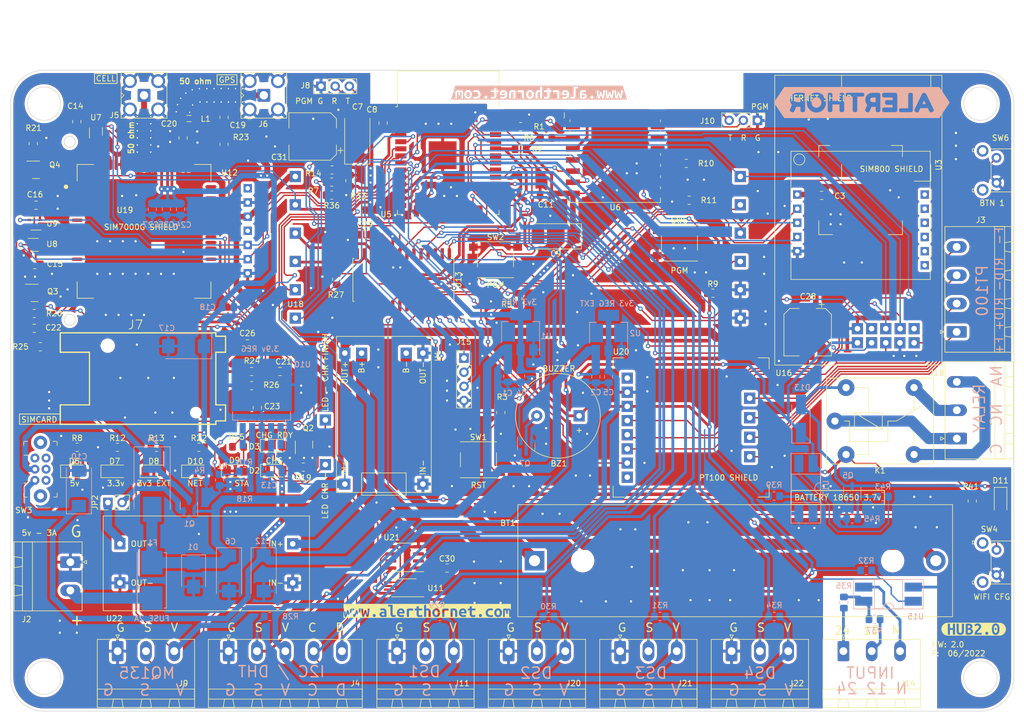
<source format=kicad_pcb>
(kicad_pcb (version 20211014) (generator pcbnew)
  (layers (0 "F.Cu" signal) (31 "B.Cu" signal) (34 "B.Paste" user) (35 "F.Paste" user) (36 "B.SilkS" user "B.Silkscreen") (37 "F.SilkS" user "F.Silkscreen") (38 "B.Mask" user) (39 "F.Mask" user) (44 "Edge.Cuts" user))
  (net 0 "")
  (net 1 "Net-(BT1-Pad1)")
  (net 2 "GND")
  (net 3 "Net-(BT1-Pad2)")
  (net 4 "+3V3")
  (net 5 "Net-(BZ1-Pad2)")
  (net 6 "3v3_EXT")
  (net 7 "+5VL")
  (net 8 "VDD_EXT_1.8")
  (net 9 "VBAT")
  (net 10 "Net-(C19-Pad1)")
  (net 11 "Net-(C20-Pad1)")
  (net 12 "MDM_GNSS_ANT")
  (net 13 "SIM_RST")
  (net 14 "SIM_DATA")
  (net 15 "SIM_CLK")
  (net 16 "SIM_VDD")
  (net 17 "Net-(D2-Pad1)")
  (net 18 "Net-(D3-Pad1)")
  (net 19 "Net-(D4-Pad1)")
  (net 20 "Net-(D6-Pad2)")
  (net 21 "Net-(D7-Pad2)")
  (net 22 "Net-(D8-Pad2)")
  (net 23 "Net-(D10-Pad1)")
  (net 24 "Net-(D10-Pad2)")
  (net 25 "Net-(D11-Pad1)")
  (net 26 "Net-(D11-Pad2)")
  (net 27 "Net-(JP2-Pad1)")
  (net 29 "SCL")
  (net 30 "SDA")
  (net 31 "SW1")
  (net 32 "SW2")
  (net 33 "Net-(J5-Pad1)")
  (net 34 "Net-(J7-PadC2)")
  (net 35 "Net-(J7-PadC3)")
  (net 37 "Net-(J7-PadC7)")
  (net 38 "DHT")
  (net 39 "MQ135")
  (net 40 "DS1")
  (net 41 "DS2")
  (net 42 "DS3")
  (net 43 "DS4")
  (net 44 "SPI_CLK")
  (net 45 "SPI_MISO")
  (net 46 "SPI_MOSI")
  (net 47 "Net-(J14-Pad1)")
  (net 48 "Net-(J14-Pad2)")
  (net 49 "Net-(J14-Pad3)")
  (net 50 "GPA5")
  (net 51 "GPA6")
  (net 52 "GPA7")
  (net 53 "Net-(J18-Pad1)")
  (net 54 "Net-(J18-Pad2)")
  (net 55 "Net-(J18-Pad3)")
  (net 56 "uC_RX")
  (net 57 "uC_TX")
  (net 58 "NOW_RX")
  (net 59 "NOW_TX")
  (net 60 "+BATT")
  (net 61 "MDM_NETLIGHT")
  (net 62 "SIM7000G_RESET")
  (net 63 "MDM_RESET")
  (net 64 "SIM7000G_PWRKEY")
  (net 65 "MDM_PWRKEY")
  (net 66 "Net-(Q5-Pad1)")
  (net 67 "BUZZER")
  (net 68 "Net-(R3-Pad2)")
  (net 69 "Net-(R5-Pad2)")
  (net 70 "Net-(R6-Pad1)")
  (net 71 "Net-(R9-Pad2)")
  (net 72 "Net-(R10-Pad2)")
  (net 73 "Net-(R11-Pad2)")
  (net 74 "SIM7000G_STATUS")
  (net 75 "Net-(R16-Pad1)")
  (net 76 "Net-(R27-Pad2)")
  (net 77 "E1")
  (net 78 "SPI_ETH_CS2")
  (net 79 "Net-(R39-Pad2)")
  (net 80 "Net-(R43-Pad1)")
  (net 81 "WIFI_CFG")
  (net 82 "Net-(F1-Pad1)")
  (net 83 "Net-(R14-Pad2)")
  (net 84 "Net-(JP2-Pad2)")
  (net 85 "SIM7000G_TX")
  (net 86 "SIM7000G_RX")
  (net 87 "INTA")
  (net 95 "InterUc_RX")
  (net 96 "InterUc_TX")
  (net 98 "A")
  (net 104 "MDM_STATUS")
  (net 106 "MDM_RX")
  (net 108 "MDM_TX")
  (net 132 "S1")
  (net 133 "SPI_PT100_CS")
  (net 137 "SPI_DISP_CS")
  (net 138 "ETH_RST")
  (net 139 "SPI_ETH_CS")
  (net 140 "Net-(D9-Pad2)")
  (net 142 "Net-(R35-Pad2)")
  (net 147 "Net-(J3-Pad1)")
  (net 148 "Net-(J3-Pad2)")
  (net 149 "Net-(J3-Pad3)")
  (net 150 "Net-(J3-Pad4)")
  (net 158 "Net-(R33-Pad1)")
  (net 159 "+5V")
  (net 161 "Net-(C30-Pad1)")
  (footprint "Capacitor_SMD:C_0805_2012Metric_Pad1.18x1.45mm_HandSolder" (layer "F.Cu") (at 74.572 69.214 180)
    (fp_text reference "C16")
    (fp_text value "100nf")
  )
  (footprint "Package_TO_SOT_SMD:SOT-353_SC-70-5" (layer "F.Cu") (at 85.304 56.006 90)
    (fp_text reference "U7")
    (fp_text value "SN74LV1T34DCK")
  )
  (footprint "Package_SO:SOIC-8_3.9x4.9mm_P1.27mm" (layer "F.Cu") (at 140.7 132.41 180)
    (fp_text reference "U21")
    (fp_text value "47L16")
  )
  (footprint "Connector_Phoenix_MSTB:PhoenixContact_MSTBA_2,5_3-G-5,08_1x03_P5.08mm_Horizontal" (layer "F.Cu") (at 179.352 149.2225)
    (fp_text reference "J21")
    (fp_text value "Conn_01x03_Male")
  )
  (footprint "kibuzzard-626AF3F8" (layer "F.Cu") (at 242.784 145.282)
    (fp_text reference "kibuzzard-626AF3F8" hide)
    (fp_text value "G***" hide)
  )
  (footprint "Mis huellas:TP4056_MOD_LEDS" (layer "F.Cu") (at 136.97 106.75 90)
    (fp_text reference "U4")
    (fp_text value "TP4056_MOD_LEDS")
  )
  (footprint "Connector_Coaxial:SMA_Amphenol_901-143_Horizontal" (layer "F.Cu") (at 115.4284 49.5)
    (fp_text reference "J6")
    (fp_text value "Conn_Coaxial")
    (fp_line (start 4.3 -4.5) (end -4.3 -4.5) (layer "Edge.Cuts") (width 0.1))
  )
  (footprint "Capacitor_SMD:C_0805_2012Metric_Pad1.18x1.45mm_HandSolder" (layer "F.Cu") (at 74.318 79.882)
    (fp_text reference "C15")
    (fp_text value "100nf")
  )
  (footprint "Capacitor_SMD:CP_Elec_8x10" (layer "F.Cu") (at 124.2 56.89 180)
    (fp_text reference "C31")
    (fp_text value "470uf")
  )
  (footprint "Capacitor_SMD:C_0805_2012Metric_Pad1.18x1.45mm_HandSolder" (layer "F.Cu") (at 100.95 57.15 -90)
    (fp_text reference "C20")
    (fp_text value "47pf")
  )
  (footprint "Connector_Coaxial:SMA_Amphenol_901-143_Horizontal" (layer "F.Cu") (at 93.94 49.5)
    (fp_text reference "J5")
    (fp_text value "Conn_Coaxial")
    (fp_line (start 4.3 -4.5) (end -4.3 -4.5) (layer "Edge.Cuts") (width 0.1))
  )
  (footprint "Buzzer_Beeper:Buzzer_15x7.5RM7.6" (layer "F.Cu") (at 172 107 180)
    (fp_text reference "BZ1")
    (fp_text value "Buzzer")
  )
  (footprint "Resistor_SMD:R_0805_2012Metric_Pad1.20x1.40mm_HandSolder" (layer "F.Cu") (at 127.6204 65.0688)
    (fp_text reference "R7")
    (fp_text value "4.7k")
  )
  (footprint "Capacitor_SMD:CP_Elec_8x10" (layer "F.Cu") (at 213 92 -90)
    (fp_text reference "C28")
    (fp_text value "470uf")
  )
  (footprint "Inductor_SMD:L_0805_2012Metric" (layer "F.Cu") (at 102.01 53.67 180)
    (fp_text reference "L1")
    (fp_text value "47nh")
  )
  (footprint "Package_TO_SOT_SMD:SOT-23" (layer "F.Cu") (at 74.318 84.957)
    (fp_text reference "Q3")
    (fp_text value "DMG2302U")
  )
  (footprint "LED_SMD:LED_1206_3216Metric_Pad1.42x1.75mm_HandSolder" (layer "F.Cu") (at 88.67 116.966)
    (fp_text reference "D7")
    (fp_text value "LED VERDE")
  )
  (footprint "Button_Switch_THT:SW_Tactile_SPST_Angled_PTS645Vx39-2LFS" (layer "F.Cu") (at 246.8815 131.069 -90)
    (fp_text reference "SW4")
    (fp_text value "SW_Push")
  )
  (footprint "Resistor_SMD:R_0805_2012Metric_Pad1.20x1.40mm_HandSolder" (layer "F.Cu") (at 161.504 59.176 180)
    (fp_text reference "R2")
    (fp_text value "4.7k")
  )
  (footprint "Mis huellas:GCT_SIM5060-6-0-26-01-X_REVC" (layer "F.Cu") (at 95.328 100.324 -90)
    (fp_text reference "J7")
    (fp_text value "SIM5060-6-0-26-01-X_REVC")
  )
  (footprint "Connector_Phoenix_MSTB:PhoenixContact_MSTBA_2,5_2-G-5,08_1x02_P5.08mm_Horizontal" (layer "F.Cu") (at 80.72 133.26 -90)
    (fp_text reference "J2")
    (fp_text value "Conn_01x02_Male")
  )
  (footprint "Resistor_SMD:R_0805_2012Metric_Pad1.20x1.40mm_HandSolder" (layer "F.Cu") (at 191.222 61.716 180)
    (fp_text reference "R10")
    (fp_text value "10k")
  )
  (footprint "Capacitor_SMD:C_0805_2012Metric_Pad1.18x1.45mm_HandSolder" (layer "F.Cu") (at 166.036 67.436 180)
    (fp_text reference "C11")
    (fp_text value "100nf")
  )
  (footprint "Mis huellas:EG2211" (layer "F.Cu") (at 75.361 116.58 90)
    (fp_text reference "SW3")
    (fp_text value "SW_DPDT_x2")
  )
  (footprint "Capacitor_SMD:C_0805_2012Metric_Pad1.18x1.45mm_HandSolder" (layer "F.Cu") (at 108.291 53.461 90)
    (fp_text reference "C19")
    (fp_text value "47pf")
  )
  (footprint "Resistor_SMD:R_0805_2012Metric_Pad1.20x1.40mm_HandSolder" (layer "F.Cu") (at 103.783 112.648)
    (fp_text reference "R22")
    (fp_text value "330")
  )
  (footprint "Resistor_SMD:R_0805_2012Metric_Pad1.20x1.40mm_HandSolder" (layer "F.Cu") (at 81.939 112.648)
    (fp_text reference "R8")
    (fp_text value "220")
  )
  (footprint "Package_SO:SOIC-28W_7.5x17.9mm_P1.27mm" (layer "F.Cu") (at 140.461 82.602 -90)
    (fp_text reference "U13")
    (fp_text value "MCP23017_SO")
  )
  (footprint "Capacitor_SMD:C_0805_2012Metric_Pad1.18x1.45mm_HandSolder" (layer "F.Cu") (at 112.482 94.101)
    (fp_text reference "C26")
    (fp_text value "100nf")
  )
  (footprint "Resistor_SMD:R_0805_2012Metric_Pad1.20x1.40mm_HandSolder" (layer "F.Cu") (at 110.8056 112.5668 180)
    (fp_text reference "R15")
    (fp_text value "330")
  )
  (footprint "Resistor_SMD:R_0805_2012Metric_Pad1.20x1.40mm_HandSolder" (layer "F.Cu") (at 74.064 58.16 -90)
    (fp_text reference "R21")
    (fp_text value "10k")
  )
  (footprint "Mis huellas:Display Module Alerthor" (layer "F.Cu") (at 161 76.448)
    (fp_text reference "U18")
    (fp_text value "Display Module 01 Alerthor")
  )
  (footprint "LED_SMD:LED_1206_3216Metric_Pad1.42x1.75mm_HandSolder" (layer "F.Cu") (at 117.308 116.834)
    (fp_text reference "D2")
    (fp_text value "LED ROJO")
  )
  (footprint "Connector_Phoenix_MSTB:PhoenixContact_MSTBA_2,5_3-G-5,08_1x03_P5.08mm_Horizontal" (layer "F.Cu") (at 219.416 149.2225)
    (fp_text reference "J14")
    (fp_text value "Conn_01x03_Male")
  )
  (footprint "LED_SMD:LED_1206_3216Metric_Pad1.42x1.75mm_HandSolder" (layer "F.Cu") (at 247.61 122.295 -90)
    (fp_text reference "D11")
    (fp_text value "LED VERDE")
  )
  (footprint "Resistor_SMD:R_0805_2012Metric_Pad1.20x1.40mm_HandSolder" (layer "F.Cu") (at 157.948 106.42 -90)
    (fp_text reference "R3")
    (fp_text value "10k")
  )
  (footprint "LED_SMD:LED_1206_3216Metric_Pad1.42x1.75mm_HandSolder" (layer "F.Cu") (at 95.6915 116.966)
    (fp_text reference "D8")
    (fp_text value "LED VERDE")
  )
  (footprint "Resistor_SMD:R_0805_2012Metric_Pad1.20x1.40mm_HandSolder" (layer "F.Cu") (at 161.504 55.112 180)
    (fp_text reference "R1")
    (fp_text value "4.7k")
  )
  (footprint "Resistor_SMD:R_0805_2012Metric_Pad1.20x1.40mm_HandSolder" (layer "F.Cu") (at 242.53 122.295 -90)
    (fp_text reference "R41")
    (fp_text value "180")
  )
  (footprint "Connector_PinHeader_2.54mm:PinHeader_1x02_P2.54mm_Vertical" (layer "F.Cu") (at 87.458 122.549 90)
    (fp_text reference "JP2")
    (fp_text value "Jumper_2_Open")
  )
  (footprint "Package_TO_SOT_SMD:SOT-23" (layer "F.Cu") (at 122.642 112.14 90)
    (fp_text reference "Q2")
    (fp_text value "DMG2302U")
  )
  (footprint "Connector_PinHeader_2.54mm:PinHeader_1x03_P2.54mm_Vertical" (layer "F.Cu") (at 204 54 -90)
    (fp_text reference "J10")
    (fp_text value "Conn_01x03_Male")
  )
  (footprint "RF_Module:ESP32-WROOM-32" (layer "F.Cu") (at 148.51 61.002)
    (fp_text reference "U5")
    (fp_text value "ESP32-WROOM-32D")
  )
  (footprint "Resistor_SMD:R_0805_2012Metric_Pad1.20x1.40mm_HandSolder" (layer "F.Cu") (at 113.244 101.594 180)
    (fp_text reference "R26")
    (fp_text value "22")
  )
  (footprint "Resistor_SMD:R_0805_2012Metric_Pad1.20x1.40mm_HandSolder" (layer "F.Cu") (at 166.092 57.144 180)
    (fp_text reference "R6")
    (fp_text value "10k")
  )
  (footprint "Mis huellas:SIM800L_MODULE" (layer "F.Cu") (at 234 80 -90)
    (fp_text reference "U3")
    (fp_text value "SIM800L-MODULE")
  )
  (footprint "Resistor_SMD:R_0805_2012Metric_Pad1.20x1.40mm_HandSolder" (layer "F.Cu") (at 196 85)
    (fp_text reference "R9")
    (fp_text value "10k")
  )
  (footprint "Mis huellas:MT3608_MOD" (layer "F.Cu") (at 105.116 133.471 180)
    (fp_text reference "U22")
    (fp_text value "MT3608 MODULE")
  )
  (footprint "Package_TO_SOT_SMD:SOT-353_SC-70-5" (layer "F.Cu") (at 74.318 76.326)
    (fp_text reference "U8")
    (fp_text value "SN74LV1T34DCK")
  )
  (footprint "kibuzzard-626AF666" (layer "F.Cu") (at 144.74 142)
    (fp_text reference "kibuzzard-626AF666" hide)
    (fp_text value "G***" hide)
  )
  (footprint "Resistor_SMD:R_0805_2012Metric_Pad1.20x1.40mm_HandSolder" (layer "F.Cu") (at 122.515 116.204 180)
    (fp_text reference "R19")
    (fp_text value "10k")
  )
  (footprint "Capacitor_SMD:C_0805_2012Metric_Pad1.18x1.45mm_HandSolder" (layer "F.Cu") (at 81.875 54.223 90)
    (fp_text reference "C14")
    (fp_text value "100nf")
  )
  (footprint "Connector_PinHeader_2.54mm:PinHeader_1x03_P2.54mm_Vertical" (layer "F.Cu") (at 125.69 47.873 90)
    (fp_text reference "J8")
    (fp_text value "Conn_01x03_Male")
  )
  (footprint "Resistor_SMD:R_0805_2012Metric_Pad1.20x1.40mm_HandSolder" (layer "F.Cu") (at 96.163 112.648)
    (fp_text reference "R13")
    (fp_text value "56")
  )
  (footprint "Resistor_SMD:R_0805_2012Metric_Pad1.20x1.40mm_HandSolder" (layer "F.Cu") (at 89.178 112.648)
    (fp_text reference "R12")
    (fp_text value "56")
  )
  (footprint "LED_SMD:LED_1206_3216Metric_Pad1.42x1.75mm_HandSolder" (layer "F.Cu") (at 110.2976 116.8848)
    (fp_text reference "D9")
    (fp_text value "LED ROJO")
  )
  (footprint "Capacitor_SMD:C_0805_2012Metric_Pad1.18x1.45mm_HandSolder" (layer "F.Cu") (at 114.26 105.531 -90)
    (fp_text reference "C23")
    (fp_text value "47pf")
  )
  (footprint "Capacitor_SMD:C_0805_2012Metric_Pad1.18x1.45mm_HandSolder" (layer "F.Cu") (at 74.255 91.307)
    (fp_text reference "C22")
    (fp_text value "47pf")
  )
  (footprint "LED_SMD:LED_1206_3216Metric_Pad1.42x1.75mm_HandSolder" (layer "F.Cu") (at 103.148 116.966)
    (fp_text reference "D10")
    (fp_text value "LED VERDE")
  )
  (footprint "Capacitor_Tantalum_SMD:CP_EIA-7343-31_Kemet-D_Pad2.25x2.55mm_HandSolder" (layer "F.Cu") (at 132.2 57.276 90)
    (fp_text reference "C7")
    (fp_text value "100uf")
  )
  (footprint "Mis huellas:MAX3186_MODULE" (layer "F.Cu") (at 178.095 96.595)
    (fp_text reference "U20")
    (fp_text value "MAX3186_MODULE")
  )
  (footprint "Capacitor_Tantalum_SMD:CP_EIA-7343-31_Kemet-D_Pad2.25x2.55mm_HandSolder" (layer "F.Cu") (at 167.814 74.802 180)
    (fp_text reference "C9")
    (fp_text value "100uf")
  )
  (footprint "Resistor_SMD:R_0805_2012Metric_Pad1.20x1.40mm_HandSolder" (layer "F.Cu") (at 113.244 99.054 180)
    (fp_text reference "R24")
    (fp_text value "22")
  )
  (footprint "Connector_Phoenix_MSTB:PhoenixContact_MSTBA_2,5_5-G-5,08_1x05_P5.08mm_Horizontal" (layer "F.Cu") (at 109.128 149.2225)
    (fp_text reference "J4")
    (fp_text value "Conn_01x05_Male")
  )
  (footprint "Connector_Phoenix_MSTB:PhoenixContact_MSTBA_2,5_4-G-5,08_1x04_P5.08mm_Horizontal" (layer "F.Cu") (at 239.736 91.942 90)
    (fp_text reference "J3")
    (fp_text value "Conn_01x04_Male")
  )
  (footprint "Resistor_SMD:R_0805_2012Metric_Pad1.20x1.40mm_HandSolder" (layer "F.Cu") (at 108.291 58.287 90)
    (fp_text reference "R23")
    (fp_text value "10")
  )
  (footprint "Resistor_SMD:R_0805_2012Metric_Pad1.20x1.40mm_HandSolder" (layer "F.Cu") (at 130.8716 64.8148 90)
    (fp_text reference "R33")
    (fp_text value "10k")
  )
  (footprint "Connector_Phoenix_MSTB:PhoenixContact_MSTBA_2,5_3-G-5,08_1x03_P5.08mm_Horizontal" (layer "F.Cu") (at 239.7685 111.08 90)
    (fp_text reference "J18")
    (fp_text value "Conn_01x03_Male")
  )
  (footprint "Resistor_SMD:R_0805_2012Metric_Pad1.20x1.40mm_HandSolder" (layer "F.Cu") (at 128.5 82.5 -90)
    (fp_text reference "R27")
    (fp_text value "10k")
  )
  (footprint "Button_Switch_THT:SW_Tactile_SPST_Angled_PTS645Vx39-2LFS" (layer "F.Cu") (at 246.8815 60.711 -90)
    (fp_text reference "SW6")
    (fp_text value "SW_Push")
  )
  (footprint "Capacitor_SMD:C_0805_2012Metric_Pad1.18x1.45mm_HandSolder" (layer "F.Cu") (at 136.826 54.482 90)
    (fp_text reference "C8")
    (fp_text value "100nf")
  )
  (footprint "Connector_PinHeader_2.54mm:PinHeader_1x04_P2.54mm_Vertical" (layer "F.Cu") (at 151.344 96.641)
    (fp_text reference "J15")
    (fp_text value "Conn_01x04_Male")
  )
  (footprint "Capacitor_SMD:C_0805_2012Metric_Pad1.18x1.45mm_HandSolder" (layer "F.Cu") (at 118.324 99.054)
    (fp_text reference "C21")
    (fp_text value "47pf")
  )
  (footprint "Capacitor_SMD:C_0805_2012Metric_Pad1.18x1.45mm_HandSolder" (layer "F.Cu") (at 133.5 74.5 180)
    (fp_text reference "C29")
    (fp_text value "100nf")
  )
  (footprint "Capacitor_SMD:C_0805_2012Metric_Pad1.18x1.45mm_HandSolder" (layer "F.Cu") (at 148.32 134.32)
    (fp_text reference "C30")
    (fp_text value "10uf")
  )
  (footprint "Mis huellas:Ethernet Funduino" (layer "F.Cu") (at 207.095 97.905 -90)
    (fp_text reference "U16")
    (fp_text value "Funduino")
  )
  (footprint "Resistor_SMD:R_0805_2012Metric_Pad1.20x1.40mm_HandSolder" (layer "F.Cu") (at 191.73 68.32 180)
    (fp_text reference "R11")
    (fp_text value "10k")
  )
  (footprint "Package_TO_SOT_SMD:SOT-23" (layer "F.Cu") (at 74.572 62.864)
    (fp_text reference "Q4")
    (fp_text value "DMG2302U")
  )
  (footprint "Relay_THT:Relay_SPDT_Finder_36.11" (layer "F.Cu") (at 217.892 107.944)
    (fp_text reference "K1")
    (fp_text value "FINDER-36.11")
  )
  (footprint "Package_TO_SOT_SMD:SOT-353_SC-70-5" (layer "F.Cu") (at 74.318 72.516 180)
    (fp_text reference "U9")
    (fp_text value "SN74LV1T34DCK")
  )
  (footprint "Resistor_SMD:R_0805_2012Metric_Pad1.20x1.40mm_HandSolder" (layer "F.Cu") (at 127.6712 62.8844 180)
    (fp_text reference "R14")
    (fp_text value "5,6k")
  )
  (footprint "Package_SO:TSSOP-8_4.4x3mm_P0.65mm" (layer "F.Cu") (at 140.57 137.86 180)
    (fp_text reference "U11")
    (fp_text value "24LC512")
  )
  (footprint "Connector_Phoenix_MSTB:PhoenixContact_MSTBA_2,5_3-G-5,08_1x03_P5.08mm_Horizontal" (layer "F.Cu") (at 159.352 149.2225)
    (fp_text reference "J20")
    (fp_text value "Conn_01x03_Male")
  )
  (footprint "Connector_Phoenix_MSTB:PhoenixContact_MSTBA_2,5_3-G-5,08_1x03_P5.08mm_Horizontal" (layer "F.Cu") (at 139.354 149.2225)
    (fp_text reference "J11")
    (fp_text value "Conn_01x03_Male")
  )
  (footprint "Resistor_SMD:R_0805_2012Metric_Pad1.20x1.40mm_HandSolder" (layer "F.Cu") (at 161 86 90)
    (fp_text reference "R5")
    (fp_text value "10k")
  )
  (footprint "Button_Switch_SMD:SW_Push_1P1T_NO_6x6mm_H9.5mm" (layer "F.Cu") (at 153.9348 114.8888)
    (fp_text reference "SW1")
    (fp_text value "SW_Push")
  )
  (footprint "Resistor_SMD:R_0805_2012Metric_Pad1.20x1.40mm_HandSolder" (layer "F.Cu") (at 75.334 94.614)
    (fp_text reference "R25")
    (fp_text value "22")
  )
  (footprint "Button_Switch_SMD:SW_Push_1P1T_NO_6x6mm_H9.5mm" (layer "F.Cu") (at 157 79)
    (fp_text reference "SW2")
    (fp_text value "SW_Push")
  )
  (footprint "LED_SMD:LED_1206_3216Metric_Pad1.42x1.75mm_HandSolder" (layer "F.Cu") (at 81.431 116.966)
    (fp_text reference "D6")
    (fp_text value "LED VERDE")
  )
  (footprint "Resistor_SMD:R_0805_2012Metric_Pad1.20x1.40mm_HandSolder" (layer "F.Cu") (at 74.255 88.64 180)
    (fp_text reference "R20")
    (fp_text value "10k")
  )
  (footprint "Mis huellas:SIMCON_SIM7000E" (layer "F.Cu") (at 93.94 73.908)
    (fp_text reference "U12")
    (fp_text value "SIM7000")
  )
  (footprint "Resistor_SMD:R_0805_2012Metric_Pad1.20x1.40mm_HandSolder" (layer "F.Cu") (at 127.6204 67.4056)
    (fp_text reference "R36")
    (fp_text value "4.7k")
  )
  (footprint "Button_Switch_SMD:SW_Push_1P1T_NO_6x6mm_H9.5mm" (layer "F.Cu") (at 190 76)
    (fp_text reference "SW5")
    (fp_text value "SW_Push")
  )
  (footprint "Battery:BatteryHolder_MPD_BH-18650-PC2" (layer "F.Cu") (at 164 133)
    (fp_text reference "BT1")
    (fp_text value "Battery_Cell")
  )
  (footprint "Mis huellas:SIM7000G_MODULE" (layer "F.Cu") (at 78.075 92.313 180)
    (fp_text reference "U19")
    (fp_text value "SIM7000G_MODULE")
    (fp_circle (center -2.54 2.54) (end -1.54 2.54) (layer "Edge.Cuts") (width 0.12) (fill none))
    (fp_circle (center -2.54 34.46) (end -1.54 34.46) (layer "Edge.Cuts") (width 0.12) (fill none))
  )
  (footprint "RF_Module:ESP-07" (layer "F.Cu") (at 178.482 58)
    (fp_text reference "U6")
    (fp_text value "ESP-07")
  )
  (footprint "Capacitor_SMD:C_0805_2012Metric_Pad1.18x1.45mm_HandSolder" (layer "F.Cu") (at 215.5044 67.4564)
    (fp_text reference "C3")
    (fp_text value "1uF")
  )
  (footprint "LED_SMD:LED_1206_3216Metric_Pad1.42x1.75mm_HandSolder" (layer "F.Cu") (at 117.2958 112.3636)
    (fp_text reference "D3")
    (fp_text value "LED VERDE")
  )
  (footprint "Connector_Phoenix_MSTB:PhoenixContact_MSTBA_2,5_3-G-5,08_1x03_P5.08mm_Horizontal" (layer "F.Cu") (at 89.202 149.2225)
    (fp_text reference "J9")
    (fp_text value "Conn_01x03_Male")
  )
  (footprint "Connector_Phoenix_MSTB:PhoenixContact_MSTBA_2,5_3-G-5,08_1x03_P5.08mm_Horizontal" (layer "F.Cu") (at 199.352 149.2225)
    (fp_text reference "J22")
    (fp_text value "Conn_01x03_Male")
  )
  (footprint "Package_TO_SOT_SMD:SOT-223-3_TabPin2" (layer "B.Cu") (at 161.5 92 90)
    (fp_text reference "U1")
    (fp_text value "AP1117-33")
  )
  (footprint "Capacitor_SMD:C_0805_2012Metric_Pad1.18x1.45mm_HandSolder" (layer "B.Cu") (at 159.214 99.874 -90)
    (fp_text reference "C1")
    (fp_text value "10uf")
  )
  (footprint "Capacitor_SMD:C_0805_2012Metric_Pad1.18x1.45mm_HandSolder" (layer "B.Cu") (at 100.49 69.94 -90)
    (fp_text reference "C24")
    (fp_text value "1uF")
  )
  (footprint "Diode_SMD:D_SMA_Handsoldering" (layer "B.Cu") (at 211.796 107.5 90)
    (fp_text reference "D13")
    (fp_text value "M7")
  )
  (footprint "Diode_SMD:D_SMC_Handsoldering" (layer "B.Cu") (at 95.39 119.364 -90)
    (fp_text reference "D4")
    (fp_text value "SK54")
  )
  (footprint "Resistor_SMD:R_0805_2012Metric_Pad1.20x1.40mm_HandSolder" (layer "B.Cu") (at 107.5 118.5 90)
    (fp_text reference "R17")
    (fp_text value "47k")
  )
  (footprint "Capacitor_SMD:C_0805_2012Metric_Pad1.18x1.45mm_HandSolder" (layer "B.Cu") (at 97.95 69.94 -90)
    (fp_text reference "C25")
    (fp_text value "100nf")
  )
  (footprint "Package_TO_SOT_SMD:TO-263-5_TabPin3" (layer "B.Cu") (at 115.04 104.824 90)
    (fp_text reference "U10")
    (fp_text value "MIC29302WU")
  )
  (footprint "Resistor_SMD:R_0805_2012Metric_Pad1.20x1.40mm_HandSolder" (layer "B.Cu") (at 186.5 143)
    (fp_text reference "R31")
    (fp_text value "4.7k")
  )
  (footprint "Resistor_SMD:R_0805_2012Metric_Pad1.20x1.40mm_HandSolder" (layer "B.Cu") (at 147 143)
    (fp_text reference "R29")
    (fp_text value "4.7k")
  )
  (footprint "Fuse:Fuseholder_Littelfuse_Nano2_154x" (layer "B.Cu") (at 95.337 136.519 90)
    (fp_text reference "F1")
    (fp_text value "Fuse")
  )
  (footprint "Capacitor_SMD:C_0805_2012Metric_Pad1.18x1.45mm_HandSolder" (layer "B.Cu") (at 175 100 -90)
    (fp_text reference "C2")
    (fp_text value "10uf")
  )
  (footprint "Resistor_SMD:R_0805_2012Metric_Pad1.20x1.40mm_HandSolder" (layer "B.Cu") (at 221 125.5 180)
    (fp_text reference "R45")
    (fp_text value "10k")
  )
  (footprint "Resistor_SMD:R_0805_2012Metric_Pad1.20x1.40mm_HandSolder" (layer "B.Cu") (at 223.5 134.75)
    (fp_text reference "R32")
    (fp_text value "10k")
  )
  (footprint "Resistor_SMD:R_0805_2012Metric_Pad1.20x1.40mm_HandSolder" (layer "B.Cu") (at 166.5 143)
    (fp_text reference "R30")
    (fp_text value "4.7k")
  )
  (footprint "Capacitor_Tantalum_SMD:CP_EIA-7343-31_Kemet-D_Pad2.25x2.55mm_HandSolder" (layer "B.Cu") (at 109.18 135.249 -90)
    (fp_text reference "C6")
    (fp_text value "220uf")
  )
  (footprint "Package_TO_SOT_SMD:SOT-23" (layer "B.Cu") (at 221 120.5 90)
    (fp_text reference "Q5")
    (fp_text value "2N7002")
  )
  (footprint "Resistor_SMD:R_0805_2012Metric_Pad1.20x1.40mm_HandSolder" (layer "B.Cu") (at 116.5 143)
    (fp_text reference "R28")
    (fp_text value "4.7k")
  )
  (footprint "Capacitor_Tantalum_SMD:CP_EIA-7343-31_Kemet-D_Pad2.25x2.55mm_HandSolder" (layer "B.Cu") (at 82.256 120.009 90)
    (fp_text reference "C10")
    (fp_text value "220uf")
  )
  (footprint "Resistor_SMD:R_0805_2012Metric_Pad1.20x1.40mm_HandSolder" (layer "B.Cu") (at 112 120)
    (fp_text reference "R18")
    (fp_text value "470")
  )
  (footprint "Package_TO_SOT_SMD:SOT-23" (layer "B.Cu") (at 162.5 112.5 -90)
    (fp_text reference "Q7")
    (fp_text value "2N7002")
  )
  (footprint "Capacitor_SMD:C_0805_2012Metric_Pad1.18x1.45mm_HandSolder" (layer "B.Cu") (at 116.5 116.4625 -90)
    (fp_text reference "C13")
    (fp_text value "1uF")
  )
  (footprint "Package_TO_SOT_SMD:SOT-223-3_TabPin2" (layer "B.Cu") (at 177.286 92.126 90)
    (fp_text reference "U2")
    (fp_text value "AP1117-33")
  )
  (footprint "Resistor_SMD:R_0805_2012Metric_Pad1.20x1.40mm_HandSolder" (layer "B.Cu") (at 112 117)
    (fp_text reference "R16")
    (fp_text value "100k")
  )
  (footprint "kibuzzard-626AF556" (layer "B.Cu") (at 164.806 49.016 180)
    (fp_text reference "kibuzzard-626AF556" hide)
    (fp_text value "G***" hide)
  )
  (footprint "Diode_SMD:D_SMB" (layer "B.Cu") (at 102.83 135.503 -90)
    (fp_text reference "D1")
    (fp_text value "SM6T6V8A")
  )
  (footprint "Capacitor_SMD:C_0805_2012Metric_Pad1.18x1.45mm_HandSolder" (layer "B.Cu") (at 161.5 99.874 -90)
    (fp_text reference "C4")
    (fp_text value "10uf")
  )
  (footprint "Resistor_SMD:R_0805_2012Metric_Pad1.20x1.40mm_HandSolder" (layer "B.Cu") (at 219.5 140.5 90)
    (fp_text reference "R35")
    (fp_text value "1.2k")
  )
  (footprint "Capacitor_Tantalum_SMD:CP_EIA-7343-31_Kemet-D_Pad2.25x2.55mm_HandSolder" (layer "B.Cu") (at 101.5 94.5 180)
    (fp_text reference "C17")
    (fp_text value "220uf")
  )
  (footprint "Resistor_SMD:R_0805_2012Metric_Pad1.20x1.40mm_HandSolder" (layer "B.Cu") (at 206.97 121.406)
    (fp_text reference "R39")
    (fp_text value "100")
  )
  (footprint "Resistor_SMD:R_0805_2012Metric_Pad1.20x1.40mm_HandSolder" (layer "B.Cu") (at 207 143)
    (fp_text reference "R34")
    (fp_text value "4.7k")
  )
  (footprint "Resistor_SMD:R_0805_2012Metric_Pad1.20x1.40mm_HandSolder" (layer "B.Cu") (at 225.004 143.504 180)
    (fp_text reference "R37")
    (fp_text value "540")
  )
  (footprint "kibuzzard-626862BC" (layer "B.Cu") (at 222.718 50.794 180)
    (fp_text reference "kibuzzard-626862BC" hide)
    (fp_text value "G***" hide)
  )
  (footprint "Capacitor_SMD:C_0805_2012Metric_Pad1.18x1.45mm_HandSolder" (layer "B.Cu") (at 95.41 69.94 -90)
    (fp_text reference "C27")
    (fp_text value "47pf")
  )
  (footprint "Package_TO_SOT_SMD:SOT-23" (layer "B.Cu") (at 101.994 123.175 90)
    (fp_text reference "Q1")
    (fp_text value "IRLML6401")
  )
  (footprint "Package_DIP:DIP-4_W8.89mm_SMDSocket_LongPads" (layer "B.Cu") (at 227.5 139)
    (fp_text reference "U15")
    (fp_text value "PC817")
  )
  (footprint "Capacitor_SMD:C_0805_2012Metric_Pad1.18x1.45mm_HandSolder" (layer "B.Cu") (at 109 87.5)
    (fp_text reference "C18")
    (fp_text value "100nf")
  )
  (footprint "Resistor_SMD:R_0805_2012Metric_Pad1.20x1.40mm_HandSolder" (layer "B.Cu") (at 104.1 118.739)
    (fp_text reference "R4")
    (fp_text value "10k")
  )
  (footprint "Capacitor_SMD:C_0805_2012Metric_Pad1.18x1.45mm_HandSolder" (layer "B.Cu") (at 177.286 100 -90)
    (fp_text reference "C5")
    (fp_text value "10uf")
  )
  (footprint "Package_DIP:DIP-4_W8.89mm_SMDSocket_LongPads" (layer "B.Cu") (at 212.685 120.009 90)
    (fp_text reference "U17")
    (fp_text value "PC817")
  )
  (footprint "Capacitor_Tantalum_SMD:CP_EIA-7343-31_Kemet-D_Pad2.25x2.55mm_HandSolder" (layer "B.Cu") (at 115.403 135.249 -90)
    (fp_text reference "C12")
    (fp_text value "220uf")
  )
  (footprint "Resistor_SMD:R_0805_2012Metric_Pad1.20x1.40mm_HandSolder" (layer "B.Cu") (at 226.5 121.5 180)
    (fp_text reference "R43")
    (fp_text value "1k")
  )
  (gr_rect (start 71.588 106.674) (end 78.908 108.524) (layer "F.SilkS") (width 0.15) (fill none))
  (gr_rect (start 85.05 45.587) (end 89.114 47.365) (layer "F.SilkS") (width 0.15) (fill none))
  (gr_rect (start 210.018 122.93) (end 226.782 120.39) (layer "F.SilkS") (width 0.15) (fill none))
  (gr_rect (start 107.0464 45.8156) (end 110.6024 47.5936) (layer "F.SilkS") (width 0.15) (fill none))
  (gr_arc (start 76 160) (mid 71.757359 158.242641) (end 70 154) (layer "Edge.Cuts") (width 0.1))
  (gr_arc (start 250 154) (mid 248.242641 158.242641) (end 244 160) (layer "Edge.Cuts") (width 0.1))
  (gr_line (start 89.64 45) (end 76 45) (layer "Edge.Cuts") (width 0.1))
  (gr_line (start 244 160) (end 76 160) (layer "Edge.Cuts") (width 0.1))
  (gr_line (start 70 105.09) (end 70 51) (layer "Edge.Cuts") (width 0.1))
  (gr_circle (center 244 154) (end 247 154) (layer "Edge.Cuts") (width 0.1) (fill none))
  (gr_line (start 250 51) (end 250 154) (layer "Edge.Cuts") (width 0.1))
  (gr_circle (center 76 51) (end 79 51) (layer "Edge.Cuts") (width 0.1) (fill none))
  (gr_line (start 111.1284 45) (end 98.24 45) (layer "Edge.Cuts") (width 0.1))
  (gr_circle (center 244 51) (end 247 51) (layer "Edge.Cuts") (width 0.1) (fill none))
  (gr_circle (center 76 154) (end 79 154) (layer "Edge.Cuts") (width 0.1) (fill none))
  (gr_arc (start 70 51) (mid 71.757359 46.757359) (end 76 45) (layer "Edge.Cuts") (width 0.1))
  (gr_line (start 119.7284 45) (end 244 45) (layer "Edge.Cuts") (width 0.1))
  (gr_arc (start 244 45) (mid 248.242641 46.757359) (end 250 51) (layer "Edge.Cuts") (width 0.1))
  (gr_line (start 70 105.09) (end 70 154) (layer "Edge.Cuts") (width 0.1))
  (gr_text "HW: 2.0\nF:  06/2022" (at 235.164 148.838) (layer "F.SilkS") (effects (font (size 1 1)) (justify left)))
  (gr_text "50 ohm" (at 91.63 57.1 90) (layer "F.SilkS") (effects (font (size 1 1) (thickness 0.2))))
  (gr_text "50 ohm" (at 103.1856 46.984) (layer "F.SilkS") (effects (font (size 1 1) (thickness 0.2))))
  (segment (start 150.93 126.7) (end 154.1 129.87) (width 2) (layer "F.Cu") (net 1))
  (segment (start 161.02 129.87) (end 164 132.85) (width 2) (layer "F.Cu") (net 1))
  (segment (start 143.45 126.7) (end 150.93 126.7) (width 2) (layer "F.Cu") (net 1))
  (segment (start 132.97 116.22) (end 132.97 95.75) (width 2) (layer "F.Cu") (net 1))
  (segment (start 132.97 116.22) (end 143.45 126.7) (width 2) (layer "F.Cu") (net 1))
  (segment (start 154.1 129.87) (end 161.02 129.87) (width 2) (layer "F.Cu") (net 1))
  (segment (start 95.94 59.208) (end 96.48 58.668) (width 0.7) (layer "F.Cu") (net 2))
  (segment (start 137.286 77.952) (end 137.286 79.408) (width 0.5) (layer "F.Cu") (net 2))
  (segment (start 95.94 61.908) (end 95.94 59.208) (width 0.7) (layer "F.Cu") (net 2))
  (segment (start 138.644 80.385) (end 139.914 80.385) (width 0.5) (layer "F.Cu") (net 2))
  (segment (start 138.136 80.258) (end 138.263 80.385) (width 0.5) (layer "F.Cu") (net 2))
  (segment (start 138.263 80.385) (end 138.644 80.385) (width 0.5) (layer "F.Cu") (net 2))
  (segment (start 92.94 61.908) (end 91.94 61.908) (width 0.7) (layer "F.Cu") (net 2))
  (segment (start 95.94 61.908) (end 94.94 61.908) (width 0.7) (layer "F.Cu") (net 2))
  (segment (start 137.7075 138.185) (end 143.4325 138.185) (width 0.25) (layer "F.Cu") (net 2))
  (segment (start 137.286 79.408) (end 138.136 80.258) (width 0.5) (layer "F.Cu") (net 2))
  (via (at 176.236 67.812) (size 0.8) (drill 0.4) (layers "F.Cu" "B.Cu") (net 2))
  (via (at 77.43 81.528) (size 0.8) (drill 0.4) (layers "F.Cu" "B.Cu") (net 2))
  (via (at 195.4 134.7) (size 0.8) (drill 0.4) (layers "F.Cu" "B.Cu") (net 2))
  (via (at 152.487 109.341) (size 0.8) (drill 0.4) (layers "F.Cu" "B.Cu") (net 2))
  (via (at 117.435 58.668) (size 0.8) (drill 0.4) (layers "F.Cu" "B.Cu") (net 2))
  (via (at 172.4 140.3) (size 0.8) (drill 0.4) (layers "F.Cu" "B.Cu") (net 2))
  (via (at 232.37 126.994) (size 0.8) (drill 0.4) (layers "F.Cu" "B.Cu") (net 2))
  (via (at 92.74 58.408666) (size 0.5) (drill 0.25) (layers "F.Cu" "B.Cu") (net 2))
  (via (at 214.209 127.121) (size 0.8) (drill 0.4) (layers "F.Cu" "B.Cu") (net 2))
  (via (at 111.65 50.7) (size 0.5) (drill 0.25) (layers "F.Cu" "B.Cu") (net 2))
  (via (at 82.891 120.263) (size 0.8) (drill 0.4) (layers "F.Cu" "B.Cu") (net 2))
  (via (at 139.21 127.04) (size 0.8) (drill 0.4) (layers "F.Cu" "B.Cu") (net 2))
  (via (at 110.958 90.926) (size 0.8) (drill 0.4) (layers "F.Cu" "B.Cu") (net 2))
  (via (at 182.205 95.244) (size 0.8) (drill 0.4) (layers "F.Cu" "B.Cu") (net 2))
  (via (at 204.049 66.669) (size 0.8) (drill 0.4) (layers "F.Cu" "B.Cu") (net 2))
  (via (at 206.589 116.199) (size 0.8) (drill 0.4) (layers "F.Cu" "B.Cu") (net 2))
  (via (at 98.62 55.93) (size 0.8) (drill 0.4) (layers "F.Cu" "B.Cu") (net 2))
  (via (at 184.237 102.61) (size 0.8) (drill 0.4) (layers "F.Cu" "B.Cu") (net 2))
  (via (at 153.14 133.15) (size 0.8) (drill 0.4) (layers "F.Cu" "B.Cu") (net 2))
  (via (at 191.984 140.075) (size 0.8) (drill 0.4) (layers "F.Cu" "B.Cu") (net 2))
  (via (at 91.654 88.894) (size 0.8) (drill 0.4) (layers "F.Cu" "B.Cu") (net 2))
  (via (at 102.123555 52.558878) (size 0.5) (drill 0.25) (layers "F.Cu" "B.Cu") (net 2))
  (via (at 74.382 82.036) (size 0.8) (drill 0.4) (layers "F.Cu" "B.Cu") (net 2))
  (via (at 178.776 66.542) (size 0.8) (drill 0.4) (layers "F.Cu" "B.Cu") (net 2))
  (via (at 85.685 112.643) (size 0.8) (drill 0.4) (layers "F.Cu" "B.Cu") (net 2))
  (via (at 194.397 64.637) (size 0.8) (drill 0.4) (layers "F.Cu" "B.Cu") (net 2))
  (via (at 120.102 114.548) (size 0.8) (drill 0.4) (layers "F.Cu" "B.Cu") (net 2))
  (via (at 87.844 81.528) (size 0.8) (drill 0.4) (layers "F.Cu" "B.Cu") (net 2))
  (via (at 182.078 127.375) (size 0.8) (drill 0.4) (layers "F.Cu" "B.Cu") (net 2))
  (via (at 95.14 55.863333) (size 0.5) (drill 0.25) (layers "F.Cu" "B.Cu") (net 2))
  (via (at 199.096 140.075) (size 0.8) (drill 0.4) (layers "F.Cu" "B.Cu") (net 2))
  (via (at 98.62 57.87) (size 0.8) (drill 0.4) (layers "F.Cu" "B.Cu") (net 2))
  (via (at 168.489 124.581) (size 0.8) (drill 0.4) (layers "F.Cu" "B.Cu") (net 2))
  (via (at 107.7875 50.7) (size 0.5) (drill 0.25) (layers "F.Cu" "B.Cu") (net 2))
  (via (at 157.91 140.55) (size 0.8) (drill 0.4) (layers "F.Cu" "B.Cu") (net 2))
  (via (at 194.778 81.274) (size 0.8) (drill 0.4) (layers "F.Cu" "B.Cu") (net 2))
  (via (at 103.779109 128.200591) (size 0.8) (drill 0.4) (layers "F.Cu" "B.Cu") (net 2))
  (via (at 73.112 125.216) (size 0.8) (drill 0.4) (layers "F.Cu" "B.Cu") (net 2))
  (via (at 99.3 100.2) (size 0.8) (drill 0.4) (layers "F.Cu" "B.Cu") (net 2))
  (via (at 182.332 63.494) (size 0.8) (drill 0.4) (layers "F.Cu" "B.Cu") (net 2))
  (via (at 180.554 63.494) (size 0.8) (drill 0.4) (layers "F.Cu" "B.Cu") (net 2))
  (via (at 217.13 72.638) (size 0.8) (drill 0.4) (layers "F.Cu" "B.Cu") (net 2))
  (via (at 72.604 82.036) (size 0.8) (drill 0.4) (layers "F.Cu" "B.Cu") (net 2))
  (via (at 89.7 100.2) (size 0.8) (drill 0.4) (layers "F.Cu" "B.Cu") (net 2))
  (via (at 87.082 88.894) (size 0.8) (drill 0.4) (layers "F.Cu" "B.Cu") (net 2))
  (via (at 156.17 86.481) (size 0.8) (drill 0.4) (layers "F.Cu" "B.Cu") (net 2))
  (via (at 157.92 137.01) (size 0.8) (drill 0.4) (layers "F.Cu" "B.Cu") (net 2))
  (via (at 239.609 58.541) (size 0.8) (drill 0.4) (layers "F.Cu" "B.Cu") (net 2))
  (via (at 149.82 109.468) (size 0.8) (drill 0.4) (layers "F.Cu" "B.Cu") (net 2))
  (via (at 94.7 100.2) (size 0.8) (drill 0.4) (layers "F.Cu" "B.Cu") (net 2))
  (via (at 117.054 87.116) (size 0.8) (drill 0.4) (layers "F.Cu" "B.Cu") (net 2))
  (via (at 92.416 81.528) (size 0.8) (drill 0.4) (layers "F.Cu" "B.Cu") (net 2))
  (via (at 165.568 84.83) (size 0.8) (drill 0.4) (layers "F.Cu" "B.Cu") (net 2))
  (via (at 227.798 66.542) (size 0.8) (drill 0.4) (layers "F.Cu" "B.Cu") (net 2))
  (via (at 150.074 67.558) (size 0.8) (drill 0.4) (layers "F.Cu" "B.Cu") (net 2))
  (via (at 188.936 76.956) (size 0.8) (drill 0.4) (layers "F.Cu" "B.Cu") (net 2))
  (via (at 168.108 97.022) (size 0.8) (drill 0.4) (layers "F.Cu" "B.Cu") (net 2))
  (via (at 148.804 94.228) (size 0.8) (drill 0.4) (layers "F.Cu" "B.Cu") (net 2))
  (via (at 90.003 67.558) (size 0.8) (drill 0.4) (layers "F.Cu" "B.Cu") (net 2))
  (via (at 102.59444 48.51916) (size 0.5) (drill 0.25) (layers "F.Cu" "B.Cu") (net 2))
  (via (at 199.35 113.278) (size 0.8) (drill 0.4) (layers "F.Cu" "B.Cu") (net 2))
  (via (at 130.516 75.432) (size 0.8) (drill 0.4) (layers "F.Cu" "B.Cu") (net 2))
  (via (at 78.446 69.844) (size 0.8) (drill 0.4) (layers "F.Cu" "B.Cu") (net 2))
  (via (at 218.654 123.438) (size 0.8) (drill 0.4) (layers "F.Cu" "B.Cu") (net 2))
  (via (at 173.95 117.723) (size 0.8) (drill 0.4) (layers "F.Cu" "B.Cu") (net 2))
  (via (at 81.875 145.917) (size 0.8) (drill 0.4) (layers "F.Cu" "B.Cu") (net 2))
  (via (at 90.13 81.528) (size 0.8) (drill 0.4) (layers "F.Cu" "B.Cu") (net 2))
  (via (at 124.166 114.548) (size 0.8) (drill 0.4) (layers "F.Cu" "B.Cu") (net 2))
  (via (at 109.434 124.2) (size 0.8) (drill 0.4) (layers "F.Cu" "B.Cu") (net 2))
  (via (at 162.774 68.701) (size 0.8) (drill 0.4) (layers "F.Cu" "B.Cu") (net 2))
  (via (at 184.237 100.07) (size 0.8) (drill 0.4) (layers "F.Cu" "B.Cu") (net 2))
  (via (at 172.68 102.864) (size 0.8) (drill 0.4) (layers "F.Cu" "B.Cu") (net 2))
  (via (at 163.028 52.953) (size 0.8) (drill 0.4) (layers "F.Cu" "B.Cu") (net 2))
  (via (at 101.448861 49.111891) (size 0.5) (drill 0.25) (layers "F.Cu" "B.Cu") (net 2))
  (via (at 179.411 127.375) (size 0.8) (drill 0.4) (layers "F.Cu" "B.Cu") (net 2))
  (via (at 204.176 59.684) (size 0.8) (drill 0.4) (layers "F.Cu" "B.Cu") (net 2))
  (via (at 76.414 57.144) (size 0.8) (drill 0.4) (layers "F.Cu" "B.Cu") (net 2))
  (via (at 99.94416 51.16944) (size 0.5) (drill 0.25) (layers "F.Cu" "B.Cu") (net 2))
  (via (at 95.14 59.681333) (size 0.5) (drill 0.25) (layers "F.Cu" "B.Cu") (net 2))
  (via (at 140.25 71) (size 0.8) (drill 0.4) (layers "F.Cu" "B.Cu") (net 2))
  (via (at 208.875 114.167) (size 0.8) (drill 0.4) (layers "F.Cu" "B.Cu") (net 2))
  (via (at 205.446 88.259) (size 0.8) (drill 0.4) (layers "F.Cu" "B.Cu") (net 2))
  (via (at 236.18 126.994) (size 0.8) (drill 0.4) (layers "F.Cu" "B.Cu") (net 2))
  (via (at 225.258 126.232) (size 0.8) (drill 0.4) (layers "F.Cu" "B.Cu") (net 2))
  (via (at 112.609 61.208) (size 0.8) (drill 0.4) (layers "F.Cu" "B.Cu") (net 2))
  (via (at 127.214 112.516) (size 0.8) (drill 0.4) (layers "F.Cu" "B.Cu") (net 2))
  (via (at 183.729 115.437) (size 0.8) (drill 0.4) (layers "F.Cu" "B.Cu") (net 2))
  (via (at 76.922 102.737) (size 0.8) (drill 0.4) (layers "F.Cu" "B.Cu") (net 2))
  (via (at 181.443 134.106) (size 0.8) (drill 0.4) (layers "F.Cu" "B.Cu") (net 2))
  (via (at 102.65323 51.22823) (size 0.5) (drill 0.25) (layers "F.Cu" "B.Cu") (net 2))
  (via (at 232.116 121.533) (size 0.8) (drill 0.4) (layers "F.Cu" "B.Cu") (net 2))
  (via (at 109.075 48.3) (size 0.5) (drill 0.25) (layers "F.Cu" "B.Cu") (net 2))
  (via (at 195.413 140.075) (size 0.8) (drill 0.4) (layers "F.Cu" "B.Cu") (net 2))
  (via (at 153.23 137.01) (size 0.8) (drill 0.4) (layers "F.Cu" "B.Cu") (net 2))
  (via (at 122.134 102.864) (size 0.8) (drill 0.4) (layers "F.Cu" "B.Cu") (net 2))
  (via (at 205.192 78.48) (size 0.8) (drill 0.4) (layers "F.Cu" "B.Cu") (net 2))
  (via (at 99.726445 52.441122) (size 0.5) (drill 0.25) (layers "F.Cu" "B.Cu") (net 2))
  (via (at 190.968 76.956) (size 0.8) (drill 0.4) (layers "F.Cu" "B.Cu") (net 2))
  (via (at 155.027 124.2) (size 0.8) (drill 0.4) (layers "F.Cu" "B.Cu") (net 2))
  (via (at 157.186 90.291) (size 0.8) (drill 0.4) (layers "F.Cu" "B.Cu") (net 2))
  (via (at 135.977 95.117) (size 0.8) (drill 0.4) (layers "F.Cu" "B.Cu") (net 2))
  (via (at 92.74 57.136) (size 0.5) (drill 0.25) (layers "F.Cu" "B.Cu") (net 2))
  (via (at 103.866122 48.301445) (size 0.5) (drill 0.25) (layers "F.Cu" "B.Cu") (net 2))
  (via (at 208.875 69.336) (size 0.8) (drill 0.4) (layers "F.Cu" "B.Cu") (net 2))
  (via (at 76.922 105.658) (size 0.8) (drill 0.4) (layers "F.Cu" "B.Cu") (net 2))
  (via (at 207.732 59.684) (size 0.8) (drill 0.4) (layers "F.Cu" "B.Cu") (net 2))
  (via (at 136.358 69.59) (size 0.8) (drill 0.4) (layers "F.Cu" "B.Cu") (net 2))
  (via (at 108.418 124.2) (size 0.8) (drill 0.4) (layers "F.Cu" "B.Cu") (net 2))
  (via (at 152.36 83.306) (size 0.8) (drill 0.4) (layers "F.Cu" "B.Cu") (net 2))
  (via (at 93.94 88.894) (size 0.8) (drill 0.4) (layers "F.Cu" "B.Cu") (net 2))
  (via (at 92.67 94.228) (size 0.8) (drill 0.4) (layers "F.Cu" "B.Cu") (net 2))
  (via (at 211.415 127.121) (size 0.8) (drill 0.4) (layers "F.Cu" "B.Cu") (net 2))
  (via (at 147.788 67.558) (size 0.8) (drill 0.4) (layers "F.Cu" "B.Cu") (net 2))
  (via (at 205.446 90.545) (size 0.8) (drill 0.4) (layers "F.Cu" "B.Cu") (net 2))
  (via (at 218.908 72.638) (size 0.8) (drill 0.4) (layers "F.Cu" "B.Cu") (net 2))
  (via (at 99.02 106.42) (size 0.8) (drill 0.4) (layers "F.Cu" "B.Cu") (net 2))
  (via (at 150.963 81.655) (size 0.8) (drill 0.4) (layers "F.Cu" "B.Cu") (net 2))
  (via (at 99.274 81.528) (size 0.8) (drill 0.4) (layers "F.Cu" "B.Cu") (net 2))
  (via (at 109.434 118.866) (size 0.8) (drill 0.4) (layers "F.Cu" "B.Cu") (net 2))
  (via (at 92.74 53.318) (size 0.5) (drill 0.25) (layers "F.Cu" "B.Cu") (net 2))
  (via (at 148.296 104.261) (size 0.8) (drill 0.4) (layers "F.Cu" "B.Cu") (net 2))
  (via (at 163.536 100.324) (size 0.8) (drill 0.4) (layers "F.Cu" "B.Cu") (net 2))
  (via (at 188.682 68.574) (size 0.8) (drill 0.4) (layers "F.Cu" "B.Cu") (net 2))
  (via (at 148.296 100.705) (size 0.8) (drill 0.4) (layers "F.Cu" "B.Cu") (net 2))
  (via (at 135.977 98.292) (size 0.8) (drill 0.4) (layers "F.Cu" "B.Cu") (net 2))
  (via (at 148.296 102.483) (size 0.8) (drill 0.4) (layers "F.Cu" "B.Cu") (net 2))
  (via (at 149.1795 119.610235) (size 0.8) (drill 0.4) (layers "F.Cu" "B.Cu") (net 2))
  (via (at 124.3 53.7) (size 0.8) (drill 0.4) (layers "F.Cu" "B.Cu") (net 2))
  (via (at 99.528 110.738) (size 0.8) (drill 0.4) (layers "F.Cu" "B.Cu") (net 2))
  (via (at 239.609 56.255) (size 0.8) (drill 0.4) (layers "F.Cu" "B.Cu") (net 2))
  (via (at 166.076 112.008) (size 0.8) (drill 0.4) (layers "F.Cu" "B.Cu") (net 2))
  (via (at 127.722 89.402) (size 0.8) (drill 0.4) (layers "F.Cu" "B.Cu") (net 2))
  (via (at 239.609 60.954) (size 0.8) (drill 0.4) (layers "F.Cu" "B.Cu") (net 2))
  (via (at 173.442 110.23) (size 0.8) (drill 0.4) (layers "F.Cu" "B.Cu") (net 2))
  (via (at 139 71) (size 0.8) (drill 0.4) (layers "F.Cu" "B.Cu") (net 2))
  (via (at 78.827 145.917) (size 0.8) (drill 0.4) (layers "F.Cu" "B.Cu") (net 2))
  (via (at 135.66 122.56) (size 0.8) (drill 0.4) (layers "F.Cu" "B.Cu") (net 2))
  (via (at 128.8 52.1) (size 0.8) (drill 0.4) (layers "F.Cu" "B.Cu") (net 2))
  (via (at 96.988 81.528) (size 0.8) (drill 0.4) (layers "F.Cu" "B.Cu") (net 2))
  (via (at 95.14 54.590666) (size 0.5) (drill 0.25) (layers "F.Cu" "B.Cu") (net 2))
  (via (at 76.922 104.261) (size 0.8) (drill 0.4) (layers "F.Cu" "B.Cu") (net 2))
  (via (at 115.9 56.9) (size 0.8) (drill 0.4) (layers "F.Cu" "B.Cu") (net 2))
  (via (at 217.13 70.86) (size 0.8) (drill 0.4) (layers "F.Cu" "B.Cu") (net 2))
  (via (at 191.603 126.105) (size 0.8) (drill 0.4) (layers "F.Cu" "B.Cu") (net 2))
  (via (at 198.461 99.943) (size 0.8) (drill 0.4) (layers "F.Cu" "B.Cu") (net 2))
  (via (at 153.24 140.55) (size 0.8) (drill 0.4) (layers "F.Cu" "B.Cu") (net 2))
  (via (at 160.615 66.923) (size 0.8) (drill 0.4) (layers "F.Cu" "B.Cu") (net 2))
  (via (at 85.558 75.686) (size 0.8) (drill 0.4) (layers "F.Cu" "B.Cu") (net 2))
  (via (at 207.859 97.149) (size 0.8) (drill 0.4) (layers "F.Cu" "B.Cu") (net 2))
  (via (at 106.5 50.7) (size 0.5) (drill 0.25) (layers "F.Cu" "B.Cu") (net 2))
  (via (at 157.948 110.23) (size 0.8) (drill 0.4) (layers "F.Cu" "B.Cu") (net 2))
  (via (at 107.656 105.912) (size 0.8) (drill 0.4) (layers "F.Cu" "B.Cu") (net 2))
  (via (at 105.2125 50.7) (size 0.5) (drill 0.25) (layers "F.Cu" "B.Cu") (net 2))
  (via (at 126.459289 74.024071) (size 0.8) (drill 0.4) (layers "F.Cu" "B.Cu") (net 2))
  (via (at 110.3625 50.7) (size 0.5) (drill 0.25) (layers "F.Cu" "B.Cu") (net 2))
  (via (at 160.4505 114.127698) (size 0.8) (drill 0.4) (layers "F.Cu" "B.Cu") (net 2))
  (via (at 109.543711 145.64771) (size 0.8) (drill 0.4) (layers "F.Cu" "B.Cu") (net 2))
  (via (at 78.954 85.592) (size 0.8) (drill 0.4) (layers "F.Cu" "B.Cu") (net 2))
  (via (at 92.74 55.863333) (size 0.5) (drill 0.25) (layers "F.Cu" "B.Cu") (net 2))
  (via (at 130.2112 67.4056) (size 0.8) (drill 0.4) (layers "F.Cu" "B.Cu") (net 2))
  (via (at 95.14 53.318) (size 0.5) (drill 0.25) (layers "F.Cu" "B.Cu") (net 2))
  (via (at 149 66) (size 0.8) (drill 0.4) (layers "F.Cu" "B.Cu") (net 2))
  (via (at 89.368 88.894) (size 0.8) (drill 0.4) (layers "F.Cu" "B.Cu") (net 2))
  (via (at 92.74 54.590666) (size 0.5) (drill 0.25) (layers "F.Cu" "B.Cu") (net 2))
  (via (at 171.41 117.723) (size 0.8) (drill 0.4) (layers "F.Cu" "B.Cu") (net 2))
  (via (at 78.446 67.558) (size 0.8) (drill 0.4) (layers "F.Cu" "B.Cu") (net 2))
  (via (at 229.322 67.812) (size 0.8) (drill 0.4) (layers "F.Cu" "B.Cu") (net 2))
  (via (at 157.94 133.13) (size 0.8) (drill 0.4) (layers "F.Cu" "B.Cu") (net 2))
  (via (at 205.192 81.528) (size 0.8) (drill 0.4) (layers "F.Cu" "B.Cu") (net 2))
  (via (at 228.433 96.26) (size 0.8) (drill 0.4) (layers "F.Cu" "B.Cu") (net 2))
  (via (at 96.48 58.668) (size 0.8) (drill 0.4) (layers "F.Cu" "B.Cu") (net 2))
  (via (at 99.528 116.834) (size 0.8) (drill 0.4) (layers "F.Cu" "B.Cu") (net 2))
  (via (at 181.316 140.3) (size 0.8) (drill 0.4) (layers "F.Cu" "B.Cu") (net 2))
  (via (at 165.441 124.581) (size 0.8) (drill 0.4) (layers "F.Cu" "B.Cu") (net 2))
  (via (at 171.791 94.355) (size 0.8) (drill 0.4) (layers "F.Cu" "B.Cu") (net 2))
  (via (at 192.746 81.274) (size 0.8) (drill 0.4) (layers "F.Cu" "B.Cu") (net 2))
  (via (at 153.757 101.975) (size 0.8) (drill 0.4) (layers "F.Cu" "B.Cu") (net 2))
  (via (at 235.037 121.533) (size 0.8) (drill 0.4) (layers "F.Cu" "B.Cu") (net 2))
  (via (at 92.74 59.681333) (size 0.5) (drill 0.25) (layers "F.Cu" "B.Cu") (net 2))
  (via (at 111.65 48.3) (size 0.5) (drill 0.25) (layers "F.Cu" "B.Cu") (net 2))
  (via (at 72.35 78.226) (size 0.8) (drill 0.4) (layers "F.Cu" "B.Cu") (net 2))
  (via (at 85.558 81.528) (size 0.8) (drill 0.4) (layers "F.Cu" "B.Cu") (net 2))
  (via (at 166.838 71.114) (size 0.8) (drill 0.4) (layers "F.Cu" "B.Cu") (net 2))
  (via (at 163.79 97.784) (size 0.8) (drill 0.4) (layers "F.Cu" "B.Cu") (net 2))
  (via (at 122.134 101.594) (size 0.8) (drill 0.4) (layers "F.Cu" "B.Cu") (net 2))
  (via (at 163.028 119.628) (size 0.8) (drill 0.4) (layers "F.Cu" "B.Cu") (net 2))
  (via (at 109.075 50.7) (size 0.5) (drill 0.25) (layers "F.Cu" "B.Cu") (net 2))
  (via (at 163.79 79.75) (size 0.8) (drill 0.4) (layers "F.Cu" "B.Cu") (net 2))
  (via (at 79.081 110.611) (size 0.8) (drill 0.4) (layers "F.Cu" "B.Cu") (net 2))
  (via (at 78.827 143.758) (size 0.8) (drill 0.4) (layers "F.Cu" "B.Cu") (net 2))
  (via (at 156.932 124.327) (size 0.8) (drill 0.4) (layers "F.Cu" "B.Cu") (net 2))
  (via (at 101 77.6) (size 0.8) (drill 0.4) (layers "F.Cu" "B.Cu") (net 2))
  (via (at 170.902 81.782) (size 0.8) (drill 0.4) (layers "F.Cu" "B.Cu") (net 2))
  (via (at 110.45 124.2) (size 0.8) (drill 0.4) (layers "F.Cu" "B.Cu") (net 2))
  (via (at 215.86 119.628) (size 0.8) (drill 0.4) (layers "F.Cu" "B.Cu") (net 2))
  (via (at 105.2125 48.3) (size 0.5) (drill 0.25) (layers "F.Cu" "B.Cu") (net 2))
  (via (at 182.332 61.716) (size 0.8) (drill 0.4) (layers "F.Cu" "B.Cu") (net 2))
  (via (at 199.8 134.7) (size 0.8) (drill 0.4) (layers "F.Cu" "B.Cu") (net 2))
  (via (at 217.13 119.628) (size 0.8) (drill 0.4) (layers "F.Cu" "B.Cu") (net 2))
  (via (at 138.644 80.385) (size 0.8) (drill 0.4) (layers "F.Cu" "B.Cu") (net 2))
  (via (at 153.376 52.572) (size 0.8) (drill 0.4) (layers "F.Cu" "B.Cu") (net 2))
  (via (at 110.3625 48.3) (size 0.5) (drill 0.25) (layers "F.Cu" "B.Cu") (net 2))
  (via (at 149.058 54.604) (size 0.8) (drill 0.4) (layers "F.Cu" "B.Cu") (net 2))
  (via (at 166.076 109.214) (size 0.8) (drill 0.4) (layers "F.Cu" "B.Cu") (net 2))
  (via (at 218.908 70.86) (size 0.8) (drill 0.4) (layers "F.Cu" "B.Cu") (net 2))
  (via (at 107.7875 48.3) (size 0.5) (drill 0.25) (layers "F.Cu" "B.Cu") (net 2))
  (via (at 125.182 91.942) (size 0.8) (drill 0.4) (layers "F.Cu" "B.Cu") (net 2))
  (via (at 95.972 106.42) (size 0.8) (drill 0.4) (layers "F.Cu" "B.Cu") (net 2))
  (via (at 139.914 80.385) (size 0.8) (drill 0.4) (layers "F.Cu" "B.Cu") (net 2))
  (via (at 123.912 84.068) (size 0.8) (drill 0.4) (layers "F.Cu" "B.Cu") (net 2))
  (via (at 216.622 53.715) (size 0.8) (drill 0.4) (layers "F.Cu" "B.Cu") (net 2))
  (via (at 219.543 79.496) (size 0.8) (drill 0.4) (layers "F.Cu" "B.Cu") (net 2))
  (via (at 90.511 107.309) (size 0.8) (drill 0.4) (layers "F.Cu" "B.Cu") (net 2))
  (via (at 190.6 134.7) (size 0.8) (drill 0.4) (layers "F.Cu" "B.Cu") (net 2))
  (via (at 128.738 139.821) (size 0.8) (drill 0.4) (layers "F.Cu" "B.Cu") (net 2))
  (via (at 176.8 140.3) (size 0.8) (drill 0.4) (layers "F.Cu" "B.Cu") (net 2))
  (via (at 82.002 125.724) (size 0.8) (drill 0.4) (layers "F.Cu" "B.Cu") (net 2))
  (via (at 224.75 123.438) (size 0.8) (drill 0.4) (layers "F.Cu" "B.Cu") (net 2))
  (via (at 205.827 70.733) (size 0.8) (drill 0.4) (layers "F.Cu" "B.Cu") (net 2))
  (via (at 222.718 79.496) (size 0.8) (drill 0.4) (layers "F.Cu" "B.Cu") (net 2))
  (via (at 115.276 84.576) (size 0.8) (drill 0.4) (layers "F.Cu" "B.Cu") (net 2))
  (via (at 90.13 75.686) (size 0.8) (drill 0.4) (layers "F.Cu" "B.Cu") (net 2))
  (via (at 86.574 119.882) (size 0.8) (drill 0.4) (layers "F.Cu" "B.Cu") (net 2))
  (via (at 122.642 114.548) (size 0.8) (drill 0.4) (layers "F.Cu" "B.Cu") (net 2))
  (via (at 144.486 54.604) (size 0.8) (drill 0.4) (layers "F.Cu" "B.Cu") (net 2))
  (via (at 125.944 82.036) (size 0.8) (drill 0.4) (layers "F.Cu" "B.Cu") (net 2))
  (via (at 100.536891 50.023861) (size 0.5) (drill 0.25) (layers "F.Cu" "B.Cu") (net 2))
  (via (at 195.032 126.105) (size 0.8) (drill 0.4) (layers "F.Cu" "B.Cu") (net 2))
  (via (at 103.48 55.99) (size 0.8) (drill 0.4) (layers "F.Cu" "B.Cu") (net 2))
  (via (at 95.14 58.408666) (size 0.5) (drill 0.25) (layers "F.Cu" "B.Cu") (net 2))
  (via (at 160.234 119.628) (size 0.8) (drill 0.4) (layers "F.Cu" "B.Cu") (net 2))
  (via (at 87.844 75.686) (size 0.8) (drill 0.4) (layers "F.Cu" "B.Cu") (net 2))
  (via (at 232.497 96.26) (size 0.8) (drill 0.4) (layers "F.Cu" "B.Cu") (net 2))
  (via (at 126.706 102.864) (size 0.8) (drill 0.4) (layers "F.Cu" "B.Cu") (net 2))
  (via (at 191.476 64.637) (size 0.8) (drill 0.4) (layers "F.Cu" "B.Cu") (net 2))
  (via (at 103.53 57.98) (size 0.8) (drill 0.4) (layers "F.Cu" "B.Cu") (net 2))
  (via (at 95.14 57.136) (size 0.5) (drill 0.25) (layers "F.Cu" "B.Cu") (net 2))
  (via (at 92.543 67.431) (size 0.8) (drill 0.4) (layers "F.Cu" "B.Cu") (net 2))
  (via (at 109.434 120.136) (size 0.8) (drill 0.4) (layers "F.Cu" "B.Cu") (net 2))
  (via (at 174.204 85.084) (size 0.8) (drill 0.4) (layers "F.Cu" "B.Cu") (net 2))
  (via (at 214.971 140.075) (size 0.8) (drill 0.4) (layers "F.Cu" "B.Cu") (net 2))
  (via (at 171.664 88.386) (size 0.8) (drill 0.4) (layers "F.Cu" "B.Cu") (net 2))
  (via (at 154.646 96.26) (size 0.8) (drill 0.4) (layers "F.Cu" "B.Cu") (net 2))
  (via (at 213.193 53.842) (size 0.8) (drill 0.4) (layers "F.Cu" "B.Cu") (net 2))
  (via (at 106.5 48.3) (size 0.5) (drill 0.25) (layers "F.Cu" "B.Cu") (net 2))
  (via (at 168.108 95.625) (size 0.8) (drill 0.4) (layers "F.Cu" "B.Cu") (net 2))
  (via (at 80.224 84.322) (size 0.8) (drill 0.4) (layers "F.Cu" "B.Cu") (net 2))
  (via (at 211.415 140.075) (size 0.8) (drill 0.4) (layers "F.Cu" "B.Cu") (net 2))
  (via (at 207.605 101.467) (size 0.8) (drill 0.4) (layers "F.Cu" "B.Cu") (net 2))
  (via (at 230.338 96.26) (size 0.8) (drill 0.4) (layers "F.Cu" "B.Cu") (net 2))
  (via (at 146.772 54.604) (size 0.8) (drill 0.4) (layers "F.Cu" "B.Cu") (net 2))
  (via (at 94.702 81.528) (size 0.8) (drill 0.4) (layers "F.Cu" "B.Cu") (net 2))
  (via (at 92.416 75.686) (size 0.8) (drill 0.4) (layers "F.Cu" "B.Cu") (net 2))
  (via (at 103.983878 50.698555) (size 0.5) (drill 0.25) (layers "F.Cu" "B.Cu") (net 2))
  (segment (start 231.31 137.73) (end 237.52 137.73) (width 0.5) (layer "B.Cu") (net 2))
  (segment (start 239.75 135.5) (end 239.75 130.5) (width 0.5) (layer "B.Cu") (net 2))
  (segment (start 236.244 126.994) (end 236.18 126.994) (width 0.5) (layer "B.Cu") (net 2))
  (segment (start 239.75 130.5) (end 236.244 126.994) (width 0.5) (layer "B.Cu") (net 2))
  (segment (start 112.352 87.5) (end 115.276 84.576) (width 0.5) (layer "B.Cu") (net 2))
  (segment (start 237.52 137.73) (end 239.75 135.5) (width 0.5) (layer "B.Cu") (net 2))
  (segment (start 110.0375 87.5) (end 112.352 87.5) (width 0.5) (layer "B.Cu") (net 2))
  (segment (start 232.243 130.296) (end 233.296 130.296) (width 2) (layer "F.Cu") (net 3))
  (segment (start 233.296 130.296) (end 236 133) (width 2) (layer "F.Cu") (net 3))
  (segment (start 152.02 123.9) (end 155.32 127.2) (width 2) (layer "F.Cu") (net 3))
  (segment (start 140.97 95.75) (end 140.97 120.18) (width 2) (layer "F.Cu") (net 3))
  (segment (start 231.997489 130.050489) (end 232.243 130.296) (width 2) (layer "F.Cu") (net 3))
  (segment (start 170.08 127.2) (end 172.930489 130.050489) (width 2) (layer "F.Cu") (net 3))
  (segment (start 144.69 123.9) (end 152.02 123.9) (width 2) (layer "F.Cu") (net 3))
  (segment (start 140.97 120.18) (end 144.69 123.9) (width 2) (layer "F.Cu") (net 3))
  (segment (start 155.32 127.2) (end 170.08 127.2) (width 2) (layer "F.Cu") (net 3))
  (segment (start 172.930489 130.050489) (end 231.997489 130.050489) (width 2) (layer "F.Cu") (net 3))
  (segment (start 165.06 81.655) (end 165.695 81.02) (width 1) (layer "F.Cu") (net 4))
  (segment (start 127.416 56.89) (end 128.414 56.89) (width 1) (layer "F.Cu") (net 4))
  (segment (start 136.569 74.5) (end 134.5375 74.5) (width 0.5) (layer "F.Cu") (net 4))
  (segment (start 136.928478 55.5195) (end 138.430978 54.017) (width 1) (layer "F.Cu") (net 4))
  (segment (start 165.695 81.02) (end 166.33 80.385) (width 1) (layer "F.Cu") (net 4))
  (segment (start 72.35 95.752) (end 71.461 94.863) (width 0.25) (layer "F.Cu") (net 4))
  (segment (start 71.842 58.033) (end 72.35 57.525) (width 0.25) (layer "F.Cu") (net 4))
  (segment (start 84.654 55.056) (end 84.654 54.716) (width 0.35) (layer "F.Cu") (net 4))
  (segment (start 170.882 67.1) (end 170.882 74.67) (width 1) (layer "F.Cu") (net 4))
  (segment (start 157.948 105.42) (end 159.488 103.88) (width 0.25) (layer "F.Cu") (net 4))
  (segment (start 161 87) (end 158.064 87) (width 0.25) (layer "F.Cu") (net 4))
  (segment (start 192.222 61.716) (end 192.222 60.208) (width 0.25) (layer "F.Cu") (net 4))
  (segment (start 72.985 55.112) (end 77.938 55.112) (width 0.25) (layer "F.Cu") (net 4))
  (segment (start 74.255 69.9345) (end 73.5345 69.214) (width 0.25) (layer "F.Cu") (net 4))
  (segment (start 134.58 57.7655) (end 134.58 60.065) (width 1) (layer "F.Cu") (net 4))
  (segment (start 134.58 65.145) (end 134.58 63.875) (width 1) (layer "F.Cu") (net 4))
  (segment (start 131.02475 70.301533) (end 131.024745 70.301538) (width 0.5) (layer "F.Cu") (net 4))
  (segment (start 128.414 56.89) (end 132 60.476) (width 1) (layer "F.Cu") (net 4))
  (segment (start 165.06 102.102) (end 169.958 107) (width 0.5) (layer "F.Cu") (net 4))
  (segment (start 134.58 62.605) (end 134.58 60.065) (width 1) (layer "F.Cu") (net 4))
  (segment (start 135.8875 83.3435) (end 147.28 83.3435) (width 0.25) (layer "F.Cu") (net 4))
  (segment (start 167.0735 63.7295) (end 167.0735 67.436) (width 0.5) (layer "F.Cu") (net 4))
  (segment (start 134.58 57.7655) (end 136.826 55.5195) (width 1) (layer "F.Cu") (net 4))
  (segment (start 171.014 75.701) (end 171.014 74.802) (width 1) (layer "F.Cu") (net 4))
  (segment (start 179.792 60.192) (end 172.884 67.1) (width 0.25) (layer "F.Cu") (net 4))
  (segment (start 130.923157 70.352332) (end 126.654441 70.352331) (width 0.5) (layer "F.Cu") (net 4))
  (segment (start 126.248041 69.945931) (end 121.877931 69.945931) (width 0.5) (layer "F.Cu") (net 4))
  (segment (start 139.965 138.835) (end 141.08 139.95) (width 0.5) (layer "F.Cu") (net 4))
  (segment (start 167.4095 67.1) (end 167.0735 67.436) (width 1) (layer "F.Cu") (net 4))
  (segment (start 84.654 54.716) (end 83.1235 53.1855) (width 0.35) (layer "F.Cu") (net 4))
  (segment (start 138.225 134.555) (end 137.27 135.51) (width 0.5) (layer "F.Cu") (net 4))
  (segment (start 72.35 55.747) (end 72.985 55.112) (width 0.25) (layer "F.Cu") (net 4))
  (segment (start 158.064 87) (end 156.214 88.85) (width 0.25) (layer "F.Cu") (net 4))
  (segment (start 170.882 67.1) (end 167.4095 67.1) (width 1) (layer "F.Cu") (net 4))
  (segment (start 71.08 77.972) (end 71.08 75.432) (width 0.25) (layer "F.Cu") (net 4))
  (segment (start 77.938 55.112) (end 79.8645 53.1855) (width 0.25) (layer "F.Cu") (net 4))
  (segment (start 135.39 138.03) (end 136.195 138.835) (width 0.5) (layer "F.Cu") (net 4))
  (segment (start 172 107) (end 169.958 107) (width 0.5) (layer "F.Cu") (net 4))
  (segment (start 74.255 72.384) (end 74.255 69.9345) (width 0.25) (layer "F.Cu") (net 4))
  (segment (start 141.08 139.95) (end 148.9 139.95) (width 0.5) (layer "F.Cu") (net 4))
  (segment (start 192.238 60.192) (end 179.792 60.192) (width 0.25) (layer "F.Cu") (net 4))
  (segment (start 210.49 138.48) (end 213.79 135.18) (width 0.5) (layer "F.Cu") (net 4))
  (segment (start 71.842 64.764) (end 71.842 58.033) (width 0.25) (layer "F.Cu") (net 4))
  (segment (start 148.9 139.95) (end 150.37 138.48) (width 0.5) (layer "F.Cu") (net 4))
  (segment (start 134.169 60.476) (end 134.58 60.065) (width 1) (layer "F.Cu") (net 4))
  (segment (start 73.5345 69.214) (end 73.5345 66.4565) (width 0.25) (layer "F.Cu") (net 4))
  (segment (start 134.58 63.875) (end 134.58 62.605) (width 1) (layer "F.Cu") (net 4))
  (segment (start 136.195 138.835) (end 137.7075 138.835) (width 0.5) (layer "F.Cu") (net 4))
  (segment (start 89.1648 57.2964) (end 89.1648 58.7696) (width 0.25) (layer "F.Cu") (net 4))
  (segment (start 126.654441 70.352331) (end 126.248041 69.945931) (width 0.5) (layer "F.Cu") (net 4))
  (segment (start 195.3876 108.96) (end 191.7426 105.315) (width 0.5) (layer "F.Cu") (net 4))
  (segment (start 73.5345 66.4565) (end 71.842 64.764) (width 0.25) (layer "F.Cu") (net 4))
  (segment (start 83.1235 53.1855) (end 81.875 53.1855) (width 0.35) (layer "F.Cu") (net 4))
  (segment (start 88.178 110.31) (end 73.62 95.752) (width 0.25) (layer "F.Cu") (net 4))
  (segment (start 137.7075 138.835) (end 139.965 138.835) (width 0.5) (layer "F.Cu") (net 4))
  (segment (start 163.06 55.112) (end 165.092 57.144) (width 0.5) (layer "F.Cu") (net 4))
  (segment (start 172.884 67.1) (end 170.882 67.1) (width 0.25) (layer "F.Cu") (net 4))
  (segment (start 71.08 75.432) (end 73.346 73.166) (width 0.25) (layer "F.Cu") (net 4))
  (segment (start 130.973953 70.301537) (end 130.923157 70.352332) (width 0.5) (layer "F.Cu") (net 4))
  (segment (start 165.092 57.144) (end 164.536 57.144) (width 0.5) (layer "F.Cu") (net 4))
  (segment (start 195.3876 88.5892) (end 195.3876 85.3876) (width 0.5) (layer "F.Cu") (net 4))
  (segment (start 132.754369 68.673521) (end 131.126357 70.301533) (width 0.5) (layer "F.Cu") (net 4))
  (segment (start 88.178 112.648) (end 88.178 110.31) (width 0.25) (layer "F.Cu") (net 4))
  (segment (start 166.33 80.385) (end 171.014 75.701) (width 1) (layer "F.Cu") (net 4))
  (segment (start 165.187 61.843) (end 167.0735 63.7295) (width 0.5) (layer "F.Cu") (net 4))
  (segment (start 159.488 103.88) (end 161.25 103.88) (width 0.25) (layer "F.Cu") (net 4))
  (segment (start 138.556 77.952) (end 138.556 76.487) (width 0.5) (layer "F.Cu") (net 4))
  (segment (start 128.5 81.5) (end 134.044 81.5) (width 0.25) (layer "F.Cu") (net 4))
  (segment (start 131.126357 70.301533) (end 131.02475 70.301533) (width 0.5) (layer "F.Cu") (net 4))
  (segment (start 150.37 138.48) (end 210.49 138.48) (width 0.5) (layer "F.Cu") (net 4))
  (segment (start 134.044 81.5) (end 135.8875 83.3435) (width 0.25) (layer "F.Cu") (net 4))
  (segment (start 71.461 94.863) (end 71.461 78.353) (width 0.25) (layer "F.Cu") (net 4))
  (segment (start 180.635 105.315) (end 173.685 105.315) (width 0.5) (layer "F.Cu") (net 4))
  (segment (start 164.536 57.144) (end 162.504 59.176) (width 0.5) (layer "F.Cu") (net 4))
  (segment (start 138.556 77.952) (end 138.556 74.836) (width 0.5) (layer "F.Cu") (net 4))
  (segment (start 173.685 105.315) (end 172 107) (width 0.5) (layer "F.Cu") (net 4))
  (segment (start 72.35 57.525) (end 72.35 55.747) (width 0.25) (layer "F.Cu") (net 4))
  (segment (start 165.171 61.843) (end 165.187 61.843) (width 0.5) (layer "F.Cu") (net 4))
  (segment (start 73.473 73.166) (end 74.255 72.384) (width 0.25) (layer "F.Cu") (net 4))
  (segment (start 162.504 59.176) (end 165.171 61.843) (width 0.5) (layer "F.Cu") (net 4))
  (segment (start 191.7426 105.315) (end 180.635 105.315) (width 0.5) (layer "F.Cu") (net 4))
  (segment (start 73.62 95.752) (end 72.35 95.752) (width 0.25) (layer "F.Cu") (net 4))
  (segment (start 162.504 55.112) (end 163.06 55.112) (width 0.5) (layer "F.Cu") (net 4))
  (segment (start 85.304 55.874) (end 87.7424 55.874) (width 0.25) (layer "F.Cu") (net 4))
  (segment (start 138.556 76.487) (end 136.569 74.5) (width 0.5) (layer "F.Cu") (net 4))
  (segment (start 121.877931 69.945931) (end 121.08 69.148) (width 0.5) (layer "F.Cu") (net 4))
  (segment (start 195.3876 85.3876) (end 195 85) (width 0.5) (layer "F.Cu") (net 4))
  (segment (start 85.304 55.874) (end 84.654 55.224) (width 0.25) (layer "F.Cu") (net 4))
  (segment (start 132 60.476) (end 134.169 60.476) (width 1) (layer "F.Cu") (net 4))
  (segment (start 79.8645 53.1855) (end 81.875 53.1855) (width 0.25) (layer "F.Cu") (net 4))
  (segment (start 71.461 78.353) (end 71.08 77.972) (width 0.25) (layer "F.Cu") (net 4))
  (segment (start 87.7424 55.874) (end 89.1648 57.2964) (width 0.25) (layer "F.Cu") (net 4))
  (segment (start 131.024745 70.301538) (end 130.973953 70.301537) (width 0.5) (layer "F.Cu") (net 4))
  (segment (start 138.225 134.315) (end 138.225 134.555) (width 0.5) (layer "F.Cu") (net 4))
  (segment (start 135.39 137.86) (end 135.39 138.03) (width 0.5) (layer "F.Cu") (net 4))
  (segment (start 138.430978 54.017) (end 140.01 54.017) (width 1) (layer "F.Cu") (net 4))
  (segment (start 134.545439 68.673521) (end 132.754369 68.673521) (width 0.5) (layer "F.Cu") (net 4))
  (segment (start 192.222 60.208) (end 192.238 60.192) (width 0.25) (layer "F.Cu") (net 4))
  (segment (start 165.06 102.102) (end 165.06 99.054) (width 0.5) (layer "F.Cu") (net 4))
  (via (at 156.214 88.85) (size 0.8) (drill 0.4) (layers "F.Cu" "B.Cu") (net 4))
  (via (at 138.517 74.797) (size 0.8) (drill 0.4) (layers "F.Cu" "B.Cu") (net 4))
  (via (at 165.06 81.655) (size 0.8) (drill 0.4) (layers "F.Cu" "B.Cu") (net 4))
  (via (at 134.545439 68.673521) (size 0.8) (drill 0.4) (layers "F.Cu" "B.Cu") (net 4))
  (via (at 134.58 65.145) (size 0.8) (drill 0.4) (layers "F.Cu" "B.Cu") (net 4))
  (via (at 166.33 80.385) (size 0.8) (drill 0.4) (layers "F.Cu" "B.Cu") (net 4))
  (via (at 89.1648 58.7696) (size 0.8) (drill 0.4) (layers "F.Cu" "B.Cu") (net 4))
  (via (at 165.695 81.02) (size 0.8) (drill 0.4) (layers "F.Cu" "B.Cu") (net 4))
  (via (at 134.58 62.605) (size 0.8) (drill 0.4) (layers "F.Cu" "B.Cu") (net 4))
  (via (at 161.25 103.88) (size 0.8) (drill 0.4) (layers "F.Cu" "B.Cu") (net 4))
  (via (at 195.3876 88.5892) (size 0.8) (drill 0.4) (layers "F.Cu" "B.Cu") (net 4))
  (via (at 137.27 135.51) (size 0.8) (drill 0.4) (layers "F.Cu" "B.Cu") (net 4))
  (via (at 195.3876 108.96) (size 0.8) (drill 0.4) (layers "F.Cu" "B.Cu") (net 4))
  (via (at 213.79 135.18) (size 0.8) (drill 0.4) (layers "F.Cu" "B.Cu") (net 4))
  (via (at 135.39 137.86) (size 0.8) (drill 0.4) (layers "F.Cu" "B.Cu") (net 4))
  (via (at 147.28 83.3435) (size 0.8) (drill 0.4) (layers "F.Cu" "B.Cu") (net 4))
  (via (at 165.06 99.054) (size 0.8) (drill 0.4) (layers "F.Cu" "B.Cu") (net 4))
  (via (at 134.58 63.875) (size 0.8) (drill 0.4) (layers "F.Cu" "B.Cu") (net 4))
  (segment (start 161.5 88.85) (end 161.5 95.15) (width 1) (layer "B.Cu") (net 4))
  (segment (start 147.0635 83.3435) (end 147.28 83.3435) (width 1) (layer "B.Cu") (net 4))
  (segment (start 89.1648 63.9004) (end 89.9268 64.6624) (width 0.25) (layer "B.Cu") (net 4))
  (segment (start 161.5 88.85) (end 161.5 85.215) (width 1) (layer "B.Cu") (net 4))
  (segment (start 138.5805 74.8605) (end 134.58 70.86) (width 1) (layer "B.Cu") (net 4))
  (segment (start 202.5 121.5) (end 195.3876 114.3876) (width 0.5) (layer "B.Cu") (net 4))
  (segment (start 195.3876 114.3876) (end 195.3876 108.96) (width 0.5) (layer "B.Cu") (net 4))
  (segment (start 203.000969 122.425943) (end 203.000969 122.000969) (width 0.5) (layer "B.Cu") (net 4))
  (segment (start 161.5 85.215) (end 166.965 79.75) (width 1) (layer "B.Cu") (net 4))
  (segment (start 195.3876 108.96) (end 195.3876 88.5892) (width 0.5) (layer "B.Cu") (net 4))
  (segment (start 222.5 134.75) (end 214.22 134.75) (width 0.25) (layer "B.Cu") (net 4))
  (segment (start 152.7865 88.85) (end 147.28 83.3435) (width 1) (layer "B.Cu") (net 4))
  (segment (start 161.25 103.88) (end 165.06 100.07) (width 0.25) (layer "B.Cu") (net 4))
  (segment (start 134.58 70.86) (end 134.58 62.605) (width 1) (layer "B.Cu") (net 4))
  (segment (start 89.9268 64.6624) (end 109.4848 64.6624) (width 0.25) (layer "B.Cu") (net 4))
  (segment (start 156.214 88.85) (end 152.7865 88.85) (width 1) (layer "B.Cu") (net 4))
  (segment (start 138.5805 74.8605) (end 147.0635 83.3435) (width 1) (layer "B.Cu") (net 4))
  (segment (start 116.989124 63.07589) (end 121.08 67.166766) (width 0.25) (layer "B.Cu") (net 4))
  (segment (start 111.07131 63.07589) (end 116.989124 63.07589) (width 0.25) (layer "B.Cu") (net 4))
  (segment (start 121.08 67.166766) (end 121.08 69.148) (width 0.25) (layer "B.Cu") (net 4))
  (segment (start 213.79 135.18) (end 213.79 133.214974) (width 0.5) (layer "B.Cu") (net 4))
  (segment (start 137.27 135.51) (end 137.27 135.98) (width 0.5) (layer "B.Cu") (net 4))
  (segment (start 161.5 88.85) (end 156.214 88.85) (width 1) (layer "B.Cu") (net 4))
  (segment (start 109.4848 64.6624) (end 111.07131 63.07589) (width 0.25) (layer "B.Cu") (net 4))
  (segment (start 137.27 135.98) (end 135.39 137.86) (width 0.5) (layer "B.Cu") (net 4))
  (segment (start 203.000969 122.000969) (end 202.5 121.5) (width 0.5) (layer "B.Cu") (net 4))
  (segment (start 213.79 133.214974) (end 203.000969 122.425943) (width 0.5) (layer "B.Cu") (net 4))
  (segment (start 165.06 100.07) (end 165.06 99.054) (width 0.25) (layer "B.Cu") (net 4))
  (segment (start 89.1648 58.7696) (end 89.1648 63.9004) (width 0.25) (layer "B.Cu") (net 4))
  (segment (start 165.06 99.054) (end 161.7175 99.054) (width 0.5) (layer "B.Cu") (net 4))
  (segment (start 214.22 134.75) (end 213.79 135.18) (width 0.25) (layer "B.Cu") (net 4))
  (segment (start 161.5 95.15) (end 161.5 98.8365) (width 1) (layer "B.Cu") (net 4))
  (segment (start 162.5 113.4375) (end 162.5 108.9) (width 0.5) (layer "B.Cu") (net 5))
  (segment (start 162.5 108.9) (end 164.4 107) (width 0.5) (layer "B.Cu") (net 5))
  (segment (start 94.822 112.648) (end 92.52 114.95) (width 0.25) (layer "F.Cu") (net 6))
  (segment (start 92.52 142.3805) (end 99.362 149.2225) (width 0.25) (layer "F.Cu") (net 6))
  (segment (start 92.52 114.95) (end 92.52 142.3805) (width 0.25) (layer "F.Cu") (net 6))
  (segment (start 149.514 144.514) (end 148 143) (width 0.5) (layer "B.Cu") (net 6))
  (segment (start 169.512 145.012) (end 167.5 143) (width 0.5) (layer "B.Cu") (net 6))
  (segment (start 170.775 127.248) (end 176.49 121.533) (width 1) (layer "B.Cu") (net 6))
  (segment (start 117.5 143) (end 119.42 141.08) (width 1) (layer "B.Cu") (net 6))
  (segment (start 147.153 154.172) (end 164.5625 154.172) (width 1) (layer "B.Cu") (net 6))
  (segment (start 189.512 149.2225) (end 189.512 145.012) (width 0.5) (layer "B.Cu") (net 6))
  (segment (start 164.5625 154.172) (end 184.5625 154.172) (width 1) (layer "B.Cu") (net 6))
  (segment (start 119.288 149.2225) (end 119.288 150.818) (width 1) (layer "B.Cu") (net 6))
  (segment (start 177.286 95.276) (end 177.286 98.9625) (width 1) (layer "B.Cu") (net 6))
  (segment (start 176.49 108.198) (end 178.776 105.912) (width 1) (layer "B.Cu") (net 6))
  (segment (start 122.642 154.172) (end 147.153 154.172) (width 1) (layer "B.Cu") (net 6))
  (segment (start 119.288 150.818) (end 122.642 154.172) (width 1) (layer "B.Cu") (net 6))
  (segment (start 147.153 154.172) (end 149.514 151.811) (width 1) (layer "B.Cu") (net 6))
  (segment (start 112.41151 141.460854) (end 109.295853 144.576511) (width 1) (layer "B.Cu") (net 6))
  (segment (start 176.49 121.533) (end 176.49 108.198) (width 1) (layer "B.Cu") (net 6))
  (segment (start 119.42 141.08) (end 130.14507 141.08) (width 1) (layer "B.Cu") (net 6))
  (segment (start 117.5 147.4345) (end 119.288 149.2225) (width 1) (layer "B.Cu") (net 6))
  (segment (start 178.776 105.912) (end 178.776 100.372176) (width 1) (layer "B.Cu") (net 6))
  (segment (start 149.514 149.2225) (end 149.514 144.514) (width 0.5) (layer "B.Cu") (net 6))
  (segment (start 130.14507 141.08) (end 143.97707 127.248) (width 1) (layer "B.Cu") (net 6))
  (segment (start 117.5 143) (end 117.5 142.172) (width 1) (layer "B.Cu") (net 6))
  (segment (start 143.97707 127.248) (end 170.775 127.248) (width 1) (layer "B.Cu") (net 6))
  (segment (start 117.5 142.172) (end 116.788854 141.460854) (width 1) (layer "B.Cu") (net 6))
  (segment (start 164.5625 154.172) (end 169.512 149.2225) (width 1) (layer "B.Cu") (net 6))
  (segment (start 189.512 145.012) (end 187.5 143) (width 0.5) (layer "B.Cu") (net 6))
  (segment (start 116.788854 141.460854) (end 112.41151 141.460854) (width 1) (layer "B.Cu") (net 6))
  (segment (start 178.776 100.372176) (end 177.366324 98.9625) (width 1) (layer "B.Cu") (net 6))
  (segment (start 109.295853 144.576511) (end 104.007989 144.576511) (width 1) (layer "B.Cu") (net 6))
  (segment (start 169.512 149.2225) (end 169.512 145.012) (width 0.5) (layer "B.Cu") (net 6))
  (segment (start 104.007989 144.576511) (end 99.362 149.2225) (width 1) (layer "B.Cu") (net 6))
  (segment (start 177.286 88.976) (end 177.286 95.276) (width 1) (layer "B.Cu") (net 6))
  (segment (start 149.514 151.811) (end 149.514 149.2225) (width 1) (layer "B.Cu") (net 6))
  (segment (start 184.5625 154.172) (end 204.5625 154.172) (width 1) (layer "B.Cu") (net 6))
  (segment (start 204.5625 154.172) (end 209.512 149.2225) (width 1) (layer "B.Cu") (net 6))
  (segment (start 117.5 143) (end 117.5 147.4345) (width 1) (layer "B.Cu") (net 6))
  (segment (start 184.5625 154.172) (end 189.512 149.2225) (width 1) (layer "B.Cu") (net 6))
  (segment (start 209.512 144.512) (end 208 143) (width 0.5) (layer "B.Cu") (net 6))
  (segment (start 209.512 149.2225) (end 209.512 144.512) (width 0.5) (layer "B.Cu") (net 6))
  (segment (start 127.1472 61.3604) (end 124.5724 61.3604) (width 0.25) (layer "F.Cu") (net 7))
  (segment (start 128.6712 62.8844) (end 127.1472 61.3604) (width 0.25) (layer "F.Cu") (net 7))
  (segment (start 118.7955 116.834) (end 120.229 116.834) (width 0.25) (layer "F.Cu") (net 7))
  (segment (start 124.5724 61.3604) (end 123.6072 62.3256) (width 0.25) (layer "F.Cu") (net 7))
  (segment (start 118.7833 112.3636) (end 118.7833 116.8218) (width 0.25) (layer "F.Cu") (net 7))
  (segment (start 120.229 116.834) (end 121.372 117.977) (width 0.25) (layer "F.Cu") (net 7))
  (via (at 121.372 117.977) (size 0.8) (drill 0.4) (layers "F.Cu" "B.Cu") (net 7))
  (via (at 123.6072 62.3256) (size 0.8) (drill 0.4) (layers "F.Cu" "B.Cu") (net 7))
  (segment (start 107.876 133.353) (end 109.18 132.049) (width 2) (layer "B.Cu") (net 7))
  (segment (start 129.97 115.526) (end 129.97 119.25) (width 0.25) (layer "B.Cu") (net 7))
  (segment (start 118.197 88.005) (end 118.197 89.869726) (width 0.25) (layer "B.Cu") (net 7))
  (segment (start 123.658 62.605) (end 123.658 62.3764) (width 0.25) (layer "B.Cu") (net 7))
  (segment (start 103.465 119.104) (end 103.1 118.739) (width 0.5) (layer "B.Cu") (net 7))
  (segment (start 103.465 122.803) (end 103.465 119.104) (width 0.5) (layer "B.Cu") (net 7))
  (segment (start 122.645 119.25) (end 129.97 119.25) (width 0.25) (layer "B.Cu") (net 7))
  (segment (start 119.467 86.735) (end 118.197 88.005) (width 0.25) (layer "B.Cu") (net 7))
  (segment (start 106.0925 124.1125) (end 106.767 123.438) (width 0.5) (layer "B.Cu") (net 7))
  (segment (start 118.197 89.869726) (end 122.047274 93.72) (width 0.25) (layer "B.Cu") (net 7))
  (segment (start 106.767 125.724) (end 106.767 123.438) (width 1.5) (layer "B.Cu") (net 7))
  (segment (start 125.182 74.035) (end 123.023 76.194) (width 0.25) (layer "B.Cu") (net 7))
  (segment (start 102.944 123.324) (end 103.465 122.803) (width 0.5) (layer "B.Cu") (net 7))
  (segment (start 128.484 114.04) (end 129.97 115.526) (width 0.25) (layer "B.Cu") (net 7))
  (segment (start 122.392058 122.041) (end 108.164 122.041) (width 1.5) (layer "B.Cu") (net 7))
  (segment (start 102.811 133.334) (end 102.83 133.353) (width 2) (layer "B.Cu") (net 7))
  (segment (start 128.484 96.006) (end 128.484 114.04) (width 0.25) (layer "B.Cu") (net 7))
  (segment (start 95.337 133.334) (end 102.811 133.334) (width 2) (layer "B.Cu") (net 7))
  (segment (start 129.97 119.25) (end 125.183058 119.25) (width 1.5) (layer "B.Cu") (net 7))
  (segment (start 106.767 129.636) (end 109.18 132.049) (width 1.5) (layer "B.Cu") (net 7))
  (segment (start 102.944 124.1125) (end 106.0925 124.1125) (width 0.5) (layer "B.Cu") (net 7))
  (segment (start 102.83 133.353) (end 107.876 133.353) (width 2) (layer "B.Cu") (net 7))
  (segment (start 123.658 62.3764) (end 123.6072 62.3256) (width 0.25) (layer "B.Cu") (net 7))
  (segment (start 125.183058 119.25) (end 122.392058 122.041) (width 1.5) (layer "B.Cu") (net 7))
  (segment (start 95.337 133.334) (end 95.337 123.817) (width 2) (layer "B.Cu") (net 7))
  (segment (start 106.767 125.724) (end 106.767 129.636) (width 1.5) (layer "B.Cu") (net 7))
  (segment (start 121.382022 86.735) (end 119.467 86.735) (width 0.25) (layer "B.Cu") (net 7))
  (segment (start 95.337 123.817) (end 95.39 123.764) (width 2) (layer "B.Cu") (net 7))
  (segment (start 125.182 70.987) (end 125.182 74.035) (width 0.25) (layer "B.Cu") (net 7))
  (segment (start 123.023 85.094022) (end 121.382022 86.735) (width 0.25) (layer "B.Cu") (net 7))
  (segment (start 121.372 117.977) (end 122.645 119.25) (width 0.25) (layer "B.Cu") (net 7))
  (segment (start 106.767 123.438) (end 108.164 122.041) (width 1.5) (layer "B.Cu") (net 7))
  (segment (start 126.198 93.72) (end 128.484 96.006) (width 0.25) (layer "B.Cu") (net 7))
  (segment (start 123.023 76.194) (end 123.023 85.094022) (width 0.25) (layer "B.Cu") (net 7))
  (segment (start 102.944 124.1125) (end 102.944 123.324) (width 0.5) (layer "B.Cu") (net 7))
  (segment (start 123.658 62.605) (end 123.658 69.463) (width 0.25) (layer "B.Cu") (net 7))
  (segment (start 123.658 69.463) (end 125.182 70.987) (width 0.25) (layer "B.Cu") (net 7))
  (segment (start 122.047274 93.72) (end 126.198 93.72) (width 0.25) (layer "B.Cu") (net 7))
  (segment (start 81.94 79.908) (end 75.3815 79.908) (width 0.5) (layer "F.Cu") (net 8))
  (segment (start 74.9 75.676) (end 74.509 76.067) (width 0.35) (layer "F.Cu") (net 8))
  (segment (start 75.268 75.676) (end 74.9 75.676) (width 0.35) (layer "F.Cu") (net 8))
  (segment (start 74.509 79.0355) (end 75.3555 79.882) (width 0.35) (layer "F.Cu") (net 8))
  (segment (start 74.509 76.067) (end 74.509 79.0355) (width 0.35) (layer "F.Cu") (net 8))
  (segment (start 116.038 63.9004) (end 114.9204 63.9004) (width 1) (layer "F.Cu") (net 9))
  (segment (start 103.211 109.976) (end 104.735 109.976) (width 0.25) (layer "F.Cu") (net 9))
  (segment (start 96.94 61.908) (end 98.94 61.908) (width 0.5) (layer "F.Cu") (net 9))
  (segment (start 108.291 59.287) (end 113.228 59.287) (width 1.05) (layer "F.Cu") (net 9))
  (segment (start 102.783 112.648) (end 102.783 110.404) (width 0.25) (layer "F.Cu") (net 9))
  (segment (start 116.038 62.097) (end 116.038 63.9004) (width 1.05) (layer "F.Cu") (net 9))
  (segment (start 102.783 110.404) (end 103.211 109.976) (width 0.25) (layer "F.Cu") (net 9))
  (segment (start 97.0896 62.0576) (end 96.94 61.908) (width 0.5) (layer "F.Cu") (net 9))
  (segment (start 98.94 65.954) (end 98.94 61.908) (width 0.5) (layer "F.Cu") (net 9))
  (segment (start 99.274 66.288) (end 98.94 65.954) (width 0.5) (layer "F.Cu") (net 9))
  (segment (start 98.1564 62.1244) (end 97.94 61.908) (width 0.5) (layer "F.Cu") (net 9))
  (segment (start 97.0896 66.288) (end 99.274 66.288) (width 1) (layer "F.Cu") (net 9))
  (segment (start 113.228 59.287) (end 116.038 62.097) (width 1.05) (layer "F.Cu") (net 9))
  (segment (start 97.0896 66.288) (end 97.0896 62.0576) (width 0.5) (layer "F.Cu") (net 9))
  (segment (start 98.1564 66.288) (end 98.1564 62.1244) (width 0.5) (layer "F.Cu") (net 9))
  (via (at 104.735 109.976) (size 0.8) (drill 0.4) (layers "F.Cu" "B.Cu") (net 9))
  (via (at 98.1564 66.288) (size 0.8) (drill 0.4) (layers "F.Cu" "B.Cu") (net 9))
  (via (at 114.9204 63.9004) (size 0.8) (drill 0.4) (layers "F.Cu" "B.Cu") (net 9))
  (via (at 116.038 63.9004) (size 0.8) (drill 0.4) (layers "F.Cu" "B.Cu") (net 9))
  (via (at 99.274 66.288) (size 0.8) (drill 0.4) (layers "F.Cu" "B.Cu") (net 9))
  (via (at 97.0896 66.288) (size 0.8) (drill 0.4) (layers "F.Cu" "B.Cu") (net 9))
  (segment (start 104.735 109.976) (end 104.735 110.865) (width 1) (layer "B.Cu") (net 9))
  (segment (start 98.1564 66.288) (end 98.1564 68.6961) (width 0.5) (layer "B.Cu") (net 9))
  (segment (start 117.264501 64.517301) (end 116.6476 63.9004) (width 1) (layer "B.Cu") (net 9))
  (segment (start 115.105501 83.222499) (end 117.264501 81.063499) (width 1) (layer "B.Cu") (net 9))
  (segment (start 95.41 68.9025) (end 100.49 68.9025) (width 1.5) (layer "B.Cu") (net 9))
  (segment (start 104.735 110.865) (end 109.21 115.34) (width 1) (layer "B.Cu") (net 9))
  (segment (start 116.6476 63.9004) (end 111.412834 63.9004) (width 1) (layer "B.Cu") (net 9))
  (segment (start 104.7 94.5) (end 104.7 90.7625) (width 1) (layer "B.Cu") (net 9))
  (segment (start 109.21 115.34) (end 113.34 115.34) (width 1) (layer "B.Cu") (net 9))
  (segment (start 97.0896 66.288) (end 97.0896 67.2229) (width 0.5) (layer "B.Cu") (net 9))
  (segment (start 99.69211 66.70611) (end 99.274 66.288) (width 1) (layer "B.Cu") (net 9))
  (segment (start 113.34 110.599) (end 113.34 115.34) (width 1) (layer "B.Cu") (net 9))
  (segment (start 117.264501 81.063499) (end 117.264501 64.517301) (width 1) (layer "B.Cu") (net 9))
  (segment (start 113 117) (end 113 120) (width 1) (layer "B.Cu") (net 9))
  (segment (start 99.274 66.288) (end 98.1564 66.288) (width 1) (layer "B.Cu") (net 9))
  (segment (start 97.0896 67.2229) (end 95.41 68.9025) (width 0.5) (layer "B.Cu") (net 9))
  (segment (start 107.9625 86.6825) (end 111.422501 83.222499) (width 1) (layer "B.Cu") (net 9))
  (segment (start 104.7 90.7625) (end 107.9625 87.5) (width 1) (layer "B.Cu") (net 9))
  (segment (start 99.274 66.288) (end 99.274 67.6865) (width 0.5) (layer "B.Cu") (net 9))
  (segment (start 111.412834 63.9004) (end 108.607124 66.70611) (width 1) (layer "B.Cu") (net 9))
  (segment (start 111.422501 83.222499) (end 115.105501 83.222499) (width 1) (layer "B.Cu") (net 9))
  (segment (start 99.274 67.6865) (end 100.49 68.9025) (width 0.5) (layer "B.Cu") (net 9))
  (segment (start 104.735 94.355) (end 104.735 109.976) (width 1) (layer "B.Cu") (net 9))
  (segment (start 113.34 115.34) (end 113.34 116.66) (width 1) (layer "B.Cu") (net 9))
  (segment (start 98.1564 66.288) (end 97.0896 66.288) (width 1) (layer "B.Cu") (net 9))
  (segment (start 113.34 116.66) (end 113 117) (width 1) (layer "B.Cu") (net 9))
  (segment (start 108.607124 66.70611) (end 99.69211 66.70611) (width 1) (layer "B.Cu") (net 9))
  (segment (start 107.9625 87.5) (end 107.9625 86.6825) (width 1) (layer "B.Cu") (net 9))
  (segment (start 104.817 53.67) (end 105.6455 54.4985) (width 1.05) (layer "F.Cu") (net 10))
  (segment (start 105.6455 54.4985) (end 108.291 54.4985) (width 1.05) (layer "F.Cu") (net 10))
  (segment (start 108.291 54.4985) (end 108.291 57.287) (width 1.05) (layer "F.Cu") (net 10))
  (segment (start 103.0725 53.67) (end 104.817 53.67) (width 1.05) (layer "F.Cu") (net 10))
  (segment (start 100.95 53.79) (end 100.95 56.1125) (width 1.05) (layer "F.Cu") (net 11))
  (segment (start 100.9475 53.67) (end 100.925 53.6475) (width 1.05) (layer "F.Cu") (net 11))
  (segment (start 100.925 53.6475) (end 100.925 52.5) (width 1.05) (layer "F.Cu") (net 11))
  (segment (start 103.925 49.5) (end 115.4284 49.5) (width 1.05) (layer "F.Cu") (net 11))
  (arc (start 100.925 52.5) (mid 101.803679 50.378679) (end 103.925 49.5) (width 1.05) (layer "F.Cu") (net 11))
  (segment (start 100.94 61.908) (end 100.94 60.86) (width 0.7) (layer "F.Cu") (net 12))
  (segment (start 100.94 60.86) (end 100.94 58.1975) (width 1.05) (layer "F.Cu") (net 12))
  (segment (start 115.715489 93.271193) (end 115.715489 97.582511) (width 0.25) (layer "F.Cu") (net 13))
  (segment (start 115.715489 97.582511) (end 114.244 99.054) (width 0.25) (layer "F.Cu") (net 13))
  (segment (start 111.211296 88.767) (end 115.715489 93.271193) (width 0.25) (layer "F.Cu") (net 13))
  (segment (start 114.244 99.054) (end 117.2865 99.054) (width 0.25) (layer "F.Cu") (net 13))
  (segment (start 103.099 88.767) (end 111.211296 88.767) (width 0.25) (layer "F.Cu") (net 13))
  (segment (start 100.94 86.608) (end 103.099 88.767) (width 0.25) (layer "F.Cu") (net 13))
  (segment (start 98.131 83.941) (end 98.94 84.75) (width 0.25) (layer "F.Cu") (net 14))
  (segment (start 83.526 83.941) (end 98.131 83.941) (width 0.25) (layer "F.Cu") (net 14))
  (segment (start 74.377 94.614) (end 77.303 91.688) (width 0.25) (layer "F.Cu") (net 14))
  (segment (start 98.94 84.75) (end 98.94 85.908) (width 0.25) (layer "F.Cu") (net 14))
  (segment (start 73.2175 93.4975) (end 74.334 94.614) (width 0.25) (layer "F.Cu") (net 14))
  (segment (start 77.303 91.688) (end 77.303 90.164) (width 0.25) (layer "F.Cu") (net 14))
  (segment (start 73.2175 91.307) (end 73.2175 93.4975) (width 0.25) (layer "F.Cu") (net 14))
  (segment (start 77.303 90.164) (end 83.526 83.941) (width 0.25) (layer "F.Cu") (net 14))
  (segment (start 99.94 86.608) (end 102.607 89.275) (width 0.25) (layer "F.Cu") (net 15))
  (segment (start 115.022 93.213408) (end 115.022 96.641) (width 0.25) (layer "F.Cu") (net 15))
  (segment (start 113.244 100.594) (end 114.244 101.594) (width 0.25) (layer "F.Cu") (net 15))
  (segment (start 113.244 98.419) (end 113.244 100.594) (width 0.25) (layer "F.Cu") (net 15))
  (segment (start 102.607 89.275) (end 111.083592 89.275) (width 0.25) (layer "F.Cu") (net 15))
  (segment (start 111.083592 89.275) (end 115.022 93.213408) (width 0.25) (layer "F.Cu") (net 15))
  (segment (start 115.022 96.641) (end 113.244 98.419) (width 0.25) (layer "F.Cu") (net 15))
  (segment (start 114.26 104.4935) (end 114.26 101.61) (width 0.5) (layer "F.Cu") (net 15))
  (segment (start 108.098 96.514) (end 109.0315 96.514) (width 0.5) (layer "F.Cu") (net 16))
  (segment (start 108.672 90.164) (end 100.696 90.164) (width 0.5) (layer "F.Cu") (net 16))
  (segment (start 97.94 87.408) (end 97.94 85.908) (width 0.5) (layer "F.Cu") (net 16))
  (segment (start 111.4445 94.101) (end 111.4445 92.9365) (width 0.5) (layer "F.Cu") (net 16))
  (segment (start 111.4445 92.9365) (end 108.672 90.164) (width 0.5) (layer "F.Cu") (net 16))
  (segment (start 100.696 90.164) (end 97.94 87.408) (width 0.5) (layer "F.Cu") (net 16))
  (segment (start 109.0315 96.514) (end 111.4445 94.101) (width 0.5) (layer "F.Cu") (net 16))
  (segment (start 117.60852 118.62202) (end 119.848716 118.62202) (width 0.25) (layer "F.Cu") (net 17))
  (segment (start 115.8205 116.834) (end 117.60852 118.62202) (width 0.25) (layer "F.Cu") (net 17))
  (segment (start 120.377707 119.151011) (end 123.068989 119.151011) (width 0.25) (layer "F.Cu") (net 17))
  (segment (start 119.848716 118.62202) (end 120.377707 119.151011) (width 0.25) (layer "F.Cu") (net 17))
  (segment (start 123.068989 119.151011) (end 126.47 115.75) (width 0.25) (layer "F.Cu") (net 17))
  (segment (start 125.145489 116.186004) (end 125.145489 112.298511) (width 0.25) (layer "F.Cu") (net 18))
  (segment (start 122.629992 118.701501) (end 125.145489 116.186004) (width 0.25) (layer "F.Cu") (net 18))
  (segment (start 118.234017 118.17251) (end 120.16191 118.17251) (width 0.25) (layer "F.Cu") (net 18))
  (segment (start 126.47 110.974) (end 126.47 107.75) (width 0.25) (layer "F.Cu") (net 18))
  (segment (start 117.308 117.246493) (end 118.234017 118.17251) (width 0.25) (layer "F.Cu") (net 18))
  (segment (start 125.145489 112.298511) (end 126.47 110.974) (width 0.25) (layer "F.Cu") (net 18))
  (segment (start 120.690901 118.701501) (end 122.629992 118.701501) (width 0.25) (layer "F.Cu") (net 18))
  (segment (start 117.308 113.8633) (end 117.308 117.246493) (width 0.25) (layer "F.Cu") (net 18))
  (segment (start 115.8083 112.3636) (end 117.308 113.8633) (width 0.25) (layer "F.Cu") (net 18))
  (segment (start 120.16191 118.17251) (end 120.690901 118.701501) (width 0.25) (layer "F.Cu") (net 18))
  (segment (start 74.361 116.58) (end 73.22963 116.58) (width 1) (layer "B.Cu") (net 19))
  (segment (start 101.994 122.2375) (end 101.994 121.967) (width 1) (layer "B.Cu") (net 19))
  (segment (start 95.39 115.564) (end 95.39 114.964) (width 1) (layer "B.Cu") (net 19))
  (segment (start 99.27751 119.25051) (end 99.07651 119.25051) (width 1) (layer "B.Cu") (net 19))
  (segment (start 73.22963 116.58) (end 72.609511 115.959881) (width 1) (layer "B.Cu") (net 19))
  (segment (start 95.39 114.855) (end 95.39 114.964) (width 1) (layer "B.Cu") (net 19))
  (segment (start 72.609511 110.980407) (end 74.679511 108.910407) (width 1) (layer "B.Cu") (net 19))
  (segment (start 74.679511 108.910407) (end 89.445407 108.910407) (width 1) (layer "B.Cu") (net 19))
  (segment (start 101.994 121.967) (end 99.27751 119.25051) (width 1) (layer "B.Cu") (net 19))
  (segment (start 72.609511 115.959881) (end 72.609511 110.980407) (width 1) (layer "B.Cu") (net 19))
  (segment (start 99.07651 119.25051) (end 95.39 115.564) (width 1) (layer "B.Cu") (net 19))
  (segment (start 89.445407 108.910407) (end 95.39 114.855) (width 1) (layer "B.Cu") (net 19))
  (segment (start 82.939 112.648) (end 82.939 116.9455) (width 0.5) (layer "F.Cu") (net 20))
  (segment (start 90.178 112.648) (end 90.178 116.9455) (width 0.5) (layer "F.Cu") (net 21))
  (segment (start 97.163 112.648) (end 97.163 116.95) (width 0.5) (layer "F.Cu") (net 22))
  (segment (start 101.6616 109.722) (end 103.402101 107.981499) (width 0.25) (layer "F.Cu") (net 23))
  (segment (start 122.642 108.6974) (end 122.642 111.2025) (width 0.25) (layer "F.Cu") (net 23))
  (segment (start 101.6605 112.158007) (end 101.6616 112.156907) (width 0.25) (layer "F.Cu") (net 23))
  (segment (start 103.402101 107.981499) (end 121.926099 107.981499) (width 0.25) (layer "F.Cu") (net 23))
  (segment (start 101.6605 116.966) (end 101.6605 112.158007) (width 0.25) (layer "F.Cu") (net 23))
  (segment (start 101.6616 112.156907) (end 101.6616 109.722) (width 0.25) (layer "F.Cu") (net 23))
  (segment (start 121.926099 107.981499) (end 122.642 108.6974) (width 0.25) (layer "F.Cu") (net 23))
  (segment (start 104.783 112.648) (end 104.783 116.8185) (width 0.5) (layer "F.Cu") (net 24))
  (segment (start 244.816 119.628) (end 246.4305 119.628) (width 0.5) (layer "F.Cu") (net 25))
  (segment (start 246.4305 119.628) (end 247.61 120.8075) (width 0.5) (layer "F.Cu") (net 25))
  (via (at 244.816 119.628) (size 0.8) (drill 0.4) (layers "F.Cu" "B.Cu") (net 25))
  (segment (start 244.7505 119.5625) (end 244.816 119.628) (width 0.5) (layer "B.Cu") (net 25))
  (segment (start 219.5625 119.5625) (end 218 118) (width 0.5) (layer "B.Cu") (net 25))
  (segment (start 219.892 101.944) (end 214.852 101.944) (width 0.5) (layer "B.Cu") (net 25))
  (segment (start 215 113) (end 215 108.204) (width 0.5) (layer "B.Cu") (net 25))
  (segment (start 221 119.5625) (end 219.5625 119.5625) (width 0.5) (layer "B.Cu") (net 25))
  (segment (start 215 108.204) (end 211.796 105) (width 0.5) (layer "B.Cu") (net 25))
  (segment (start 218 116) (end 215 113) (width 0.5) (layer "B.Cu") (net 25))
  (segment (start 221 119.5625) (end 244.7505 119.5625) (width 0.5) (layer "B.Cu") (net 25))
  (segment (start 218 118) (end 218 116) (width 0.5) (layer "B.Cu") (net 25))
  (segment (start 214.852 101.944) (end 211.796 105) (width 0.5) (layer "B.Cu") (net 25))
  (segment (start 247.61 123.7825) (end 243.0175 123.7825) (width 0.5) (layer "F.Cu") (net 26))
  (segment (start 243.0175 123.7825) (end 242.53 123.295) (width 0.5) (layer "F.Cu") (net 26))
  (segment (start 87.458 127.116) (end 87.458 122.549) (width 1.5) (layer "B.Cu") (net 27))
  (segment (start 89.616 129.274) (end 87.458 127.116) (width 1.5) (layer "B.Cu") (net 27))
  (segment (start 89.616 129.971) (end 89.616 129.274) (width 1.5) (layer "B.Cu") (net 27))
  (segment (start 137.875163 81.684012) (end 147.023731 81.684012) (width 0.5) (layer "F.Cu") (net 29))
  (segment (start 161.504 60.573) (end 163.536 62.605) (width 0.25) (layer "F.Cu") (net 29))
  (segment (start 124.368 150.258) (end 126.34 152.23) (width 0.25) (layer "F.Cu") (net 29))
  (segment (start 138.225 131.775) (end 137.295 131.775) (width 0.25) (layer "F.Cu") (net 29))
  (segment (start 163.623501 70.449876) (end 163.623501 67.899501) (width 0.5) (layer "F.Cu") (net 29))
  (segment (start 147.023731 81.684012) (end 150.517489 78.190254) (width 0.5) (layer "F.Cu") (net 29))
  (segment (start 157.01 55.287) (end 160.329 55.287) (width 0.25) (layer "F.Cu") (net 29))
  (segment (start 132.07 150.79) (end 132.07 138.67) (width 0.25) (layer "F.Cu") (net 29))
  (segment (start 123.687022 76.835022) (end 131.245942 76.835022) (width 0.5) (layer "F.Cu") (net 29))
  (segment (start 150.51749 74.507252) (end 151.943254 73.081489) (width 0.5) (layer "F.Cu") (net 29))
  (segment (start 121.08 74.228) (end 123.687022 76.835022) (width 0.5) (layer "F.Cu") (net 29))
  (segment (start 150.517489 78.190254) (end 150.51749 74.507252) (width 0.5) (layer "F.Cu") (net 29))
  (segment (start 151.943254 73.081489) (end 159.774022 73.081489) (width 0.5) (layer "F.Cu") (net 29))
  (segment (start 134.746 78.554849) (end 137.875163 81.684012) (width 0.5) (layer "F.Cu") (net 29))
  (segment (start 131.245942 76.835022) (end 131.956933 76.124031) (width 0.5) (layer "F.Cu") (net 29))
  (segment (start 163.125876 70.947501) (end 163.623501 70.449876) (width 0.5) (layer "F.Cu") (net 29))
  (segment (start 161.90801 70.947501) (end 163.125876 70.947501) (width 0.5) (layer "F.Cu") (net 29))
  (segment (start 137.019639 137.535) (end 137.7075 137.535) (width 0.25) (layer "F.Cu") (net 29))
  (segment (start 163.623501 67.899501) (end 163.536 67.812) (width 0.5) (layer "F.Cu") (net 29))
  (segment (start 163.536 62.605) (end 163.536 67.812) (width 0.25) (layer "F.Cu") (net 29))
  (segment (start 136.38 136.895361) (end 137.019639 137.535) (width 0.25) (layer "F.Cu") (net 29))
  (segment (start 137.295 131.775) (end 136.38 132.69) (width 0.25) (layer "F.Cu") (net 29))
  (segment (start 136.38 132.69) (end 136.38 134.36) (width 0.25) (layer "F.Cu") (net 29))
  (segment (start 133.621031 76.124031) (end 134.746 77.249) (width 0.5) (layer "F.Cu") (net 29))
  (segment (start 158.377 55.287) (end 161.504 58.414) (width 0.25) (layer "F.Cu") (net 29))
  (segment (start 136.38 134.36) (end 136.38 136.895361) (width 0.25) (layer "F.Cu") (net 29))
  (segment (start 126.34 152.23) (end 130.63 152.23) (width 0.25) (layer "F.Cu") (net 29))
  (segment (start 157.01 55.287) (end 158.377 55.287) (width 0.25) (layer "F.Cu") (net 29))
  (segment (start 161.504 58.414) (end 161.504 60.573) (width 0.25) (layer "F.Cu") (net 29))
  (segment (start 132.07 138.67) (end 136.38 134.36) (width 0.25) (layer "F.Cu") (net 29))
  (segment (start 159.774022 73.081489) (end 161.90801 70.947501) (width 0.5) (layer "F.Cu") (net 29))
  (segment (start 131.956933 76.124031) (end 133.621031 76.124031) (width 0.5) (layer "F.Cu") (net 29))
  (segment (start 130.63 152.23) (end 132.07 150.79) (width 0.25) (layer "F.Cu") (net 29))
  (via (at 163.536 67.812) (size 0.8) (drill 0.4) (layers "F.Cu" "B.Cu") (net 29))
  (segment (start 166.135082 67.812) (end 163.536 67.812) (width 0.5) (layer "B.Cu") (net 29))
  (segment (start 186.483501 88.160419) (end 166.135082 67.812) (width 0.5) (layer "B.Cu") (net 29))
  (segment (start 186.483501 116.492499) (end 186.483501 88.160419) (width 0.5) (layer "B.Cu") (net 29))
  (segment (start 180.046 122.93) (end 186.483501 116.492499) (width 0.5) (layer "B.Cu") (net 29))
  (segment (start 146.272489 128.197511) (end 171.168301 128.197511) (width 0.5) (layer "B.Cu") (net 29))
  (segment (start 124.368 149.2225) (end 125.2475 149.2225) (width 0.5) (layer "B.Cu") (net 29))
  (segment (start 171.168301 128.197511) (end 176.435812 122.93) (width 0.5) (layer "B.Cu") (net 29))
  (segment (start 176.435812 122.93) (end 180.046 122.93) (width 0.5) (layer "B.Cu") (net 29))
  (segment (start 125.2475 149.2225) (end 146.272489 128.197511) (width 0.5) (layer "B.Cu") (net 29))
  (segment (start 129.448 144.456639) (end 129.448 149.2225) (width 0.25) (layer "F.Cu") (net 30))
  (segment (start 139.125 130.505) (end 139.91 131.29) (width 0.25) (layer "F.Cu") (net 30))
  (segment (start 160.275888 73.781) (end 160.560899 73.495989) (width 0.5) (layer "F.Cu") (net 30))
  (segment (start 151.217 79.242) (end 151.217 74.797) (width 0.5) (layer "F.Cu") (net 30))
  (segment (start 139.085 136.885) (end 137.7075 136.885) (width 0.25) (layer "F.Cu") (net 30))
  (segment (start 133.476 78.554849) (end 137.304673 82.383522) (width 0.5) (layer "F.Cu") (net 30))
  (segment (start 139.91 131.29) (end 139.91 136.06) (width 0.25) (layer "F.Cu") (net 30))
  (segment (start 162.52 66.923) (end 162.52 63.107) (width 0.5) (layer "F.Cu") (net 30))
  (segment (start 152.233 73.781) (end 160.275888 73.781) (width 0.5) (layer "F.Cu") (net 30))
  (segment (start 138.225 130.505) (end 139.125 130.505) (width 0.25) (layer "F.Cu") (net 30))
  (segment (start 157.01 59.097) (end 160.425 59.097) (width 0.5) (layer "F.Cu") (net 30))
  (segment (start 162.52 63.107) (end 158.51 59.097) (width 0.5) (layer "F.Cu") (net 30))
  (segment (start 151.217 74.797) (end 152.233 73.781) (width 0.5) (layer "F.Cu") (net 30))
  (segment (start 137.575 130.505) (end 130.46 137.62) (width 0.25) (layer "F.Cu") (net 30))
  (segment (start 130.46 143.444639) (end 129.448 144.456639) (width 0.25) (layer "F.Cu") (net 30))
  (segment (start 148.075478 82.383522) (end 151.217 79.242) (width 0.5) (layer "F.Cu") (net 30))
  (segment (start 132.604329 79.42652) (end 133.476 78.554849) (width 0.5) (layer "F.Cu") (net 30))
  (segment (start 130.46 137.62) (end 130.46 143.444639) (width 0.25) (layer "F.Cu") (net 30))
  (segment (start 158.51 59.097) (end 157.01 59.097) (width 0.5) (layer "F.Cu") (net 30))
  (segment (start 139.91 136.06) (end 139.085 136.885) (width 0.25) (layer "F.Cu") (net 30))
  (segment (start 121.19852 79.42652) (end 132.604329 79.42652) (width 0.5) (layer "F.Cu") (net 30))
  (segment (start 137.304673 82.383522) (end 148.075478 82.383522) (width 0.5) (layer "F.Cu") (net 30))
  (via (at 160.560899 73.495989) (size 0.8) (drill 0.4) (layers "F.Cu" "B.Cu") (net 30))
  (via (at 162.52 66.923) (size 0.8) (drill 0.4) (layers "F.Cu" "B.Cu") (net 30))
  (segment (start 187.183012 87.870672) (end 166.23534 66.923) (width 0.5) (layer "B.Cu") (net 30))
  (segment (start 176.725559 123.62951) (end 180.335748 123.62951) (width 0.5) (layer "B.Cu") (net 30))
  (segment (start 180.335748 123.62951) (end 187.183012 116.782245) (width 0.5) (layer "B.Cu") (net 30))
  (segment (start 166.23534 66.923) (end 162.52 66.923) (width 0.5) (layer "B.Cu") (net 30))
  (segment (start 162.52 66.923) (end 160.488 68.955) (width 0.5) (layer "B.Cu") (net 30))
  (segment (start 160.488 68.955) (end 160.488 73.42309) (width 0.5) (layer "B.Cu") (net 30))
  (segment (start 129.448 146.9225) (end 147.473479 128.897021) (width 0.5) (layer "B.Cu") (net 30))
  (segment (start 187.183012 116.782245) (end 187.183012 87.870672) (width 0.5) (layer "B.Cu") (net 30))
  (segment (start 129.448 149.2225) (end 129.448 146.9225) (width 0.5) (layer "B.Cu") (net 30))
  (segment (start 147.473479 128.897021) (end 171.458049 128.897021) (width 0.5) (layer "B.Cu") (net 30))
  (segment (start 160.488 73.42309) (end 160.560899 73.495989) (width 0.5) (layer "B.Cu") (net 30))
  (segment (start 171.458049 128.897021) (end 176.725559 123.62951) (width 0.5) (layer "B.Cu") (net 30))
  (segment (start 157.253807 84.771511) (end 158.777807 83.247511) (width 0.25) (layer "F.Cu") (net 31))
  (segment (start 198.352489 70.410489) (end 200.92 72.978) (width 0.25) (layer "F.Cu") (net 31))
  (segment (start 141.096 86.568296) (end 142.871795 84.792501) (width 0.25) (layer "F.Cu") (net 31))
  (segment (start 149.887089 84.771511) (end 157.253807 84.771511) (width 0.25) (layer "F.Cu") (net 31))
  (segment (start 173.118785 83.247511) (end 185.955807 70.410489) (width 0.25) (layer "F.Cu") (net 31))
  (segment (start 158.777807 83.247511) (end 173.118785 83.247511) (width 0.25) (layer "F.Cu") (net 31))
  (segment (start 246.8815 60.711) (end 242.8285 64.764) (width 0.25) (layer "F.Cu") (net 31))
  (segment (start 149.866099 84.792501) (end 149.887089 84.771511) (width 0.25) (layer "F.Cu") (net 31))
  (segment (start 209.51 64.764) (end 200.92 73.354) (width 0.25) (layer "F.Cu") (net 31))
  (segment (start 242.8285 64.764) (end 209.51 64.764) (width 0.25) (layer "F.Cu") (net 31))
  (segment (start 200.92 72.978) (end 200.92 74.228) (width 0.25) (layer "F.Cu") (net 31))
  (segment (start 185.955807 70.410489) (end 198.352489 70.410489) (width 0.25) (layer "F.Cu") (net 31))
  (segment (start 142.871795 84.792501) (end 149.866099 84.792501) (width 0.25) (layer "F.Cu") (net 31))
  (segment (start 142.366 85.934) (end 143.057989 85.242011) (width 0.25) (layer "F.Cu") (net 32))
  (segment (start 142.366 87.252) (end 142.366 85.934) (width 0.25) (layer "F.Cu") (net 32))
  (segment (start 143.057989 85.242011) (end 158.035389 85.242011) (width 0.25) (layer "F.Cu") (net 32))
  (segment (start 159.580379 83.697021) (end 188.565021 83.697021) (width 0.25) (layer "F.Cu") (net 32))
  (segment (start 158.035389 85.242011) (end 159.580379 83.697021) (width 0.25) (layer "F.Cu") (net 32))
  (segment (start 196.048 89.402) (end 198.334 87.116) (width 0.25) (layer "F.Cu") (net 32))
  (segment (start 188.565021 83.697021) (end 194.27 89.402) (width 0.25) (layer "F.Cu") (net 32))
  (segment (start 198.334 80.644) (end 199.67 79.308) (width 0.25) (layer "F.Cu") (net 32))
  (segment (start 194.27 89.402) (end 196.048 89.402) (width 0.25) (layer "F.Cu") (net 32))
  (segment (start 198.334 87.116) (end 198.334 80.644) (width 0.25) (layer "F.Cu") (net 32))
  (segment (start 199.67 79.308) (end 200.92 79.308) (width 0.25) (layer "F.Cu") (net 32))
  (segment (start 93.94 61.908) (end 93.94 60.954) (width 0.7) (layer "F.Cu") (net 33))
  (segment (start 93.94 49.5) (end 93.94 60.954) (width 1.05) (layer "F.Cu") (net 33))
  (segment (start 108.098 99.054) (end 112.244 99.054) (width 0.5) (layer "F.Cu") (net 34))
  (segment (start 108.098 101.594) (end 112.244 101.594) (width 0.5) (layer "F.Cu") (net 35))
  (segment (start 82.558 101.594) (end 81.875 101.594) (width 0.25) (layer "F.Cu") (net 37))
  (segment (start 76.334 96.053) (end 76.334 94.614) (width 0.25) (layer "F.Cu") (net 37))
  (segment (start 81.875 101.594) (end 76.334 96.053) (width 0.25) (layer "F.Cu") (net 37))
  (segment (start 162.977519 76.956) (end 163.019402 76.956) (width 0.5) (layer "F.Cu") (net 38))
  (segment (start 114.208 149.2225) (end 116.4155 149.2225) (width 0.5) (layer "F.Cu") (net 38))
  (segment (start 169.632 102.356) (end 169.632 94.736) (width 0.5) (layer "F.Cu") (net 38))
  (segment (start 161.504 69.336) (end 158.885 66.717) (width 0.5) (layer "F.Cu") (net 38))
  (segment (start 158.885 66.717) (end 157.01 66.717) (width 0.5) (layer "F.Cu") (net 38))
  (segment (start 162.266 71.876) (end 162.266 76.244481) (width 0.5) (layer "F.Cu") (net 38))
  (segment (start 169.632 94.736) (end 168.87 93.974) (width 0.5) (layer "F.Cu") (net 38))
  (segment (start 116.4155 149.2225) (end 126.706 138.932) (width 0.5) (layer "F.Cu") (net 38))
  (segment (start 162.266 76.244481) (end 162.977519 76.956) (width 0.5) (layer "F.Cu") (net 38))
  (via (at 168.87 93.974) (size 0.8) (drill 0.4) (layers "F.Cu" "B.Cu") (net 38))
  (via (at 161.504 69.336) (size 0.8) (drill 0.4) (layers "F.Cu" "B.Cu") (net 38))
  (via (at 126.706 138.932) (size 0.8) (drill 0.4) (layers "F.Cu" "B.Cu") (net 38))
  (via (at 163.019402 76.956) (size 0.8) (drill 0.4) (layers "F.Cu" "B.Cu") (net 38))
  (via (at 162.266 71.876) (size 0.8) (drill 0.4) (layers "F.Cu" "B.Cu") (net 38))
  (via (at 169.632 102.356) (size 0.8) (drill 0.4) (layers "F.Cu" "B.Cu") (net 38))
  (segment (start 169.886 116.072) (end 169.886 102.61) (width 0.5) (layer "B.Cu") (net 38))
  (segment (start 126.706 138.932) (end 127.518 138.932) (width 0.5) (layer "B.Cu") (net 38))
  (segment (start 159.98 125.978) (end 169.886 116.072) (width 0.5) (layer "B.Cu") (net 38))
  (segment (start 130.86 135.59) (end 134.17 135.59) (width 0.5) (layer "B.Cu") (net 38))
  (segment (start 143.782 125.978) (end 159.98 125.978) (width 0.5) (layer "B.Cu") (net 38))
  (segment (start 134.17 135.59) (end 143.782 125.978) (width 0.5) (layer "B.Cu") (net 38))
  (segment (start 168.682511 79.258029) (end 166.380482 76.956) (width 0.5) (layer "B.Cu") (net 38))
  (segment (start 161.504 71.114) (end 161.504 69.336) (width 0.5) (layer "B.Cu") (net 38))
  (segment (start 169.886 102.61) (end 169.632 102.356) (width 0.5) (layer "B.Cu") (net 38))
  (segment (start 114.208 144.292) (end 115.5 143) (width 0.5) (layer "B.Cu") (net 38))
  (segment (start 162.266 71.876) (end 161.504 71.114) (width 0.5) (layer "B.Cu") (net 38))
  (segment (start 166.380482 76.956) (end 163.019402 76.956) (width 0.5) (layer "B.Cu") (net 38))
  (segment (start 127.518 138.932) (end 130.86 135.59) (width 0.5) (layer "B.Cu") (net 38))
  (segment (start 168.682511 93.786511) (end 168.682511 79.258029) (width 0.5) (layer "B.Cu") (net 38))
  (segment (start 114.208 149.2225) (end 114.208 144.292) (width 0.5) (layer "B.Cu") (net 38))
  (segment (start 168.87 93.974) (end 168.682511 93.786511) (width 0.5) (layer "B.Cu") (net 38))
  (segment (start 142.2 56.89) (end 141.263 57.827) (width 0.25) (layer "F.Cu") (net 39))
  (segment (start 96.73 152.81) (end 100.73 152.81) (width 0.25) (layer "F.Cu") (net 39))
  (segment (start 135.9 126.28) (end 131.532 121.912) (width 0.25) (layer "F.Cu") (net 39))
  (segment (start 120.084548 70.876044) (end 126.365673 70.876044) (width 0.25) (layer "F.Cu") (net 39))
  (segment (start 131.024 102.61) (end 118.18698 89.77298) (width 0.25) (layer "F.Cu") (net 39))
  (segment (start 126.63 134.69) (end 132.754296 134.69) (width 0.25) (layer "F.Cu") (net 39))
  (segment (start 132.754296 134.69) (end 135.9 131.544296) (width 0.25) (layer "F.Cu") (net 39))
  (segment (start 131.532 121.912) (end 131.532 112.77) (width 0.25) (layer "F.Cu") (net 39))
  (segment (start 118.18698 72.773612) (end 120.084548 70.876044) (width 0.25) (layer "F.Cu") (net 39))
  (segment (start 131.532 112.77) (end 131.024 112.262) (width 0.25) (layer "F.Cu") (net 39))
  (segment (start 104.64 144.4) (end 107.61 141.43) (width 0.25) (layer "F.Cu") (net 39))
  (segment (start 107.61 141.43) (end 119.89 141.43) (width 0.25) (layer "F.Cu") (net 39))
  (segment (start 100.73 152.81) (end 104.64 148.9) (width 0.25) (layer "F.Cu") (net 39))
  (segment (start 118.18698 89.77298) (end 118.18698 72.773612) (width 0.25) (layer "F.Cu") (net 39))
  (segment (start 119.89 141.43) (end 126.63 134.69) (width 0.25) (layer "F.Cu") (net 39))
  (segment (start 126.416471 70.926842) (end 131.702424 70.926842) (width 0.25) (layer "F.Cu") (net 39))
  (segment (start 135.9 131.544296) (end 135.9 126.28) (width 0.25) (layer "F.Cu") (net 39))
  (segment (start 104.64 148.9) (end 104.64 144.4) (width 0.25) (layer "F.Cu") (net 39))
  (segment (start 131.702424 70.926842) (end 132.255247 70.374019) (width 0.25) (layer "F.Cu") (net 39))
  (segment (start 131.024 112.262) (end 131.024 102.61) (width 0.25) (layer "F.Cu") (net 39))
  (segment (start 126.365673 70.876044) (end 126.416471 70.926842) (width 0.25) (layer "F.Cu") (net 39))
  (segment (start 141.263 57.827) (end 140.01 57.827) (width 0.25) (layer "F.Cu") (net 39))
  (segment (start 94.282 150.362) (end 96.73 152.81) (width 0.25) (layer "F.Cu") (net 39))
  (via (at 142.2 56.89) (size 0.8) (drill 0.4) (layers "F.Cu" "B.Cu") (net 39))
  (via (at 132.255247 70.374019) (size 0.8) (drill 0.4) (layers "F.Cu" "B.Cu") (net 39))
  (segment (start 131.878246 69.997018) (end 132.255247 70.374019) (width 0.25) (layer "B.Cu") (net 39))
  (segment (start 142.2 56.89) (end 137.118592 56.89) (width 0.25) (layer "B.Cu") (net 39))
  (segment (start 131.878246 62.130346) (end 131.878246 69.997018) (width 0.25) (layer "B.Cu") (net 39))
  (segment (start 137.118592 56.89) (end 131.878246 62.130346) (width 0.25) (layer "B.Cu") (net 39))
  (segment (start 160.488 65.399) (end 157.058 65.399) (width 0.5) (layer "F.Cu") (net 40))
  (via (at 160.488 65.399) (size 0.8) (drill 0.4) (layers "F.Cu" "B.Cu") (net 40))
  (segment (start 188.809 88.507406) (end 165.700594 65.399) (width 0.5) (layer "B.Cu") (net 40))
  (segment (start 181.133497 124.32902) (end 188.809 116.653517) (width 0.5) (layer "B.Cu") (net 40))
  (segment (start 144.434 144.566) (end 146 143) (width 0.5) (layer "B.Cu") (net 40))
  (segment (start 165.700594 65.399) (end 160.488 65.399) (width 0.5) (layer "B.Cu") (net 40))
  (segment (start 188.809 116.653517) (end 188.809 88.507406) (width 0.5) (layer "B.Cu") (net 40))
  (segment (start 177.01531 124.32902) (end 181.133497 124.32902) (width 0.5) (layer "B.Cu") (net 40))
  (segment (start 150.836 135.376) (end 165.968327 135.376) (width 0.5) (layer "B.Cu") (net 40))
  (segment (start 176.954798 124.389529) (end 176.954802 124.389529) (width 0.5) (layer "B.Cu") (net 40))
  (segment (start 146 143) (end 146 140.212) (width 0.5) (layer "B.Cu") (net 40))
  (segment (start 146 140.212) (end 150.836 135.376) (width 0.5) (layer "B.Cu") (net 40))
  (segment (start 176.954802 124.389529) (end 177.01531 124.32902) (width 0.5) (layer "B.Cu") (net 40))
  (segment (start 165.968327 135.376) (end 176.954798 124.389529) (width 0.5) (layer "B.Cu") (net 40))
  (segment (start 144.434 149.2225) (end 144.434 144.566) (width 0.5) (layer "B.Cu") (net 40))
  (segment (start 143.550022 64.256) (end 141.089022 66.717) (width 0.5) (layer "F.Cu") (net 41))
  (segment (start 144.994 64.256) (end 143.550022 64.256) (width 0.5) (layer "F.Cu") (net 41))
  (segment (start 146.772 64.256) (end 144.994 64.256) (width 0.5) (layer "F.Cu") (net 41))
  (segment (start 141.089022 66.717) (end 140.01 66.717) (width 0.5) (layer "F.Cu") (net 41))
  (via (at 146.772 64.256) (size 0.8) (drill 0.4) (layers "F.Cu" "B.Cu") (net 41))
  (segment (start 166.199511 142.300489) (end 166.199511 136.134077) (width 0.5) (layer "B.Cu") (net 41))
  (segment (start 165.5 143) (end 166.199511 142.300489) (width 0.5) (layer "B.Cu") (net 41))
  (segment (start 183.093956 125.089044) (end 191.095 117.088) (width 0.5) (layer "B.Cu") (net 41))
  (segment (start 148.169 64.256) (end 146.772 64.256) (width 0.5) (layer "B.Cu") (net 41))
  (segment (start 177.244544 125.089044) (end 183.093956 125.089044) (width 0.5) (layer "B.Cu") (net 41))
  (segment (start 166.199511 136.134077) (end 177.244544 125.089044) (width 0.5) (layer "B.Cu") (net 41))
  (segment (start 164.432 144.068) (end 165.5 143) (width 0.5) (layer "B.Cu") (net 41))
  (segment (start 191.095 117.088) (end 191.095 89.021) (width 0.5) (layer "B.Cu") (net 41))
  (segment (start 166.33 64.256) (end 148.169 64.256) (width 0.5) (layer "B.Cu") (net 41))
  (segment (start 191.095 89.021) (end 166.33 64.256) (width 0.5) (layer "B.Cu") (net 41))
  (segment (start 164.432 149.2225) (end 164.432 144.068) (width 0.5) (layer "B.Cu") (net 41))
  (segment (start 145.5 67) (end 144.434 68.066) (width 0.5) (layer "F.Cu") (net 42))
  (segment (start 144.105 68.066) (end 144.105 70.217) (width 0.5) (layer "F.Cu") (net 42))
  (segment (start 144.434 68.066) (end 144.105 68.066) (width 0.5) (layer "F.Cu") (net 42))
  (via (at 145.5 67) (size 0.8) (drill 0.4) (layers "F.Cu" "B.Cu") (net 42))
  (segment (start 146.303499 63.327501) (end 145.6905 63.9405) (width 0.5) (layer "B.Cu") (net 42))
  (segment (start 167.248124 63.327501) (end 146.303499 63.327501) (width 0.5) (layer "B.Cu") (net 42))
  (segment (start 185.5 143) (end 185.5 125.096) (width 0.5) (layer "B.Cu") (net 42))
  (segment (start 145.5 64.131) (end 145.6905 63.9405) (width 0.5) (layer "B.Cu") (net 42))
  (segment (start 145.5 67) (end 145.5 64.131) (width 0.5) (layer "B.Cu") (net 42))
  (segment (start 184.432 149.2225) (end 184.432 144.068) (width 0.5) (layer "B.Cu") (net 42))
  (segment (start 192.492 118.104) (end 192.492 88.571377) (width 0.5) (layer "B.Cu") (net 42))
  (segment (start 192.492 88.571377) (end 167.248124 63.327501) (width 0.5) (layer "B.Cu") (net 42))
  (segment (start 185.5 125.096) (end 192.492 118.104) (width 0.5) (layer "B.Cu") (net 42))
  (segment (start 184.432 144.068) (end 185.5 143) (width 0.5) (layer "B.Cu") (net 42))
  (segment (start 141.51 67.987) (end 142 67.497) (width 0.5) (layer "F.Cu") (net 43))
  (segment (start 142 67.007398) (end 142.918528 66.08887) (width 0.5) (layer "F.Cu") (net 43))
  (segment (start 140.01 67.987) (end 141.51 67.987) (width 0.5) (layer "F.Cu") (net 43))
  (segment (start 142 67.497) (end 142 67.007398) (width 0.5) (layer "F.Cu") (net 43))
  (via (at 142.918528 66.08887) (size 0.8) (drill 0.4) (layers "F.Cu" "B.Cu") (net 43))
  (segment (start 204.432 144.568) (end 206 143) (width 0.5) (layer "B.Cu") (net 43))
  (segment (start 146.355554 61.803501) (end 142.918528 65.240527) (width 0.5) (layer "B.Cu") (net 43))
  (segment (start 167.951876 61.628499) (end 153.140878 61.628499) (width 0.5) (layer "B.Cu") (net 43))
  (segment (start 206 132.501) (end 193.635 120.136) (width 0.5) (layer "B.Cu") (net 43))
  (segment (start 152.965876 61.803501) (end 146.355554 61.803501) (width 0.5) (layer "B.Cu") (net 43))
  (segment (start 153.140878 61.628499) (end 152.965876 61.803501) (width 0.5) (layer "B.Cu") (net 43))
  (segment (start 193.635 120.136) (end 193.635 87.311623) (width 0.5) (layer "B.Cu") (net 43))
  (segment (start 142.918528 65.240527) (end 142.918528 66.08887) (width 0.5) (layer "B.Cu") (net 43))
  (segment (start 193.635 87.311623) (end 167.951876 61.628499) (width 0.5) (layer "B.Cu") (net 43))
  (segment (start 206 143) (end 206 132.501) (width 0.5) (layer "B.Cu") (net 43))
  (segment (start 204.432 149.2225) (end 204.432 144.568) (width 0.5) (layer "B.Cu") (net 43))
  (segment (start 194.016 110.484) (end 196.302 110.484) (width 0.25) (layer "F.Cu") (net 44))
  (segment (start 218.654 89.656) (end 221.448 86.862) (width 0.25) (layer "F.Cu") (net 44))
  (segment (start 153.376 60.523) (end 153.376 58.414) (width 0.25) (layer "F.Cu") (net 44))
  (segment (start 218.362501 95.036099) (end 218.362501 95.027499) (width 0.25) (layer "F.Cu") (net 44))
  (segment (start 191.387 107.855) (end 194.016 110.484) (width 0.25) (layer "F.Cu") (net 44))
  (segment (start 155.76 62.907) (end 153.376 60.523) (width 0.25) (layer "F.Cu") (net 44))
  (segment (start 180.635 107.855) (end 191.387 107.855) (width 0.25) (layer "F.Cu") (net 44))
  (segment (start 217.938099 95.460501) (end 218.362501 95.036099) (width 0.25) (layer "F.Cu") (net 44))
  (segment (start 157.01 62.907) (end 155.76 62.907) (width 0.25) (layer "F.Cu") (net 44))
  (segment (start 198.334 108.452) (end 198.334 102.864) (width 0.25) (layer "F.Cu") (net 44))
  (segment (start 218.654 94.736) (end 218.654 89.656) (width 0.25) (layer "F.Cu") (net 44))
  (segment (start 218.362501 95.027499) (end 218.654 94.736) (width 0.25) (layer "F.Cu") (net 44))
  (segment (start 217.929499 95.460501) (end 217.938099 95.460501) (width 0.25) (layer "F.Cu") (net 44))
  (segment (start 198.334 102.864) (end 202.652 98.546) (width 0.25) (layer "F.Cu") (net 44))
  (segment (start 196.302 110.484) (end 198.334 108.452) (width 0.25) (layer "F.Cu") (net 44))
  (segment (start 202.652 98.546) (end 214.844 98.546) (width 0.25) (layer "F.Cu") (net 44))
  (segment (start 214.844 98.546) (end 217.929499 95.460501) (width 0.25) (layer "F.Cu") (net 44))
  (segment (start 221.448 86.862) (end 225.004 86.862) (width 0.25) (layer "F.Cu") (net 44))
  (via (at 225.004 86.862) (size 0.8) (drill 0.4) (layers "F.Cu" "B.Cu") (net 44))
  (via (at 153.376 58.414) (size 0.8) (drill 0.4) (layers "F.Cu" "B.Cu") (net 44))
  (segment (start 227.015 75.919) (end 227.015 91.365) (width 0.25) (layer "B.Cu") (net 44))
  (segment (start 153.376 58.414) (end 195.266 58.414) (width 0.25) (layer "B.Cu") (net 44))
  (segment (start 200.92 64.068) (end 215.164 64.068) (width 0.25) (layer "B.Cu") (net 44))
  (segment (start 195.266 58.414) (end 200.92 64.068) (width 0.25) (layer "B.Cu") (net 44))
  (segment (start 225.004 86.862) (end 227.015 88.873) (width 0.25) (layer "B.Cu") (net 44))
  (segment (start 215.164 64.068) (end 227.015 75.919) (width 0.25) (layer "B.Cu") (net 44))
  (segment (start 227.015 88.873) (end 227.015 91.365) (width 0.25) (layer "B.Cu") (net 44))
  (segment (start 157.01 61.637) (end 155.76 61.637) (width 0.25) (layer "F.Cu") (net 45))
  (segment (start 135.858353 71.376353) (end 136.866 72.384) (width 0.25) (layer "F.Cu") (net 45))
  (segment (start 119.83 84.388) (end 118.636491 83.194491) (width 0.25) (layer "F.Cu") (net 45))
  (segment (start 219.162 94.863704) (end 219.162 90.418) (width 0.25) (layer "F.Cu") (net 45))
  (segment (start 155.408 71.622) (end 155.408 69.0734) (width 0.25) (layer "F.Cu") (net 45))
  (segment (start 228.814 88.386) (end 229.595 89.167) (width 0.25) (layer "F.Cu") (net 45))
  (segment (start 153.159499 66.833499) (end 152.106 65.78) (width 0.25) (layer "F.Cu") (net 45))
  (segment (start 152.106 60.4374) (end 152.106 57.906) (width 0.25) (layer "F.Cu") (net 45))
  (segment (start 218.812011 95.213693) (end 219.162 94.863704) (width 0.25) (layer "F.Cu") (net 45))
  (segment (start 155.408 69.0734) (end 153.168099 66.833499) (width 0.25) (layer "F.Cu") (net 45))
  (segment (start 219.162 90.418) (end 221.194 88.386) (width 0.25) (layer "F.Cu") (net 45))
  (segment (start 196.86849 110.93351) (end 199.604 108.198) (width 0.25) (layer "F.Cu") (net 45))
  (segment (start 155.76 61.637) (end 154.392 60.269) (width 0.25) (layer "F.Cu") (net 45))
  (segment (start 151.889499 61.254099) (end 151.889499 60.653901) (width 0.25) (layer "F.Cu") (net 45))
  (segment (start 154.392 60.269) (end 154.392 57.652) (width 0.25) (layer "F.Cu") (net 45))
  (segment (start 199.604 108.198) (end 199.604 102.229704) (width 0.25) (layer "F.Cu") (net 45))
  (segment (start 199.604 102.229704) (end 202.838193 98.995511) (width 0.25) (layer "F.Cu") (net 45))
  (segment (start 126.17948 71.325555) (end 126.230278 71.376353) (width 0.25) (layer "F.Cu") (net 45))
  (segment (start 121.08 84.388) (end 119.83 84.388) (width 0.25) (layer "F.Cu") (net 45))
  (segment (start 126.230278 71.376353) (end 135.858353 71.376353) (width 0.25) (layer "F.Cu") (net 45))
  (segment (start 120.270741 71.325555) (end 126.17948 71.325555) (width 0.25) (layer "F.Cu") (net 45))
  (segment (start 153.168099 66.833499) (end 153.159499 66.833499) (width 0.25) (layer "F.Cu") (net 45))
  (segment (start 118.636491 83.194491) (end 118.63649 72.959806) (width 0.25) (layer "F.Cu") (net 45))
  (segment (start 218.115692 95.910012) (end 218.124293 95.910011) (width 0.25) (layer "F.Cu") (net 45))
  (segment (start 181.17351 110.93351) (end 196.86849 110.93351) (width 0.25) (layer "F.Cu") (net 45))
  (segment (start 136.866 72.384) (end 154.646 72.384) (width 0.25) (layer "F.Cu") (net 45))
  (segment (start 229.595 89.167) (end 229.595 91.365) (width 0.25) (layer "F.Cu") (net 45))
  (segment (start 118.63649 72.959806) (end 120.270741 71.325555) (width 0.25) (layer "F.Cu") (net 45))
  (segment (start 152.106 57.906) (end 153.376 56.636) (width 0.25) (layer "F.Cu") (net 45))
  (segment (start 151.889499 60.653901) (end 152.106 60.4374) (width 0.25) (layer "F.Cu") (net 45))
  (segment (start 218.812012 95.222292) (end 218.812011 95.213693) (width 0.25) (layer "F.Cu") (net 45))
  (segment (start 221.194 88.386) (end 228.814 88.386) (width 0.25) (layer "F.Cu") (net 45))
  (segment (start 218.124293 95.910011) (end 218.812012 95.222292) (width 0.25) (layer "F.Cu") (net 45))
  (segment (start 154.646 72.384) (end 155.408 71.622) (width 0.25) (layer "F.Cu") (net 45))
  (segment (start 152.106 65.78) (end 152.106 61.4706) (width 0.25) (layer "F.Cu") (net 45))
  (segment (start 202.838193 98.995511) (end 215.030194 98.99551) (width 0.25) (layer "F.Cu") (net 45))
  (segment (start 152.106 61.4706) (end 151.889499 61.254099) (width 0.25) (layer "F.Cu") (net 45))
  (segment (start 215.030194 98.99551) (end 218.115692 95.910012) (width 0.25) (layer "F.Cu") (net 45))
  (segment (start 154.392 57.652) (end 153.376 56.636) (width 0.25) (layer "F.Cu") (net 45))
  (via (at 153.376 56.636) (size 0.8) (drill 0.4) (layers "F.Cu" "B.Cu") (net 45))
  (segment (start 194.27 56.382) (end 210.526 56.382) (width 0.25) (layer "B.Cu") (net 45))
  (segment (start 210.526 56.382) (end 229.595 75.451) (width 0.25) (layer "B.Cu") (net 45))
  (segment (start 229.595 75.451) (end 229.595 91.365) (width 0.25) (layer "B.Cu") (net 45))
  (segment (start 153.376 56.636) (end 194.016 56.636) (width 0.25) (layer "B.Cu") (net 45))
  (segment (start 194.016 56.636) (end 194.27 56.382) (width 0.25) (layer "B.Cu") (net 45))
  (segment (start 216.114 99.562) (end 218.146 97.53) (width 0.25) (layer "F.Cu") (net 46))
  (segment (start 227.015 95.773) (end 227.015 93.905) (width 0.25) (layer "F.Cu") (net 46))
  (segment (start 196.137 112.935) (end 200.053511 109.018489) (width 0.25) (layer "F.Cu") (net 46))
  (segment (start 226.528 96.26) (end 227.015 95.773) (width 0.25) (layer "F.Cu") (net 46))
  (segment (start 218.146 97.022) (end 218.908 96.26) (width 0.25) (layer "F.Cu") (net 46))
  (segment (start 218.146 97.53) (end 234.021 97.53) (width 0.25) (layer "F.Cu") (net 46))
  (segment (start 218.146 97.53) (end 218.146 97.022) (width 0.25) (layer "F.Cu") (net 46))
  (segment (start 180.635 112.935) (end 196.137 112.935) (width 0.25) (layer "F.Cu") (net 46))
  (segment (start 218.908 96.26) (end 226.528 96.26) (width 0.25) (layer "F.Cu") (net 46))
  (segment (start 234.021 97.53) (end 235.164 96.387) (width 0.25) (layer "F.Cu") (net 46))
  (segment (start 235.164 89.148) (end 231.1 85.084) (width 0.25) (layer "F.Cu") (net 46))
  (segment (start 203.668 99.562) (end 216.114 99.562) (width 0.25) (layer "F.Cu") (net 46))
  (segment (start 166.759 54.017) (end 166.838 54.096) (width 0.25) (layer "F.Cu") (net 46))
  (segment (start 157.01 54.017) (end 154.821 54.017) (width 0.25) (layer "F.Cu") (net 46))
  (segment (start 200.053511 109.018489) (end 200.053511 103.176489) (width 0.25) (layer "F.Cu") (net 46))
  (segment (start 154.821 54.017) (end 154.646 53.842) (width 0.25) (layer "F.Cu") (net 46))
  (segment (start 200.053511 103.176489) (end 203.668 99.562) (width 0.25) (layer "F.Cu") (net 46))
  (segment (start 157.01 54.017) (end 166.759 54.017) (width 0.25) (layer "F.Cu") (net 46))
  (segment (start 235.164 96.387) (end 235.164 89.148) (width 0.25) (layer "F.Cu") (net 46))
  (via (at 154.646 53.842) (size 0.8) (drill 0.4) (layers "F.Cu" "B.Cu") (net 46))
  (via (at 166.838 54.096) (size 0.8) (drill 0.4) (layers "F.Cu" "B.Cu") (net 46))
  (via (at 231.1 85.084) (size 0.8) (drill 0.4) (layers "F.Cu" "B.Cu") (net 46))
  (segment (start 168.616 55.874) (end 212.304 55.874) (width 0.25) (layer "B.Cu") (net 46))
  (segment (start 136.777203 61.245499) (end 136.544193 61.012489) (width 0.25) (layer "B.Cu") (net 46))
  (segment (start 132.979748 61.918548) (end 132.979748 78.818252) (width 0.25) (layer "B.Cu") (net 46))
  (segment (start 151.598 56.89) (end 144.232 56.89) (width 0.25) (layer "B.Cu") (net 46))
  (segment (start 122.33 89.468) (end 121.08 89.468) (width 0.25) (layer "B.Cu") (net 46))
  (segment (start 166.838 54.096) (end 168.616 55.874) (width 0.25) (layer "B.Cu") (net 46))
  (segment (start 154.646 53.842) (end 151.598 56.89) (width 0.25) (layer "B.Cu") (net 46))
  (segment (start 132.979748 78.818252) (end 122.33 89.468) (width 0.25) (layer "B.Cu") (net 46))
  (segment (start 144.232 56.89) (end 139.876501 61.245499) (width 0.25) (layer "B.Cu") (net 46))
  (segment (start 212.304 55.874) (end 231.1 74.67) (width 0.25) (layer "B.Cu") (net 46))
  (segment (start 133.885806 61.01249) (end 132.979748 61.918548) (width 0.25) (layer "B.Cu") (net 46))
  (segment (start 231.1 74.67) (end 231.1 85.084) (width 0.25) (layer "B.Cu") (net 46))
  (segment (start 139.876501 61.245499) (end 136.777203 61.245499) (width 0.25) (layer "B.Cu") (net 46))
  (segment (start 136.544193 61.012489) (end 133.885806 61.01249) (width 0.25) (layer "B.Cu") (net 46))
  (segment (start 219.416 149.2225) (end 219.416 141.584) (width 0.5) (layer "B.Cu") (net 47))
  (segment (start 226.02 147.6985) (end 224.496 149.2225) (width 0.5) (layer "B.Cu") (net 48))
  (segment (start 226 145.77) (end 226.02 145.79) (width 0.5) (layer "B.Cu") (net 48))
  (segment (start 226 143.508) (end 226.004 143.504) (width 0.5) (layer "B.Cu") (net 48))
  (segment (start 226 145.77) (end 226 143.508) (width 0.5) (layer "B.Cu") (net 48))
  (segment (start 226.02 145.79) (end 226.02 147.6985) (width 0.5) (layer "B.Cu") (net 48))
  (segment (start 225.73 137.73) (end 223.055 137.73) (width 0.5) (layer "B.Cu") (net 49))
  (segment (start 229.576 143.631) (end 226.655 140.71) (width 0.5) (layer "B.Cu") (net 49))
  (segment (start 226.655 138.655) (end 225.73 137.73) (width 0.5) (layer "B.Cu") (net 49))
  (segment (start 229.576 149.2225) (end 229.576 143.631) (width 0.5) (layer "B.Cu") (net 49))
  (segment (start 226.655 140.71) (end 226.655 138.655) (width 0.5) (layer "B.Cu") (net 49))
  (segment (start 146.176 87.252) (end 146.176 89.06) (width 0.25) (layer "F.Cu") (net 50))
  (segment (start 146.176 89.06) (end 147.026 89.91) (width 0.25) (layer "F.Cu") (net 50))
  (via (at 147.026 89.91) (size 0.8) (drill 0.4) (layers "F.Cu" "B.Cu") (net 50))
  (segment (start 151.344 94.228) (end 147.026 89.91) (width 0.25) (layer "B.Cu") (net 50))
  (segment (start 151.344 96.641) (end 151.344 94.228) (width 0.25) (layer "B.Cu") (net 50))
  (segment (start 147.446 87.252) (end 147.446 88.552) (width 0.25) (layer "F.Cu") (net 51))
  (segment (start 147.446 88.552) (end 148.804 89.91) (width 0.25) (layer "F.Cu") (net 51))
  (via (at 148.804 89.91) (size 0.8) (drill 0.4) (layers "F.Cu" "B.Cu") (net 51))
  (segment (start 152.106 93.72) (end 152.518511 94.132511) (width 0.25) (layer "B.Cu") (net 51))
  (segment (start 152.518511 98.006489) (end 151.344 99.181) (width 0.25) (layer "B.Cu") (net 51))
  (segment (start 152.518511 94.132511) (end 152.518511 98.006489) (width 0.25) (layer "B.Cu") (net 51))
  (segment (start 152.106 93.212) (end 152.106 93.72) (width 0.25) (layer "B.Cu") (net 51))
  (segment (start 148.804 89.91) (end 152.106 93.212) (width 0.25) (layer "B.Cu") (net 51))
  (segment (start 148.716 87.536) (end 151.09 89.91) (width 0.25) (layer "F.Cu") (net 52))
  (via (at 151.09 89.91) (size 0.8) (drill 0.4) (layers "F.Cu" "B.Cu") (net 52))
  (segment (start 151.09 89.91) (end 153.376 92.196) (width 0.25) (layer "B.Cu") (net 52))
  (segment (start 153.376 99.689) (end 151.344 101.721) (width 0.25) (layer "B.Cu") (net 52))
  (segment (start 153.376 92.196) (end 153.376 99.689) (width 0.25) (layer "B.Cu") (net 52))
  (segment (start 234.744 111.08) (end 239.3875 111.08) (width 2) (layer "B.Cu") (net 53))
  (segment (start 231.608 107.944) (end 234.744 111.08) (width 2) (layer "B.Cu") (net 53))
  (segment (start 217.892 107.944) (end 231.608 107.944) (width 2) (layer "B.Cu") (net 53))
  (segment (start 236.187 106.039) (end 239.3485 106.039) (width 2) (layer "B.Cu") (net 54))
  (segment (start 232.092 101.944) (end 236.187 106.039) (width 2) (layer "B.Cu") (net 54))
  (segment (start 244.816 112.008) (end 244.816 102.864) (width 2) (layer "B.Cu") (net 55))
  (segment (start 232.092 113.944) (end 242.88 113.944) (width 2) (layer "B.Cu") (net 55))
  (segment (start 242.872 100.92) (end 239.3875 100.92) (width 2) (layer "B.Cu") (net 55))
  (segment (start 244.816 102.864) (end 242.872 100.92) (width 2) (layer "B.Cu") (net 55))
  (segment (start 242.88 113.944) (end 244.816 112.008) (width 2) (layer "B.Cu") (net 55))
  (segment (start 155.5916 57.827) (end 157.01 57.827) (width 0.25) (layer "F.Cu") (net 56))
  (segment (start 128.23 47.873) (end 132.329489 51.972489) (width 0.25) (layer "F.Cu") (net 56))
  (segment (start 149.737089 51.972489) (end 155.5916 57.827) (width 0.25) (layer "F.Cu") (net 56))
  (segment (start 132.329489 51.972489) (end 149.737089 51.972489) (width 0.25) (layer "F.Cu") (net 56))
  (segment (start 130.77 47.873) (end 134.199 51.302) (width 0.25) (layer "F.Cu") (net 57))
  (segment (start 149.702304 51.302) (end 154.957304 56.557) (width 0.25) (layer "F.Cu") (net 57))
  (segment (start 134.199 51.302) (end 149.702304 51.302) (width 0.25) (layer "F.Cu") (net 57))
  (segment (start 154.957304 56.557) (end 157.01 56.557) (width 0.25) (layer "F.Cu") (net 57))
  (segment (start 200.285489 55.174511) (end 201.46 54) (width 0.25) (layer "F.Cu") (net 58))
  (segment (start 186.156511 55.174511) (end 200.285489 55.174511) (width 0.25) (layer "F.Cu") (net 58))
  (segment (start 198.02 53.1) (end 198.92 54) (width 0.25) (layer "F.Cu") (net 59))
  (segment (start 186.082 53.1) (end 198.02 53.1) (width 0.25) (layer "F.Cu") (net 59))
  (segment (start 132.3448 91.942) (end 195.5908 91.942) (width 1.5) (layer "F.Cu") (net 60))
  (segment (start 196.6068 92.958) (end 208.792 92.958) (width 1.5) (layer "F.Cu") (net 60))
  (segment (start 129.97 94.3168) (end 132.3448 91.942) (width 1.5) (layer "F.Cu") (net 60))
  (segment (start 126.5188 64.9672) (end 126.6204 65.0688) (width 0.25) (layer "F.Cu") (net 60))
  (segment (start 195.5908 91.942) (end 196.6068 92.958) (width 1.5) (layer "F.Cu") (net 60))
  (segment (start 214.3105 67.3) (end 214.4669 67.4564) (width 1) (layer "F.Cu") (net 60))
  (segment (start 129.97 95.75) (end 129.97 94.3168) (width 1.5) (layer "F.Cu") (net 60))
  (segment (start 124.8264 64.9672) (end 126.5188 64.9672) (width 0.25) (layer "F.Cu") (net 60))
  (segment (start 208.792 92.958) (end 213 88.75) (width 1.5) (layer "F.Cu") (net 60))
  (segment (start 214.4669 67.4564) (end 214.4669 87.2831) (width 1) (layer "F.Cu") (net 60))
  (segment (start 214.4669 87.2831) (end 213 88.75) (width 1) (layer "F.Cu") (net 60))
  (segment (start 211.14 67.3) (end 214.3105 67.3) (width 1) (layer "F.Cu") (net 60))
  (via (at 124.8264 64.9672) (size 0.8) (drill 0.4) (layers "F.Cu" "B.Cu") (net 60))
  (segment (start 121.793978 92.831) (end 118.646511 89.683533) (width 0.25) (layer "B.Cu") (net 60))
  (segment (start 125.758511 73.840193) (end 125.758511 66.712111) (width 0.25) (layer "B.Cu") (net 60))
  (segment (start 124.999 129.971) (end 120.616 129.971) (width 1.5) (layer "B.Cu") (net 60))
  (segment (start 129.97 99.905) (end 129.97 95.75) (width 1.5) (layer "B.Cu") (net 60))
  (segment (start 132.118489 122.851511) (end 124.999 129.971) (width 1.5) (layer "B.Cu") (net 60))
  (segment (start 119.779489 87.184511) (end 122.319489 87.184511) (width 0.25) (layer "B.Cu") (net 60))
  (segment (start 125.182 84.322) (end 125.182 74.670704) (width 0.25) (layer "B.Cu") (net 60))
  (segment (start 127.051 92.831) (end 121.793978 92.831) (width 0.25) (layer "B.Cu") (net 60))
  (segment (start 134.58 120.39) (end 134.58 104.515) (width 1.5) (layer "B.Cu") (net 60))
  (segment (start 134.58 104.515) (end 129.97 99.905) (width 1.5) (layer "B.Cu") (net 60))
  (segment (start 118.646511 88.317489) (end 119.779489 87.184511) (width 0.25) (layer "B.Cu") (net 60))
  (segment (start 125.758511 65.899311) (end 124.8264 64.9672) (width 0.25) (layer "B.Cu") (net 60))
  (segment (start 125.758511 66.712111) (end 125.758511 65.899311) (width 0.25) (layer "B.Cu") (net 60))
  (segment (start 129.97 95.75) (end 127.051 92.831) (width 0.25) (layer "B.Cu") (net 60))
  (segment (start 118.646511 89.683533) (end 118.646511 88.317489) (width 0.25) (layer "B.Cu") (net 60))
  (segment (start 132.118489 122.851511) (end 134.58 120.39) (width 1.5) (layer "B.Cu") (net 60))
  (segment (start 125.631511 73.967193) (end 125.758511 73.840193) (width 0.25) (layer "B.Cu") (net 60))
  (segment (start 125.182 74.670704) (end 125.631511 74.221193) (width 0.25) (layer "B.Cu") (net 60))
  (segment (start 125.631511 74.221193) (end 125.631511 73.967193) (width 0.25) (layer "B.Cu") (net 60))
  (segment (start 122.319489 87.184511) (end 125.182 84.322) (width 0.25) (layer "B.Cu") (net 60))
  (segment (start 124.42 107.944) (end 124.42 100.07) (width 0.25) (layer "F.Cu") (net 61))
  (segment (start 121.692 113.0775) (end 121.692 116.027) (width 0.25) (layer "F.Cu") (net 61))
  (segment (start 106.324 61.908) (end 101.94 61.908) (width 0.25) (layer "F.Cu") (net 61))
  (segment (start 109.18 84.83) (end 109.18 64.764) (width 0.25) (layer "F.Cu") (net 61))
  (segment (start 123.695499 111.565429) (end 123.695499 108.668501) (width 0.25) (layer "F.Cu") (net 61))
  (segment (start 123.695499 108.668501) (end 124.42 107.944) (width 0.25) (layer "F.Cu") (net 61))
  (segment (start 122.183428 113.0775) (end 123.695499 111.565429) (width 0.25) (layer "F.Cu") (net 61))
  (segment (start 121.692 113.0775) (end 122.183428 113.0775) (width 0.25) (layer "F.Cu") (net 61))
  (segment (start 124.42 100.07) (end 109.18 84.83) (width 0.25) (layer "F.Cu") (net 61))
  (segment (start 109.18 64.764) (end 106.324 61.908) (width 0.25) (layer "F.Cu") (net 61))
  (segment (start 139.826 77.525928) (end 144.205928 73.146) (width 0.25) (layer "F.Cu") (net 62))
  (segment (start 126.044084 71.825863) (end 126.027924 71.809703) (width 0.25) (layer "F.Cu") (net 62))
  (segment (start 198.842 74.924) (end 199.858 75.94) (width 0.25) (layer "F.Cu") (net 62))
  (segment (start 85.3915 91.0135) (end 107.099694 91.0135) (width 0.25) (layer "F.Cu") (net 62))
  (segment (start 180.554 77.464) (end 180.554 76.448) (width 0.25) (layer "F.Cu") (net 62))
  (segment (start 71.910511 85.476989) (end 73.3805 84.007) (width 0.25) (layer "F.Cu") (net 62))
  (segment (start 144.205928 73.146) (end 147.534 73.146) (width 0.25) (layer "F.Cu") (net 62))
  (segment (start 177.252 80.766) (end 180.554 77.464) (width 0.25) (layer "F.Cu") (net 62))
  (segment (start 71.910511 87.184511) (end 71.910511 85.476989) (width 0.25) (layer "F.Cu") (net 62))
  (segment (start 126.027924 71.809703) (end 120.422297 71.809703) (width 0.25) (layer "F.Cu") (net 62))
  (segment (start 198.842 72.384) (end 198.842 74.924) (width 0.25) (layer "F.Cu") (net 62))
  (segment (start 119.086001 73.145999) (end 119.086002 81.401002) (width 0.25) (layer "F.Cu") (net 62))
  (segment (start 197.318 70.86) (end 198.842 72.384) (width 0.25) (layer "F.Cu") (net 62))
  (segment (start 186.142 70.86) (end 197.318 70.86) (width 0.25) (layer "F.Cu") (net 62))
  (segment (start 132.548 72.892) (end 131.481863 71.825863) (width 0.25) (layer "F.Cu") (net 62))
  (segment (start 85.3915 91.0135) (end 82.51 88.132) (width 0.25) (layer "F.Cu") (net 62))
  (segment (start 139.826 74.328) (end 138.39 72.892) (width 0.25) (layer "F.Cu") (net 62))
  (segment (start 199.858 75.94) (end 205.04 75.94) (width 0.25) (layer "F.Cu") (net 62))
  (segment (start 139.826 77.952) (end 139.826 74.328) (width 0.25) (layer "F.Cu") (net 62))
  (segment (start 205.04 75.94) (end 211.14 69.84) (width 0.25) (layer "F.Cu") (net 62))
  (segment (start 138.39 72.892) (end 132.548 72.892) (width 0.25) (layer "F.Cu") (net 62))
  (segment (start 77.176 87.37) (end 74.525 87.37) (width 0.25) (layer "F.Cu") (net 62))
  (segment (start 119.086002 81.401002) (end 119.467 81.782) (width 0.25) (layer "F.Cu") (net 62))
  (segment (start 131.481863 71.825863) (end 126.044084 71.825863) (width 0.25) (layer "F.Cu") (net 62))
  (segment (start 180.554 76.448) (end 186.142 70.86) (width 0.25) (layer "F.Cu") (net 62))
  (segment (start 73.255 88.529) (end 71.910511 87.184511) (width 0.25) (layer "F.Cu") (net 62))
  (segment (start 74.525 87.37) (end 73.255 88.64) (width 0.25) (layer "F.Cu") (net 62))
  (segment (start 120.422297 71.809703) (end 119.086001 73.145999) (width 0.25) (layer "F.Cu") (net 62))
  (segment (start 119.467 81.782) (end 120.991 81.782) (width 0.25) (layer "F.Cu") (net 62))
  (via (at 82.51 88.132) (size 0.8) (drill 0.4) (layers "F.Cu" "B.Cu") (net 62))
  (via (at 177.252 80.766) (size 0.8) (drill 0.4) (layers "F.Cu" "B.Cu") (net 62))
  (via (at 107.099694 91.0135) (size 0.8) (drill 0.4) (layers "F.Cu" "B.Cu") (net 62))
  (via (at 120.991 81.782) (size 0.8) (drill 0.4) (layers "F.Cu" "B.Cu") (net 62))
  (via (at 77.176 87.37) (size 0.8) (drill 0.4) (layers "F.Cu" "B.Cu") (net 62))
  (via (at 147.534 73.146) (size 0.8) (drill 0.4) (layers "F.Cu" "B.Cu") (net 62))
  (segment (start 109.650981 91.0135) (end 107.099694 91.0135) (width 0.25) (layer "B.Cu") (net 62))
  (segment (start 115.363981 85.300501) (end 109.650981 91.0135) (width 0.25) (layer "B.Cu") (net 62))
  (segment (start 120.991 81.782) (end 119.709511 83.063489) (width 0.25) (layer "B.Cu") (net 62))
  (segment (start 119.605489 83.063489) (end 117.813111 83.063489) (width 0.25) (layer "B.Cu") (net 62))
  (segment (start 117.813111 83.063489) (end 115.576099 85.300501) (width 0.25) (layer "B.Cu") (net 62))
  (segment (start 158.71 74.67) (end 171.156 74.67) (width 0.25) (layer "B.Cu") (net 62))
  (segment (start 119.709511 83.063489) (end 119.605489 83.063489) (width 0.25) (layer "B.Cu") (net 62))
  (segment (start 157.186 73.146) (end 158.71 74.67) (width 0.25) (layer "B.Cu") (net 62))
  (segment (start 115.576099 85.300501) (end 115.363981 85.300501) (width 0.25) (layer "B.Cu") (net 62))
  (segment (start 82.51 88.132) (end 77.938 88.132) (width 0.25) (layer "B.Cu") (net 62))
  (segment (start 171.156 74.67) (end 177.252 80.766) (width 0.25) (layer "B.Cu") (net 62))
  (segment (start 77.938 88.132) (end 77.176 87.37) (width 0.25) (layer "B.Cu") (net 62))
  (segment (start 147.534 73.146) (end 157.186 73.146) (width 0.25) (layer "B.Cu") (net 62))
  (segment (start 76.16 84.957) (end 75.2555 84.957) (width 0.35) (layer "F.Cu") (net 63))
  (segment (start 80.209 80.908) (end 76.16 84.957) (width 0.35) (layer "F.Cu") (net 63))
  (segment (start 81.94 80.908) (end 80.209 80.908) (width 0.35) (layer "F.Cu") (net 63))
  (segment (start 132.987493 73.4) (end 131.278 73.4) (width 0.25) (layer "F.Cu") (net 64))
  (segment (start 124.480704 72.511) (end 124.4575 72.534204) (width 0.25) (layer "F.Cu") (net 64))
  (segment (start 79.734578 63.918978) (end 77.7296 61.914) (width 0.25) (layer "F.Cu") (net 64))
  (segment (start 133.93552 75.54952) (end 133.37452 74.98852) (width 0.25) (layer "F.Cu") (net 64))
  (segment (start 141.096 77.952) (end 141.096 80.2276) (width 0.25) (layer "F.Cu") (net 64))
  (segment (start 133.37452 74.98852) (end 133.37452 73.787027) (width 0.25) (layer "F.Cu") (net 64))
  (segment (start 135.96752 75.54952) (end 133.93552 75.54952) (width 0.25) (layer "F.Cu") (net 64))
  (segment (start 140.214099 81.109501) (end 138.175019 81.109501) (width 0.25) (layer "F.Cu") (net 64))
  (segment (start 133.37452 73.787027) (end 132.987493 73.4) (width 0.25) (layer "F.Cu") (net 64))
  (segment (start 138.175019 81.109501) (end 136.64052 79.575002) (width 0.25) (layer "F.Cu") (net 64))
  (segment (start 91.533822 63.918978) (end 79.734578 63.918978) (width 0.25) (layer "F.Cu") (net 64))
  (segment (start 77.7296 61.914) (end 73.6345 61.914) (width 0.25) (layer "F.Cu") (net 64))
  (segment (start 141.096 80.2276) (end 140.214099 81.109501) (width 0.25) (layer "F.Cu") (net 64))
  (segment (start 130.389 72.511) (end 124.480704 72.511) (width 0.25) (layer "F.Cu") (net 64))
  (segment (start 131.278 73.4) (end 130.389 72.511) (width 0.25) (layer "F.Cu") (net 64))
  (segment (start 136.64052 76.22252) (end 135.96752 75.54952) (width 0.25) (layer "F.Cu") (net 64))
  (segment (start 136.64052 79.575002) (end 136.64052 76.22252) (width 0.25) (layer "F.Cu") (net 64))
  (segment (start 74.064 61.4845) (end 73.6345 61.914) (width 0.35) (layer "F.Cu") (net 64))
  (segment (start 74.064 59.16) (end 74.064 61.4845) (width 0.35) (layer "F.Cu") (net 64))
  (via (at 124.4575 72.534204) (size 0.8) (drill 0.4) (layers "F.Cu" "B.Cu") (net 64))
  (via (at 91.533822 63.918978) (size 0.8) (drill 0.4) (layers "F.Cu" "B.Cu") (net 64))
  (segment (start 123.023 69.463704) (end 124.4575 70.898204) (width 0.25) (layer "B.Cu") (net 64))
  (segment (start 124.4575 70.898204) (end 124.4575 72.534204) (width 0.25) (layer "B.Cu") (net 64))
  (segment (start 110.728696 62.224) (end 122.388 62.224) (width 0.25) (layer "B.Cu") (net 64))
  (segment (start 122.388 62.224) (end 123.023 62.859) (width 0.25) (layer "B.Cu") (net 64))
  (segment (start 91.533822 63.918978) (end 109.033718 63.918978) (width 0.25) (layer "B.Cu") (net 64))
  (segment (start 109.033718 63.918978) (end 110.728696 62.224) (width 0.25) (layer "B.Cu") (net 64))
  (segment (start 123.023 62.859) (end 123.023 69.463704) (width 0.25) (layer "B.Cu") (net 64))
  (segment (start 76.927 62.864) (end 75.5095 62.864) (width 0.35) (layer "F.Cu") (net 65))
  (segment (start 79.971 65.908) (end 76.927 62.864) (width 0.35) (layer "F.Cu") (net 65))
  (segment (start 81.94 65.908) (end 79.971 65.908) (width 0.35) (layer "F.Cu") (net 65))
  (segment (start 225.5 121.5) (end 222.0125 121.5) (width 0.5) (layer "B.Cu") (net 66))
  (segment (start 222 125.5) (end 222 121.4875) (width 0.5) (layer "B.Cu") (net 66))
  (segment (start 222.0125 121.5) (end 221.95 121.4375) (width 0.5) (layer "B.Cu") (net 66))
  (segment (start 222 121.4875) (end 221.95 121.4375) (width 0.5) (layer "B.Cu") (net 66))
  (segment (start 142.366 76.536) (end 142.366 77.952) (width 0.25) (layer "F.Cu") (net 67))
  (segment (start 143.216 75.686) (end 142.366 76.536) (width 0.25) (layer "F.Cu") (net 67))
  (via (at 143.216 75.686) (size 0.8) (drill 0.4) (layers "F.Cu" "B.Cu") (net 67))
  (segment (start 161.25 111.2625) (end 161.25 105.404) (width 0.25) (layer "B.Cu") (net 67))
  (segment (start 161.55 111.5625) (end 161.25 111.2625) (width 0.25) (layer "B.Cu") (net 67))
  (segment (start 166.584 100.07) (end 166.584 86.1) (width 0.25) (layer "B.Cu") (net 67))
  (segment (start 166.584 86.1) (end 168.108 84.576) (width 0.25) (layer "B.Cu") (net 67))
  (segment (start 145.248 75.686) (end 143.216 75.686) (width 0.25) (layer "B.Cu") (net 67))
  (segment (start 167.092 78.48) (end 158.964 78.48) (width 0.25) (layer "B.Cu") (net 67))
  (segment (start 168.108 84.576) (end 168.108 79.496) (width 0.25) (layer "B.Cu") (net 67))
  (segment (start 158.456 78.988) (end 148.55 78.988) (width 0.25) (layer "B.Cu") (net 67))
  (segment (start 168.108 79.496) (end 167.092 78.48) (width 0.25) (layer "B.Cu") (net 67))
  (segment (start 161.25 105.404) (end 166.584 100.07) (width 0.25) (layer "B.Cu") (net 67))
  (segment (start 148.55 78.988) (end 145.248 75.686) (width 0.25) (layer "B.Cu") (net 67))
  (segment (start 158.964 78.48) (end 158.456 78.988) (width 0.25) (layer "B.Cu") (net 67))
  (segment (start 149.8348 117.1388) (end 146.264 113.568) (width 0.25) (layer "F.Cu") (net 68))
  (segment (start 157.9098 117.1388) (end 157.1352 117.1388) (width 0.25) (layer "F.Cu") (net 68))
  (segment (start 142.962 59.684) (end 142.962 56.128) (width 0.25) (layer "F.Cu") (net 68))
  (segment (start 146.264 113.568) (end 146.264 93.72) (width 0.25) (layer "F.Cu") (net 68))
  (segment (start 142.962 56.128) (end 142.121 55.287) (width 0.25) (layer "F.Cu") (net 68))
  (segment (start 156.17 109.198) (end 156.17 116.1736) (width 0.25) (layer "F.Cu") (net 68))
  (segment (start 157.1352 117.1388) (end 149.9598 117.1388) (width 0.25) (layer "F.Cu") (net 68))
  (segment (start 142.121 55.287) (end 140.01 55.287) (width 0.25) (layer "F.Cu") (net 68))
  (segment (start 157.948 107.42) (end 156.17 109.198) (width 0.25) (layer "F.Cu") (net 68))
  (segment (start 156.17 116.1736) (end 157.1352 117.1388) (width 0.25) (layer "F.Cu") (net 68))
  (via (at 146.264 93.72) (size 0.8) (drill 0.4) (layers "F.Cu" "B.Cu") (net 68))
  (via (at 142.962 59.684) (size 0.8) (drill 0.4) (layers "F.Cu" "B.Cu") (net 68))
  (segment (start 146.264 93.72) (end 133.818 81.274) (width 0.25) (layer "B.Cu") (net 68))
  (segment (start 133.818 81.274) (end 133.818 71.368) (width 0.25) (layer "B.Cu") (net 68))
  (segment (start 134.326 61.462) (end 136.358 61.462) (width 0.25) (layer "B.Cu") (net 68))
  (segment (start 136.866 61.97) (end 140.5054 61.97) (width 0.25) (layer "B.Cu") (net 68))
  (segment (start 133.564 62.224) (end 134.326 61.462) (width 0.25) (layer "B.Cu") (net 68))
  (segment (start 133.564 71.114) (end 133.564 62.224) (width 0.25) (layer "B.Cu") (net 68))
  (segment (start 142.7914 59.684) (end 142.962 59.684) (width 0.25) (layer "B.Cu") (net 68))
  (segment (start 136.358 61.462) (end 136.866 61.97) (width 0.25) (layer "B.Cu") (net 68))
  (segment (start 133.818 71.368) (end 133.564 71.114) (width 0.25) (layer "B.Cu") (net 68))
  (segment (start 140.5054 61.97) (end 142.7914 59.684) (width 0.25) (layer "B.Cu") (net 68))
  (segment (start 162.52 70.352) (end 162.774 70.098) (width 0.25) (layer "F.Cu") (net 69))
  (segment (start 153.025 81.25) (end 160.975 81.25) (width 0.25) (layer "F.Cu") (net 69))
  (segment (start 163.536 77.972) (end 158.964 77.972) (width 0.25) (layer "F.Cu") (net 69))
  (segment (start 157.01 69.257) (end 160.155 69.257) (width 0.25) (layer "F.Cu") (net 69))
  (segment (start 154.646 82.871) (end 153.025 81.25) (width 0.25) (layer "F.Cu") (net 69))
  (segment (start 158.202 77.21) (end 156.17 77.21) (width 0.25) (layer "F.Cu") (net 69))
  (segment (start 161 85) (end 159.302 85) (width 0.25) (layer "F.Cu") (net 69))
  (segment (start 159.302 85) (end 159.218 85.084) (width 0.25) (layer "F.Cu") (net 69))
  (segment (start 163.028 75.928493) (end 164.044 76.944493) (width 0.25) (layer "F.Cu") (net 69))
  (segment (start 163.536 71.876) (end 163.028 72.384) (width 0.25) (layer "F.Cu") (net 69))
  (segment (start 163.028 72.384) (end 163.028 75.928493) (width 0.25) (layer "F.Cu") (net 69))
  (segment (start 161.25 70.352) (end 162.52 70.352) (width 0.25) (layer "F.Cu") (net 69))
  (segment (start 158.964 77.972) (end 158.202 77.21) (width 0.25) (layer "F.Cu") (net 69))
  (segment (start 160.155 69.257) (end 161.25 70.352) (width 0.25) (layer "F.Cu") (net 69))
  (segment (start 154.646 83.052) (end 154.646 82.871) (width 0.25) (layer "F.Cu") (net 69))
  (segment (start 164.044 77.464) (end 163.536 77.972) (width 0.25) (layer "F.Cu") (net 69))
  (segment (start 156.17 77.21) (end 153.025 80.355) (width 0.25) (layer "F.Cu") (net 69))
  (segment (start 153.025 80.355) (end 153.025 81.25) (width 0.25) (layer "F.Cu") (net 69))
  (segment (start 164.044 76.944493) (end 164.044 77.464) (width 0.25) (layer "F.Cu") (net 69))
  (via (at 163.536 71.876) (size 0.8) (drill 0.4) (layers "F.Cu" "B.Cu") (net 69))
  (via (at 162.774 70.098) (size 0.8) (drill 0.4) (layers "F.Cu" "B.Cu") (net 69))
  (via (at 159.218 85.084) (size 0.8) (drill 0.4) (layers "F.Cu" "B.Cu") (net 69))
  (via (at 154.646 83.052) (size 0.8) (drill 0.4) (layers "F.Cu" "B.Cu") (net 69))
  (segment (start 162.774 70.86) (end 163.536 71.622) (width 0.25) (layer "B.Cu") (net 69))
  (segment (start 163.536 71.622) (end 163.536 71.876) (width 0.25) (layer "B.Cu") (net 69))
  (segment (start 159.218 85.084) (end 157.186 83.052) (width 0.25) (layer "B.Cu") (net 69))
  (segment (start 162.774 70.098) (end 162.774 70.86) (width 0.25) (layer "B.Cu") (net 69))
  (segment (start 157.186 83.052) (end 154.646 83.052) (width 0.25) (layer "B.Cu") (net 69))
  (segment (start 167.092 57.144) (end 170.838 57.144) (width 0.5) (layer "F.Cu") (net 70))
  (segment (start 185.332 61.1) (end 183.602 62.83) (width 0.25) (layer "F.Cu") (net 71))
  (segment (start 195.0772 73.75) (end 197 75.6728) (width 0.5) (layer "F.Cu") (net 71))
  (segment (start 191.73 71.622) (end 191.847 71.622) (width 0.25) (layer "F.Cu") (net 71))
  (segment (start 186.025 73.75) (end 193.975 73.75) (width 0.5) (layer "F.Cu") (net 71))
  (segment (start 197 75.6728) (end 197 85) (width 0.5) (layer "F.Cu") (net 71))
  (segment (start 183.602 62.83) (end 183.602 67.304) (width 0.25) (layer "F.Cu") (net 71))
  (segment (start 191.847 71.622) (end 193.975 73.75) (width 0.25) (layer "F.Cu") (net 71))
  (segment (start 193.975 73.75) (end 195.0772 73.75) (width 0.5) (layer "F.Cu") (net 71))
  (via (at 191.73 71.622) (size 0.8) (drill 0.4) (layers "F.Cu" "B.Cu") (net 71))
  (via (at 183.602 67.304) (size 0.8) (drill 0.4) (layers "F.Cu" "B.Cu") (net 71))
  (segment (start 187.666 71.622) (end 191.73 71.622) (width 0.25) (layer "B.Cu") (net 71))
  (segment (start 183.602 67.558) (end 187.666 71.622) (width 0.25) (layer "B.Cu") (net 71))
  (segment (start 183.602 67.304) (end 183.602 67.558) (width 0.25) (layer "B.Cu") (net 71))
  (segment (start 188.838 63.1) (end 190.222 61.716) (width 0.5) (layer "F.Cu") (net 72))
  (segment (start 186.082 63.1) (end 188.838 63.1) (width 0.5) (layer "F.Cu") (net 72))
  (segment (start 186.082 65.1) (end 187.51 65.1) (width 0.5) (layer "F.Cu") (net 73))
  (segment (start 187.51 65.1) (end 190.73 68.32) (width 0.5) (layer "F.Cu") (net 73))
  (segment (start 108.984489 85.778193) (end 108.984489 85.270193) (width 0.25) (layer "F.Cu") (net 74))
  (segment (start 113.6664 108.706) (end 121.626 108.706) (width 0.25) (layer "F.Cu") (net 74))
  (segment (start 108.984489 85.270193) (end 108.4555 84.741204) (width 0.25) (layer "F.Cu") (net 74))
  (segment (start 143.636 87.966) (end 140.93 90.672) (width 0.25) (layer "F.Cu") (net 74))
  (segment (start 88.042 55.056) (end 88.098 55.112) (width 0.25) (layer "F.Cu") (net 74))
  (segment (start 85.954 55.056) (end 88.042 55.056) (width 0.25) (layer "F.Cu") (net 74))
  (segment (start 129.5 90.672) (end 140.93 90.672) (width 0.25) (layer "F.Cu") (net 74))
  (segment (start 123.404 107.182) (end 123.404 100.197704) (width 0.25) (layer "F.Cu") (net 74))
  (segment (start 129.5 90.672) (end 125.69 94.482) (width 0.25) (layer "F.Cu") (net 74))
  (segment (start 123.404 100.197704) (end 108.984489 85.778193) (width 0.25) (layer "F.Cu") (net 74))
  (segment (start 109.8056 112.5668) (end 113.6664 108.706) (width 0.25) (layer "F.Cu") (net 74))
  (segment (start 108.4555 84.741204) (end 108.4555 75.2345) (width 0.25) (layer "F.Cu") (net 74))
  (via (at 88.098 55.112) (size 0.8) (drill 0.4) (layers "F.Cu" "B.Cu") (net 74))
  (via (at 108.4555 75.2345) (size 0.8) (drill 0.4) (layers "F.Cu" "B.Cu") (net 74))
  (via (at 125.69 94.482) (size 0.8) (drill 0.4) (layers "F.Cu" "B.Cu") (net 74))
  (via (at 121.626 108.706) (size 0.8) (drill 0.4) (layers "F.Cu" "B.Cu") (net 74))
  (via (at 123.404 107.182) (size 0.8) (drill 0.4) (layers "F.Cu" "B.Cu") (net 74))
  (segment (start 121.88 108.706) (end 125.69 104.896) (width 0.25) (layer "B.Cu") (net 74))
  (segment (start 95.1245 75.2345) (end 93.43 73.54) (width 0.25) (layer "B.Cu") (net 74))
  (segment (start 125.69 94.482) (end 125.69 104.896) (width 0.25) (layer "B.Cu") (net 74))
  (segment (start 88.4028 71.3228) (end 88.4028 55.4168) (width 0.25) (layer "B.Cu") (net 74))
  (segment (start 108.4555 75.2345) (end 95.1245 75.2345) (width 0.25) (layer "B.Cu") (net 74))
  (segment (start 121.626 108.706) (end 121.88 108.706) (width 0.25) (layer "B.Cu") (net 74))
  (segment (start 90.62 73.54) (end 88.4028 71.3228) (width 0.25) (layer "B.Cu") (net 74))
  (segment (start 93.43 73.54) (end 90.62 73.54) (width 0.25) (layer "B.Cu") (net 74))
  (segment (start 88.098 55.112) (end 88.4028 55.4168) (width 0.25) (layer "B.Cu") (net 74))
  (segment (start 106.64 112.77) (end 106.64 115.31) (width 0.25) (layer "F.Cu") (net 75))
  (segment (start 107.656 111.754) (end 106.64 112.77) (width 0.25) (layer "F.Cu") (net 75))
  (via (at 107.656 111.754) (size 0.8) (drill 0.4) (layers "F.Cu" "B.Cu") (net 75))
  (via (at 106.64 115.31) (size 0.8) (drill 0.4) (layers "F.Cu" "B.Cu") (net 75))
  (segment (start 106.64 115.31) (end 106.64 116.64) (width 0.25) (layer "B.Cu") (net 75))
  (segment (start 107.5 117.5) (end 110.5 117.5) (width 0.25) (layer "B.Cu") (net 75))
  (segment (start 106.64 116.64) (end 107.5 117.5) (width 0.25) (layer "B.Cu") (net 75))
  (segment (start 111.64 110.599) (end 108.811 110.599) (width 0.25) (layer "B.Cu") (net 75))
  (segment (start 110.5 117.5) (end 111 117) (width 0.25) (layer "B.Cu") (net 75))
  (segment (start 108.811 110.599) (end 107.656 111.754) (width 0.25) (layer "B.Cu") (net 75))
  (segment (start 128.5 83.5) (end 134.5 83.5) (width 0.25) (layer "F.Cu") (net 76))
  (segment (start 136.016 85.016) (end 136.016 87.252) (width 0.25) (layer "F.Cu") (net 76))
  (segment (start 134.5 83.5) (end 136.016 85.016) (width 0.25) (layer "F.Cu") (net 76))
  (segment (start 203.4648 126.1812) (end 199.2992 122.0156) (width 0.25) (layer "F.Cu") (net 77))
  (segment (start 139.826 87.829864) (end 137.708364 89.9475) (width 0.25) (layer "F.Cu") (net 77))
  (segment (start 199.2992 122.0156) (end 147.6356 122.0156) (width 0.25) (layer "F.Cu") (net 77))
  (via (at 203.4648 126.1812) (size 0.8) (drill 0.4) (layers "F.Cu" "B.Cu") (net 77))
  (via (at 137.708364 89.9475) (size 0.8) (drill 0.4) (layers "F.Cu" "B.Cu") (net 77))
  (via (at 147.6356 122.0156) (size 0.8) (drill 0.4) (layers "F.Cu" "B.Cu") (net 77))
  (segment (start 226.0404 136.2904) (end 224.5 134.75) (width 0.25) (layer "B.Cu") (net 77))
  (segment (start 228 137.8132) (end 228 139) (width 0.25) (layer "B.Cu") (net 77))
  (segment (start 147.6356 122.0156) (end 140.422 122.0156) (width 0.25) (layer "B.Cu") (net 77))
  (segment (start 140.422 122.0156) (end 137.708364 119.301964) (width 0.25) (layer "B.Cu") (net 77))
  (segment (start 203.4648 126.1812) (end 213.574 136.2904) (width 0.25) (layer "B.Cu") (net 77))
  (segment (start 137.708364 119.301964) (end 137.708364 89.9475) (width 0.25) (layer "B.Cu") (net 77))
  (segment (start 228 139) (end 229.27 140.27) (width 0.25) (layer "B.Cu") (net 77))
  (segment (start 226.4772 136.2904) (end 226.0404 136.2904) (width 0.25) (layer "B.Cu") (net 77))
  (segment (start 213.574 136.2904) (end 226.4772 136.2904) (width 0.25) (layer "B.Cu") (net 77))
  (segment (start 226.4772 136.2904) (end 228 137.8132) (width 0.25) (layer "B.Cu") (net 77))
  (segment (start 229.27 140.27) (end 231.945 140.27) (width 0.25) (layer "B.Cu") (net 77))
  (segment (start 209.128296 94.482) (end 211.922296 91.688) (width 0.25) (layer "F.Cu") (net 78))
  (segment (start 147.766227 75.935701) (end 148.291701 75.935701) (width 0.25) (layer "F.Cu") (net 78))
  (segment (start 215.352 91.688) (end 221.194 85.846) (width 0.25) (layer "F.Cu") (net 78))
  (segment (start 221.194 85.846) (end 230.592 85.846) (width 0.25) (layer "F.Cu") (net 78))
  (segment (start 211.922296 91.688) (end 215.352 91.688) (width 0.25) (layer "F.Cu") (net 78))
  (segment (start 233.709 93.905) (end 232.095 93.905) (width 0.25) (layer "F.Cu") (net 78))
  (segment (start 234.148 93.466) (end 233.709 93.905) (width 0.25) (layer "F.Cu") (net 78))
  (segment (start 146.176 77.525928) (end 147.766227 75.935701) (width 0.25) (layer "F.Cu") (net 78))
  (segment (start 234.148 89.402) (end 234.148 93.466) (width 0.25) (layer "F.Cu") (net 78))
  (segment (start 184.364 94.482) (end 209.128296 94.482) (width 0.25) (layer "F.Cu") (net 78))
  (segment (start 230.592 85.846) (end 234.148 89.402) (width 0.25) (layer "F.Cu") (net 78))
  (via (at 184.364 94.482) (size 0.8) (drill 0.4) (layers "F.Cu" "B.Cu") (net 78))
  (via (at 148.291701 75.935701) (size 0.8) (drill 0.4) (layers "F.Cu" "B.Cu") (net 78))
  (segment (start 156.843203 74.961499) (end 149.265901 74.961499) (width 0.25) (layer "B.Cu") (net 78))
  (segment (start 168.117318 76.077022) (end 157.958726 76.077022) (width 0.25) (layer "B.Cu") (net 78))
  (segment (start 157.958726 76.077022) (end 156.843203 74.961499) (width 0.25) (layer "B.Cu") (net 78))
  (segment (start 184.364 92.323704) (end 168.117318 76.077022) (width 0.25) (layer "B.Cu") (net 78))
  (segment (start 149.265901 74.961499) (end 148.291701 75.935701) (width 0.25) (layer "B.Cu") (net 78))
  (segment (start 184.364 94.482) (end 184.364 92.323704) (width 0.25) (layer "B.Cu") (net 78))
  (segment (start 213.955 123.704) (end 213.955 124.454) (width 0.5) (layer "B.Cu") (net 79))
  (segment (start 208.064 121.5) (end 207.97 121.406) (width 0.5) (layer "B.Cu") (net 79))
  (segment (start 211.751 121.5) (end 208.064 121.5) (width 0.5) (layer "B.Cu") (net 79))
  (segment (start 211.751 121.5) (end 213.955 123.704) (width 0.5) (layer "B.Cu") (net 79))
  (segment (start 216.876 122.93) (end 211.415 117.469) (width 0.25) (layer "B.Cu") (net 80))
  (segment (start 211.415 117.469) (end 211.415 115.564) (width 0.25) (layer "B.Cu") (net 80))
  (segment (start 227.5 126.276) (end 226.02 127.756) (width 0.25) (layer "B.Cu") (net 80))
  (segment (start 216.876 126.232) (end 216.876 122.93) (width 0.25) (layer "B.Cu") (net 80))
  (segment (start 226.02 127.756) (end 218.4 127.756) (width 0.25) (layer "B.Cu") (net 80))
  (segment (start 227.5 121.5) (end 227.5 126.276) (width 0.25) (layer "B.Cu") (net 80))
  (segment (start 218.4 127.756) (end 216.876 126.232) (width 0.25) (layer "B.Cu") (net 80))
  (segment (start 246.8815 129.831564) (end 241.757936 124.708) (width 0.25) (layer "F.Cu") (net 81))
  (segment (start 198.842 120.136) (end 165.314 120.136) (width 0.25) (layer "F.Cu") (net 81))
  (segment (start 165.314 120.136) (end 159.726 114.548) (width 0.25) (layer "F.Cu") (net 81))
  (segment (start 146.713511 98.350489) (end 147.28 97.784) (width 0.25) (layer "F.Cu") (net 81))
  (segment (start 246.8815 131.069) (end 246.8815 129.831564) (width 0.25) (layer "F.Cu") (net 81))
  (segment (start 159.726 114.548) (end 159.726 107.585507) (width 0.25) (layer "F.Cu") (net 81))
  (segment (start 147.534 106.928) (end 146.713511 106.107511) (width 0.25) (layer "F.Cu") (net 81))
  (segment (start 203.414 124.708) (end 198.842 120.136) (width 0.25) (layer "F.Cu") (net 81))
  (segment (start 158.560493 106.42) (end 153.63 106.42) (width 0.25) (layer "F.Cu") (net 81))
  (segment (start 146.713511 106.107511) (end 146.713511 98.350489) (width 0.25) (layer "F.Cu") (net 81))
  (segment (start 241.757936 124.708) (end 203.414 124.708) (width 0.25) (layer "F.Cu") (net 81))
  (segment (start 159.726 107.585507) (end 158.560493 106.42) (width 0.25) (layer "F.Cu") (net 81))
  (segment (start 144.994 90.164) (end 144.994 87.34) (width 0.25) (layer "F.Cu") (net 81))
  (segment (start 153.63 106.42) (end 153.122 106.928) (width 0.25) (layer "F.Cu") (net 81))
  (segment (start 153.122 106.928) (end 147.534 106.928) (width 0.25) (layer "F.Cu") (net 81))
  (segment (start 147.28 97.784) (end 147.28 96.26) (width 0.25) (layer "F.Cu") (net 81))
  (via (at 147.28 96.26) (size 0.8) (drill 0.4) (layers "F.Cu" "B.Cu") (net 81))
  (via (at 144.994 90.164) (size 0.8) (drill 0.4) (layers "F.Cu" "B.Cu") (net 81))
  (segment (start 147.28 96.26) (end 147.28 93.212704) (width 0.25) (layer "B.Cu") (net 81))
  (segment (start 144.994 90.926704) (end 144.994 90.164) (width 0.25) (layer "B.Cu") (net 81))
  (segment (start 147.28 93.212704) (end 144.994 90.926704) (width 0.25) (layer "B.Cu") (net 81))
  (segment (start 95.337 139.704) (end 82.084 139.704) (width 2) (layer "B.Cu") (net 82))
  (segment (start 82.084 139.704) (end 80.72 138.34) (width 2) (layer "B.Cu") (net 82))
  (segment (start 138.76 59.097) (end 138.499295 59.357705) (width 0.25) (layer "F.Cu") (net 83))
  (segment (start 126.6204 67.4056) (end 127.69588 66.33012) (width 0.25) (layer "F.Cu") (net 83))
  (segment (start 128.0428 68.828) (end 126.6204 67.4056) (width 0.25) (layer "F.Cu") (net 83))
  (segment (start 137.157499 61.754775) (end 137.157499 65.107501) (width 0.25) (layer "F.Cu") (net 83))
  (segment (start 130.516 68.828) (end 128.0428 68.828) (width 0.25) (layer "F.Cu") (net 83))
  (segment (start 140.01 59.097) (end 138.76 59.097) (width 0.25) (layer "F.Cu") (net 83))
  (segment (start 135.342 66.923) (end 132.421 66.923) (width 0.25) (layer "F.Cu") (net 83))
  (segment (start 138.499295 60.412979) (end 137.157499 61.754775) (width 0.25) (layer "F.Cu") (net 83))
  (segment (start 138.499295 59.357705) (end 138.499295 60.412979) (width 0.25) (layer "F.Cu") (net 83))
  (segment (start 137.157499 65.107501) (end 135.342 66.923) (width 0.25) (layer "F.Cu") (net 83))
  (segment (start 127.69588 63.90908) (end 126.6712 62.8844) (width 0.25) (layer "F.Cu") (net 83))
  (segment (start 132.421 66.923) (end 130.516 68.828) (width 0.25) (layer "F.Cu") (net 83))
  (segment (start 127.69588 66.33012) (end 127.69588 63.90908) (width 0.25) (layer "F.Cu") (net 83))
  (segment (start 100.036 122.422) (end 100.036 123.692) (width 1) (layer "B.Cu") (net 84))
  (segment (start 100.036 123.692) (end 100.4565 124.1125) (width 1) (layer "B.Cu") (net 84))
  (segment (start 97.623 120.009) (end 100.036 122.422) (width 1) (layer "B.Cu") (net 84))
  (segment (start 89.998 122.549) (end 92.538 120.009) (width 1) (layer "B.Cu") (net 84))
  (segment (start 100.4565 124.1125) (end 101.044 124.1125) (width 1) (layer "B.Cu") (net 84))
  (segment (start 92.538 120.009) (end 97.623 120.009) (width 1) (layer "B.Cu") (net 84))
  (segment (start 135.528194 67.37251) (end 132.607194 67.37251) (width 0.25) (layer "F.Cu") (net 85))
  (segment (start 127.078606 69.32831) (end 126.621406 68.87111) (width 0.25) (layer "F.Cu") (net 85))
  (segment (start 115.313499 76.114501) (end 112.535 78.893) (width 0.25) (layer "F.Cu") (net 85))
  (segment (start 130.702193 69.277511) (end 130.549793 69.277511) (width 0.25) (layer "F.Cu") (net 85))
  (segment (start 140.755 64.177) (end 141.128911 64.177) (width 0.25) (layer "F.Cu") (net 85))
  (segment (start 140.01 64.177) (end 138.723704 64.177) (width 0.25) (layer "F.Cu") (net 85))
  (segment (start 142.224501 62.796007) (end 142.87974 62.140768) (width 0.25) (layer "F.Cu") (net 85))
  (segment (start 141.128911 64.177) (end 142.224501 63.08141) (width 0.25) (layer "F.Cu") (net 85))
  (segment (start 115.313499 70.060501) (end 115.313499 76.114501) (width 0.25) (layer "F.Cu") (net 85))
  (segment (start 126.621406 68.87111) (end 125.291288 68.87111) (width 0.25) (layer "F.Cu") (net 85))
  (segment (start 123.411689 66.991511) (end 118.382489 66.991511) (width 0.25) (layer "F.Cu") (net 85))
  (segment (start 130.498994 69.32831) (end 127.078606 69.32831) (width 0.25) (layer "F.Cu") (net 85))
  (segment (start 125.291288 68.87111) (end 123.411689 66.991511) (width 0.25) (layer "F.Cu") (net 85))
  (segment (start 142.224501 63.08141) (end 142.224501 62.796007) (width 0.25) (layer "F.Cu") (net 85))
  (segment (start 132.607194 67.37251) (end 130.702193 69.277511) (width 0.25) (layer "F.Cu") (net 85))
  (segment (start 71.82864 76.326) (end 71.8045 76.30186) (width 0.25) (layer "F.Cu") (net 85))
  (segment (start 138.723704 64.177) (end 135.528194 67.37251) (width 0.25) (layer "F.Cu") (net 85))
  (segment (start 130.549793 69.277511) (end 130.498994 69.32831) (width 0.25) (layer "F.Cu") (net 85))
  (segment (start 118.382489 66.991511) (end 115.313499 70.060501) (width 0.25) (layer "F.Cu") (net 85))
  (segment (start 73.368 76.326) (end 71.82864 76.326) (width 0.25) (layer "F.Cu") (net 85))
  (via (at 71.8045 76.30186) (size 0.8) (drill 0.4) (layers "F.Cu" "B.Cu") (net 85))
  (via (at 142.87974 62.140768) (size 0.8) (drill 0.4) (layers "F.Cu" "B.Cu") (net 85))
  (segment (start 112.535 78.893) (end 74.39564 78.893) (width 0.25) (layer "B.Cu") (net 85))
  (segment (start 173.696 59.43) (end 145.590508 59.43) (width 0.25) (layer "B.Cu") (net 85))
  (segment (start 186.646 72.38) (end 173.696 59.43) (width 0.25) (layer "B.Cu") (net 85))
  (segment (start 74.39564 78.893) (end 71.8045 76.30186) (width 0.25) (layer "B.Cu") (net 85))
  (segment (start 211.14 72.38) (end 186.646 72.38) (width 0.25) (layer "B.Cu") (net 85))
  (segment (start 145.590508 59.43) (end 142.87974 62.140768) (width 0.25) (layer "B.Cu") (net 85))
  (segment (start 142.50603 63.681489) (end 142.649022 63.681489) (width 0.25) (layer "F.Cu") (net 86))
  (segment (start 130.735987 69.727021) (end 130.685187 69.777821) (width 0.25) (layer "F.Cu") (net 86))
  (segment (start 126.892412 69.77782) (end 126.435213 69.320621) (width 0.25) (layer "F.Cu") (net 86))
  (segment (start 130.685187 69.777821) (end 126.892412 69.77782) (width 0.25) (layer "F.Cu") (net 86))
  (segment (start 116.038 70.479) (end 116.038 74.797) (width 0.25) (layer "F.Cu") (net 86))
  (segment (start 141.425534 64.761984) (end 142.50603 63.681489) (width 0.25) (layer "F.Cu") (net 86))
  (segment (start 142.649022 63.681489) (end 142.924011 63.4065) (width 0.25) (layer "F.Cu") (net 86))
  (segment (start 126.435213 69.320621) (end 125.105094 69.32062) (width 0.25) (layer "F.Cu") (net 86))
  (segment (start 130.888386 69.727022) (end 130.735987 69.727021) (width 0.25) (layer "F.Cu") (net 86))
  (segment (start 125.105094 69.32062) (end 123.225496 67.441022) (width 0.25) (layer "F.Cu") (net 86))
  (segment (start 73.368 71.866) (end 71.725 71.866) (width 0.25) (layer "F.Cu") (net 86))
  (segment (start 123.225496 67.441022) (end 119.075978 67.441022) (width 0.25) (layer "F.Cu") (net 86))
  (segment (start 140.01 65.447) (end 141.26 65.447) (width 0.25) (layer "F.Cu") (net 86))
  (segment (start 71.725 71.866) (end 71.715 71.876) (width 0.25) (layer "F.Cu") (net 86))
  (segment (start 132.666387 67.949021) (end 130.888386 69.727022) (width 0.25) (layer "F.Cu") (net 86))
  (segment (start 141.26 65.447) (end 141.425534 65.281466) (width 0.25) (layer "F.Cu") (net 86))
  (segment (start 138.76 65.447) (end 136.257979 67.949021) (width 0.25) (layer "F.Cu") (net 86))
  (segment (start 141.425534 65.281466) (end 141.425534 64.761984) (width 0.25) (layer "F.Cu") (net 86))
  (segment (start 136.257979 67.949021) (end 132.666387 67.949021) (width 0.25) (layer "F.Cu") (net 86))
  (segment (start 119.075978 67.441022) (end 116.038 70.479) (width 0.25) (layer "F.Cu") (net 86))
  (segment (start 140.01 65.447) (end 138.76 65.447) (width 0.25) (layer "F.Cu") (net 86))
  (via (at 71.715 71.876) (size 0.8) (drill 0.4) (layers "F.Cu" "B.Cu") (net 86))
  (via (at 116.038 74.797) (size 0.8) (drill 0.4) (layers "F.Cu" "B.Cu") (net 86))
  (via (at 142.924011 63.4065) (size 0.8) (drill 0.4) (layers "F.Cu" "B.Cu") (net 86))
  (segment (start 94.903 76.353) (end 92.96 74.41) (width 0.25) (layer "B.Cu") (net 86))
  (segment (start 210.507489 75.552511) (end 186.008511 75.552511) (width 0.25) (layer "B.Cu") (net 86))
  (segment (start 86.808 74.41) (end 84.274 71.876) (width 0.25) (layer "B.Cu") (net 86))
  (segment (start 146.407008 60.229499) (end 143.230007 63.4065) (width 0.25) (layer "B.Cu") (net 86))
  (segment (start 143.230007 63.4065) (end 142.924011 63.4065) (width 0.25) (layer "B.Cu") (net 86))
  (segment (start 92.96 74.41) (end 86.808 74.41) (width 0.25) (layer "B.Cu") (net 86))
  (segment (start 114.482 76.353) (end 112.535 76.353) (width 0.25) (layer "B.Cu") (net 86))
  (segment (start 211.14 74.92) (end 210.507489 75.552511) (width 0.25) (layer "B.Cu") (net 86))
  (segment (start 94.937 76.353) (end 112.535 76.353) (width 0.25) (layer "B.Cu") (net 86))
  (segment (start 71.715 71.876) (end 84.274 71.876) (width 0.25) (layer "B.Cu") (net 86))
  (segment (start 94.937 76.353) (end 94.903 76.353) (width 0.25) (layer "B.Cu") (net 86))
  (segment (start 186.008511 75.552511) (end 170.685499 60.229499) (width 0.25) (layer "B.Cu") (net 86))
  (segment (start 116.038 74.797) (end 114.482 76.353) (width 0.25) (layer "B.Cu") (net 86))
  (segment (start 170.685499 60.229499) (end 146.407008 60.229499) (width 0.25) (layer "B.Cu") (net 86))
  (segment (start 138.685489 60.862489) (end 137.882 61.665978) (width 0.25) (layer "F.Cu") (net 87))
  (segment (start 138.556 86.442) (end 140.93 84.068) (width 0.25) (layer "F.Cu") (net 87))
  (segment (start 140.01 60.367) (end 139.514511 60.862489) (width 0.25) (layer "F.Cu") (net 87))
  (segment (start 139.514511 60.862489) (end 138.685489 60.862489) (width 0.25) (layer "F.Cu") (net 87))
  (segment (start 140.93 84.068) (end 149.566 84.068) (width 0.25) (layer "F.Cu") (net 87))
  (segment (start 137.882 61.665978) (end 137.882 62.986) (width 0.25) (layer "F.Cu") (net 87))
  (via (at 137.882 62.986) (size 0.8) (drill 0.4) (layers "F.Cu" "B.Cu") (net 87))
  (via (at 149.566 84.068) (size 0.8) (drill 0.4) (layers "F.Cu" "B.Cu") (net 87))
  (segment (start 137.882 62.986) (end 137.882 67.812) (width 0.25) (layer "B.Cu") (net 87))
  (segment (start 137.882 72.384) (end 137.882 67.812) (width 0.25) (layer "B.Cu") (net 87))
  (segment (start 149.566 84.068) (end 137.882 72.384) (width 0.25) (layer "B.Cu") (net 87))
  (segment (start 152.614 64.841) (end 152.614 60.954) (width 0.25) (layer "F.Cu") (net 95))
  (segment (start 157.01 67.987) (end 155.76 67.987) (width 0.25) (layer "F.Cu") (net 95))
  (segment (start 155.76 67.987) (end 152.614 64.841) (width 0.25) (layer "F.Cu") (net 95))
  (segment (start 173.106 65.1) (end 170.882 65.1) (width 0.25) (layer "F.Cu") (net 95))
  (segment (start 173.442 64.764) (end 173.106 65.1) (width 0.25) (layer "F.Cu") (net 95))
  (via (at 173.442 64.764) (size 0.8) (drill 0.4) (layers "F.Cu" "B.Cu") (net 95))
  (via (at 152.614 60.954) (size 0.8) (drill 0.4) (layers "F.Cu" "B.Cu") (net 95))
  (segment (start 152.614 60.954) (end 169.632 60.954) (width 0.25) (layer "B.Cu") (net 95))
  (segment (start 169.632 60.954) (end 173.442 64.764) (width 0.25) (layer "B.Cu") (net 95))
  (segment (start 158.535 64.177) (end 157.01 64.177) (width 0.25) (layer "F.Cu") (net 96))
  (segment (start 170.882 63.1) (end 168.222 63.1) (width 0.25) (layer "F.Cu") (net 96))
  (segment (start 168.222 63.1) (end 167.6 62.478) (width 0.25) (layer "F.Cu") (net 96))
  (segment (start 160.234 62.478) (end 158.535 64.177) (width 0.25) (layer "F.Cu") (net 96))
  (via (at 160.234 62.478) (size 0.8) (drill 0.4) (layers "F.Cu" "B.Cu") (net 96))
  (via (at 167.6 62.478) (size 0.8) (drill 0.4) (layers "F.Cu" "B.Cu") (net 96))
  (segment (start 167.6 62.478) (end 160.234 62.478) (width 0.25) (layer "B.Cu") (net 96))
  (segment (start 173.442 54.91) (end 173.442 57.017) (width 0.5) (layer "F.Cu") (net 98))
  (segment (start 173.442 57.017) (end 171.359 59.1) (width 0.5) (layer "F.Cu") (net 98))
  (segment (start 171.632 53.1) (end 173.442 54.91) (width 0.5) (layer "F.Cu") (net 98))
  (segment (start 87.94 60.669) (end 85.304 58.033) (width 0.35) (layer "F.Cu") (net 104))
  (segment (start 87.94 61.908) (end 87.94 60.669) (width 0.35) (layer "F.Cu") (net 104))
  (segment (start 85.304 58.033) (end 85.304 56.956) (width 0.35) (layer "F.Cu") (net 104))
  (segment (start 77.283 76.976) (end 75.268 76.976) (width 0.35) (layer "F.Cu") (net 106))
  (segment (start 79.351 74.908) (end 77.283 76.976) (width 0.35) (layer "F.Cu") (net 106))
  (segment (start 81.94 74.908) (end 79.351 74.908) (width 0.35) (layer "F.Cu") (net 106))
  (segment (start 78.07 72.516) (end 75.268 72.516) (width 0.35) (layer "F.Cu") (net 108))
  (segment (start 81.94 73.908) (end 79.462 73.908) (width 0.35) (layer "F.Cu") (net 108))
  (segment (start 79.462 73.908) (end 78.07 72.516) (width 0.35) (layer "F.Cu") (net 108))
  (segment (start 173.442 80.258) (end 169.124 80.258) (width 0.25) (layer "F.Cu") (net 132))
  (segment (start 149.566 75.686) (end 148.716 76.536) (width 0.25) (layer "F.Cu") (net 132))
  (segment (start 169.124 80.258) (end 166.584 82.798) (width 0.25) (layer "F.Cu") (net 132))
  (segment (start 158.143511 78.421511) (end 157.694 77.972) (width 0.25) (layer "F.Cu") (net 132))
  (segment (start 164.597022 82.798) (end 160.220533 78.421511) (width 0.25) (layer "F.Cu") (net 132))
  (segment (start 166.584 82.798) (end 164.597022 82.798) (width 0.25) (layer "F.Cu") (net 132))
  (segment (start 148.716 76.536) (end 148.716 77.952) (width 0.25) (layer "F.Cu") (net 132))
  (segment (start 181.57 73.4) (end 180.3 73.4) (width 0.25) (layer "F.Cu") (net 132))
  (segment (start 180.3 73.4) (end 173.442 80.258) (width 0.25) (layer "F.Cu") (net 132))
  (segment (start 160.220533 78.421511) (end 158.143511 78.421511) (width 0.25) (layer "F.Cu") (net 132))
  (via (at 149.566 75.686) (size 0.8) (drill 0.4) (layers "F.Cu" "B.Cu") (net 132))
  (via (at 157.694 77.972) (size 0.8) (drill 0.4) (layers "F.Cu" "B.Cu") (net 132))
  (via (at 181.57 73.4) (size 0.8) (drill 0.4) (layers "F.Cu" "B.Cu") (net 132))
  (segment (start 204.43 121.406) (end 205.97 121.406) (width 0.25) (layer "B.Cu") (net 132))
  (segment (start 181.57 73.4) (end 181.824 73.4) (width 0.25) (layer "B.Cu") (net 132))
  (segment (start 157.694 77.972) (end 155.408 75.686) (width 0.25) (layer "B.Cu") (net 132))
  (segment (start 196.302 113.278) (end 204.43 121.406) (width 0.25) (layer "B.Cu") (net 132))
  (segment (start 155.408 75.686) (end 149.566 75.686) (width 0.25) (layer "B.Cu") (net 132))
  (segment (start 196.302 87.878) (end 196.302 113.278) (width 0.25) (layer "B.Cu") (net 132))
  (segment (start 181.824 73.4) (end 196.302 87.878) (width 0.25) (layer "B.Cu") (net 132))
  (segment (start 154.392 90.164) (end 154.392 87.624) (width 0.25) (layer "F.Cu") (net 133))
  (segment (start 141.343 62.907) (end 141.5 62.75) (width 0.25) (layer "F.Cu") (net 133))
  (segment (start 155.662 95.244) (end 169.124 108.706) (width 0.25) (layer "F.Cu") (net 133))
  (segment (start 154.392 87.624) (end 153.122 86.354) (width 0.25) (layer "F.Cu") (net 133))
  (segment (start 180.635 115.475) (end 174.115 115.475) (width 0.25) (layer "F.Cu") (net 133))
  (segment (start 169.124 110.484) (end 169.124 108.706) (width 0.25) (layer "F.Cu") (net 133))
  (segment (start 140.01 62.907) (end 141.343 62.907) (width 0.25) (layer "F.Cu") (net 133))
  (segment (start 174.115 115.475) (end 169.124 110.484) (width 0.25) (layer "F.Cu") (net 133))
  (segment (start 155.662 95.244) (end 155.662 93.72) (width 0.25) (layer "F.Cu") (net 133))
  (via (at 153.122 86.354) (size 0.8) (drill 0.4) (layers "F.Cu" "B.Cu") (net 133))
  (via (at 141.5 62.75) (size 0.8) (drill 0.4) (layers "F.Cu" "B.Cu") (net 133))
  (via (at 155.662 93.72) (size 0.8) (drill 0.4) (layers "F.Cu" "B.Cu") (net 133))
  (via (at 154.392 90.164) (size 0.8) (drill 0.4) (layers "F.Cu" "B.Cu") (net 133))
  (segment (start 149.25 83) (end 149.768 83) (width 0.25) (layer "B.Cu") (net 133))
  (segment (start 155.662 93.72) (end 155.662 91.434) (width 0.25) (layer "B.Cu") (net 133))
  (segment (start 149.768 83) (end 153.122 86.354) (width 0.25) (layer "B.Cu") (net 133))
  (segment (start 141.376465 75.126465) (end 149.25 83) (width 0.25) (layer "B.Cu") (net 133))
  (segment (start 155.662 91.434) (end 154.392 90.164) (width 0.25) (layer "B.Cu") (net 133))
  (segment (start 141.5 62.75) (end 141.376465 62.873535) (width 0.25) (layer "B.Cu") (net 133))
  (segment (start 141.376465 62.873535) (end 141.376465 75.126465) (width 0.25) (layer "B.Cu") (net 133))
  (segment (start 200.107021 69.960979) (end 185.769613 69.960979) (width 0.25) (layer "F.Cu") (net 137))
  (segment (start 180.688578 70.606) (end 172.661702 78.632876) (width 0.25) (layer "F.Cu") (net 137))
  (segment (start 185.124592 70.606) (end 180.688578 70.606) (width 0.25) (layer "F.Cu") (net 137))
  (segment (start 185.769613 69.960979) (end 185.124592 70.606) (width 0.25) (layer "F.Cu") (net 137))
  (segment (start 141.637 61.637) (end 141.75 61.75) (width 0.25) (layer "F.Cu") (net 137))
  (segment (start 140.01 61.637) (end 141.637 61.637) (width 0.25) (layer "F.Cu") (net 137))
  (via (at 141.75 61.75) (size 0.8) (drill 0.4) (layers "F.Cu" "B.Cu") (net 137))
  (via (at 172.661702 78.632876) (size 0.8) (drill 0.4) (layers "F.Cu" "B.Cu") (net 137))
  (segment (start 158.396102 75.62751) (end 169.656336 75.62751) (width 0.25) (layer "B.Cu") (net 137))
  (segment (start 147.71859 75) (end 148.206602 74.511989) (width 0.25) (layer "B.Cu") (net 137))
  (segment (start 142.19951 63.32509) (end 141.949511 63.575089) (width 0.25) (layer "B.Cu") (net 137))
  (segment (start 141.825976 66.020918) (end 141.949511 66.144453) (width 0.25) (layer "B.Cu") (net 137))
  (segment (start 142.19951 63.106401) (end 142.19951 63.32509) (width 0.25) (layer "B.Cu") (net 137))
  (segment (start 141.949511 70.313807) (end 146.635704 75) (width 0.25) (layer "B.Cu") (net 137))
  (segment (start 141.974501 62.199901) (end 142.224501 62.449901) (width 0.25) (layer "B.Cu") (net 137))
  (segment (start 142.224501 63.08141) (end 142.19951 63.106401) (width 0.25) (layer "B.Cu") (net 137))
  (segment (start 146.635704 75) (end 147.71859 75) (width 0.25) (layer "B.Cu") (net 137))
  (segment (start 157.280581 74.511989) (end 158.396102 75.62751) (width 0.25) (layer "B.Cu") (net 137))
  (segment (start 141.75 61.75) (end 141.974501 61.974501) (width 0.25) (layer "B.Cu") (net 137))
  (segment (start 141.949511 65.297185) (end 141.825976 65.42072) (width 0.25) (layer "B.Cu") (net 137))
  (segment (start 141.974501 61.974501) (end 141.974501 62.199901) (width 0.25) (layer "B.Cu") (net 137))
  (segment (start 142.224501 62.449901) (end 142.224501 63.08141) (width 0.25) (layer "B.Cu") (net 137))
  (segment (start 148.206602 74.511989) (end 157.280581 74.511989) (width 0.25) (layer "B.Cu") (net 137))
  (segment (start 169.656336 75.62751) (end 172.661702 78.632876) (width 0.25) (layer "B.Cu") (net 137))
  (segment (start 141.949511 66.144453) (end 141.949511 70.313807) (width 0.25) (layer "B.Cu") (net 137))
  (segment (start 141.949511 63.575089) (end 141.949511 65.297185) (width 0.25) (layer "B.Cu") (net 137))
  (segment (start 141.825976 65.42072) (end 141.825976 66.020918) (width 0.25) (layer "B.Cu") (net 137))
  (segment (start 200.62 86.1) (end 196.81 89.91) (width 0.25) (layer "F.Cu") (net 138))
  (segment (start 209.256 86.1) (end 200.62 86.1) (width 0.25) (layer "F.Cu") (net 138))
  (segment (start 185.117402 89.91) (end 182.997704 87.790302) (width 0.25) (layer "F.Cu") (net 138))
  (segment (start 146.999928 74.162) (end 147.28 74.162) (width 0.25) (layer "F.Cu") (net 138))
  (segment (start 196.81 89.91) (end 185.117402 89.91) (width 0.25) (layer "F.Cu") (net 138))
  (segment (start 143.636 77.525928) (end 146.999928 74.162) (width 0.25) (layer "F.Cu") (net 138))
  (via (at 182.997704 87.790302) (size 0.8) (drill 0.4) (layers "F.Cu" "B.Cu") (net 138))
  (via (at 209.256 86.1) (size 0.8) (drill 0.4) (layers "F.Cu" "B.Cu") (net 138))
  (via (at 147.28 74.162) (size 0.8) (drill 0.4) (layers "F.Cu" "B.Cu") (net 138))
  (segment (start 147.28 74.162) (end 147.379522 74.062478) (width 0.25) (layer "B.Cu") (net 138))
  (segment (start 173.120912 77.91351) (end 182.997704 87.790302) (width 0.25) (layer "B.Cu") (net 138))
  (segment (start 172.747806 77.91351) (end 173.120912 77.91351) (width 0.25) (layer "B.Cu") (net 138))
  (segment (start 157.466774 74.062478) (end 158.582296 75.178) (width 0.25) (layer "B.Cu") (net 138))
  (segment (start 158.582296 75.178) (end 170.012296 75.178) (width 0.25) (layer "B.Cu") (net 138))
  (segment (start 147.379522 74.062478) (end 157.466774 74.062478) (width 0.25) (layer "B.Cu") (net 138))
  (segment (start 209.256 86.1) (end 219.21 86.1) (width 0.25) (layer "B.Cu") (net 138))
  (segment (start 170.012296 75.178) (end 172.747806 77.91351) (width 0.25) (layer "B.Cu") (net 138))
  (segment (start 219.21 86.1) (end 224.475 91.365) (width 0.25) (layer "B.Cu") (net 138))
  (segment (start 185.634 95.752) (end 208.494 95.752) (width 0.25) (layer "F.Cu") (net 139))
  (segment (start 217.638 94.736) (end 215.352 92.45) (width 0.25) (layer "F.Cu") (net 139))
  (segment (start 152.955 67.645) (end 152.868 67.558) (width 0.25) (layer "F.Cu") (net 139))
  (segment (start 211.796 92.45) (end 208.494 95.752) (width 0.25) (layer "F.Cu") (net 139))
  (segment (start 152.955 70.257) (end 152.955 67.645) (width 0.25) (layer "F.Cu") (net 139))
  (segment (start 215.352 92.45) (end 211.796 92.45) (width 0.25) (layer "F.Cu") (net 139))
  (via (at 217.638 94.736) (size 0.8) (drill 0.4) (layers "F.Cu" "B.Cu") (net 139))
  (via (at 185.634 95.752) (size 0.8) (drill 0.4) (layers "F.Cu" "B.Cu") (net 139))
  (via (at 152.868 67.558) (size 0.8) (drill 0.4) (layers "F.Cu" "B.Cu") (net 139))
  (segment (start 177.976501 80.465901) (end 177.976501 81.066099) (width 0.25) (layer "B.Cu") (net 139))
  (segment (start 159.530489 74.220489) (end 171.731089 74.220489) (width 0.25) (layer "B.Cu") (net 139))
  (segment (start 152.868 67.558) (end 159.530489 74.220489) (width 0.25) (layer "B.Cu") (net 139))
  (segment (start 171.731089 74.220489) (end 177.976501 80.465901) (width 0.25) (layer "B.Cu") (net 139))
  (segment (start 177.976501 81.066099) (end 177.955152 81.087448) (width 0.25) (layer "B.Cu") (net 139))
  (segment (start 218.131511 95.229511) (end 217.638 94.736) (width 0.25) (layer "B.Cu") (net 139))
  (segment (start 185.634 88.766296) (end 185.634 95.752) (width 0.25) (layer "B.Cu") (net 139))
  (segment (start 224.475 93.905) (end 223.150489 95.229511) (width 0.25) (layer "B.Cu") (net 139))
  (segment (start 223.150489 95.229511) (end 218.131511 95.229511) (width 0.25) (layer "B.Cu") (net 139))
  (segment (start 177.955152 81.087448) (end 185.634 88.766296) (width 0.25) (layer "B.Cu") (net 139))
  (segment (start 111.8056 112.5668) (end 111.8056 116.8643) (width 0.25) (layer "F.Cu") (net 140))
  (segment (start 224 141.215) (end 223.055 140.27) (width 0.5) (layer "B.Cu") (net 142))
  (segment (start 219.5 139.5) (end 222.285 139.5) (width 0.5) (layer "B.Cu") (net 142))
  (segment (start 222.285 139.5) (end 223.055 140.27) (width 0.5) (layer "B.Cu") (net 142))
  (segment (start 224 141.215) (end 224 143.5) (width 0.5) (layer "B.Cu") (net 142))
  (segment (start 224 143.5) (end 224.004 143.504) (width 0.5) (layer "B.Cu") (net 142))
  (segment (start 204.127112 114.345) (end 218.95858 99.513532) (width 0.25) (layer "F.Cu") (net 147))
  (segment (start 237.740011 93.937989) (end 239.736 91.942) (width 0.25) (layer "F.Cu") (net 147))
  (segment (start 237.740011 96.607101) (end 237.740011 93.937989) (width 0.25) (layer "F.Cu") (net 147))
  (segment (start 234.833582 99.51353) (end 237.740011 96.607101) (width 0.25) (layer "F.Cu") (net 147))
  (segment (start 202.595 114.345) (end 204.127112 114.345) (width 0.25) (layer "F.Cu") (net 147))
  (segment (start 218.95858 99.513532) (end 234.833582 99.51353) (width 0.25) (layer "F.Cu") (net 147))
  (segment (start 218.772387 99.064021) (end 234.647388 99.06402) (width 0.25) (layer "F.Cu") (net 148))
  (segment (start 237.2905 89.3075) (end 239.736 86.862) (width 0.25) (layer "F.Cu") (net 148))
  (segment (start 234.647388 99.06402) (end 237.2905 96.420908) (width 0.25) (layer "F.Cu") (net 148))
  (segment (start 206.991408 110.845) (end 218.772387 99.064021) (width 0.25) (layer "F.Cu") (net 148))
  (segment (start 237.2905 96.420908) (end 237.2905 89.3075) (width 0.25) (layer "F.Cu") (net 148))
  (segment (start 202.595 110.845) (end 206.991408 110.845) (width 0.25) (layer "F.Cu") (net 148))
  (segment (start 236.50251 96.573194) (end 236.50251 85.01549) (width 0.25) (layer "F.Cu") (net 149))
  (segment (start 236.50251 85.01549) (end 239.736 81.782) (width 0.25) (layer "F.Cu") (net 149))
  (segment (start 218.586194 98.61451) (end 234.461194 98.61451) (width 0.25) (layer "F.Cu") (net 149))
  (segment (start 234.461194 98.61451) (end 236.50251 96.573194) (width 0.25) (layer "F.Cu") (net 149))
  (segment (start 209.855704 107.345) (end 218.586194 98.61451) (width 0.25) (layer "F.Cu") (net 149))
  (segment (start 202.595 107.345) (end 209.855704 107.345) (width 0.25) (layer "F.Cu") (net 149))
  (segment (start 236.053 96.387) (end 234.275 98.165) (width 0.25) (layer "F.Cu") (net 150))
  (segment (start 234.275 98.165) (end 218.4 98.165) (width 0.25) (layer "F.Cu") (net 150))
  (segment (start 236.053 80.385) (end 236.053 96.387) (width 0.25) (layer "F.Cu") (net 150))
  (segment (start 218.4 98.165) (end 212.72 103.845) (width 0.25) (layer "F.Cu") (net 150))
  (segment (start 212.72 103.845) (end 202.595 103.845) (width 0.25) (layer "F.Cu") (net 150))
  (segment (start 239.736 76.702) (end 236.053 80.385) (width 0.25) (layer "F.Cu") (net 150))
  (segment (start 128.6204 65.0688) (end 128.6204 65.1036) (width 0.5) (layer "F.Cu") (net 158))
  (segment (start 128.6204 65.1036) (end 129.3984 65.8816) (width 0.5) (layer "F.Cu") (net 158))
  (segment (start 132.5988 66.1356) (end 135.1896 66.1356) (width 0.5) (layer "F.Cu") (net 158))
  (segment (start 136.582988 64.742212) (end 136.582988 61.516804) (width 0.5) (layer "F.Cu") (net 158))
  (segment (start 135.1896 66.1356) (end 136.582988 64.742212) (width 0.5) (layer "F.Cu") (net 158))
  (segment (start 130.8048 65.8816) (end 130.8716 65.8148) (width 0.5) (layer "F.Cu") (net 158))
  (segment (start 137.873979 60.225813) (end 137.873979 57.193021) (width 0.5) (layer "F.Cu") (net 158))
  (segment (start 130.8716 65.8148) (end 132.278 65.8148) (width 0.5) (layer "F.Cu") (net 158))
  (segment (start 138.51 56.557) (end 140.01 56.557) (width 0.5) (layer "F.Cu") (net 158))
  (segment (start 136.582988 61.516804) (end 137.873979 60.225813) (width 0.5) (layer "F.Cu") (net 158))
  (segment (start 132.278 65.8148) (end 132.5988 66.1356) (width 0.5) (layer "F.Cu") (net 158))
  (segment (start 129.3984 65.8816) (end 130.8048 65.8816) (width 0.5) (layer "F.Cu") (net 158))
  (segment (start 137.873979 57.193021) (end 138.51 56.557) (width 0.5) (layer "F.Cu") (net 158))
  (segment (start 117.243511 90.457477) (end 117.243511 90.482489) (width 1) (layer "F.Cu") (net 159))
  (segment (start 115.998523 89.212489) (end 117.243511 90.457477) (width 1) (layer "F.Cu") (net 159))
  (segment (start 112.831 71.273) (end 120.036 64.068) (width 1) (layer "F.Cu") (net 159))
  (segment (start 219.892 113.944) (end 216.748 117.088) (width 0.5) (layer "F.Cu") (net 159))
  (segment (start 118.197 126.232) (end 116.7365 127.6925) (width 1) (layer "F.Cu") (net 159))
  (segment (start 73.112 122.422) (end 73.112 119.829) (width 0.5) (layer "F.Cu") (net 159))
  (segment (start 81.748 119.247) (end 77.176 123.819) (width 0.5) (layer "F.Cu") (net 159))
  (segment (start 118.705 121.3298) (end 118.705 125.724) (width 1) (layer "F.Cu") (net 159))
  (segment (start 221.448 115.564) (end 221.448 115.5) (width 0.25) (layer "F.Cu") (net 159))
  (segment (start 225.258 115.564) (end 221.448 115.564) (width 0.25) (layer "F.Cu") (net 159))
  (segment (start 77.176 123.819) (end 74.509 123.819) (width 0.5) (layer "F.Cu") (net 159))
  (segment (start 116.7365 127.6925) (end 115.9745 128.4545) (width 1) (layer "F.Cu") (net 159))
  (segment (start 74.509 123.819) (end 73.112 122.422) (width 0.5) (layer "F.Cu") (net 159))
  (segment (start 118.705 120.6186) (end 118.705 119.5772) (width 1) (layer "F.Cu") (net 159))
  (segment (start 112.535 71.273) (end 110.785 71.273) (width 1) (layer "F.Cu") (net 159))
  (segment (start 110.785 71.273) (end 110.512511 71.545489) (width 1) (layer "F.Cu") (net 159))
  (segment (start 120.036 64.068) (end 121.08 64.068) (width 1) (layer "F.Cu") (net 159))
  (segment (start 124.0136 121.6092) (end 118.9844 121.6092) (width 1) (layer "F.Cu") (net 159))
  (segment (start 129.246 116.3768) (end 124.0136 121.6092) (width 1) (layer "F.Cu") (net 159))
  (segment (start 112.535 71.273) (end 112.831 71.273) (width 1) (layer "F.Cu") (net 159))
  (segment (start 239.847 118.612) (end 228.306 118.612) (width 0.25) (layer "F.Cu") (net 159))
  (segment (start 118.705 121.3298) (end 118.705 120.6186) (width 1) (layer "F.Cu") (net 159))
  (segment (start 110.512511 83.876511) (end 115.848489 89.212489) (width 1) (layer "F.Cu") (net 159))
  (segment (start 197.826 97.784) (end 173.696 97.784) (width 0.5) (layer "F.Cu") (net 159))
  (segment (start 173.696 97.784) (end 171.918 99.562) (width 0.5) (layer "F.Cu") (net 159))
  (segment (start 80.939 112.648) (end 81.748 113.457) (width 0.5) (layer "F.Cu") (net 159))
  (segment (start 81.748 113.457) (end 81.748 119.247) (width 0.5) (layer "F.Cu") (net 159))
  (segment (start 242.53 121.295) (end 239.847 118.612) (width 0.25) (layer "F.Cu") (net 159))
  (segment (start 216.748 117.088) (end 216.114 117.088) (width 0.5) (layer "F.Cu") (net 159))
  (segment (start 118.705 125.724) (end 118.197 126.232) (width 1) (layer "F.Cu") (net 159))
  (segment (start 110.512511 71.545489) (end 110.512511 83.876511) (width 1) (layer "F.Cu") (net 159))
  (segment (start 118.9844 121.6092) (end 118.705 121.3298) (width 1) (layer "F.Cu") (net 159))
  (segment (start 73.112 119.829) (end 74.361 118.58) (width 0.5) (layer "F.Cu") (net 159))
  (segment (start 129.246 102.484978) (end 129.246 116.3768) (width 1) (layer "F.Cu") (net 159))
  (segment (start 228.306 118.612) (end 225.258 115.564) (width 0.25) (layer "F.Cu") (net 159))
  (segment (start 221.448 115.5) (end 219.892 113.944) (width 0.25) (layer "F.Cu") (net 159))
  (segment (start 115.848489 89.212489) (end 115.998523 89.212489) (width 1) (layer "F.Cu") (net 159))
  (segment (start 117.243511 90.482489) (end 129.246 102.484978) (width 1) (layer "F.Cu") (net 159))
  (via (at 171.918 99.562) (size 0.8) (drill 0.4) (layers "F.Cu" "B.Cu") (net 159))
  (via (at 118.197 126.232) (size 0.8) (drill 0.4) (layers "F.Cu" "B.Cu") (net 159))
  (via (at 117.508 126.94) (size 0.8) (drill 0.4) (layers "F.Cu" "B.Cu") (net 159))
  (via (at 116.7365 127.6925) (size 0.8) (drill 0.4) (layers "F.Cu" "B.Cu") (net 159))
  (via (at 118.705 119.5772) (size 0.8) (drill 0.4) (layers "F.Cu" "B.Cu") (net 159))
  (via (at 216.114 117.088) (size 0.8) (drill 0.4) (layers "F.Cu" "B.Cu") (net 159))
  (via (at 197.826 97.784) (size 0.8) (drill 0.4) (layers "F.Cu" "B.Cu") (net 159))
  (via (at 118.705 120.6186) (size 0.8) (drill 0.4) (layers "F.Cu" "B.Cu") (net 159))
  (via (at 115.9745 128.4545) (size 0.8) (drill 0.4) (layers "F.Cu" "B.Cu") (net 159))
  (segment (start 159.214 95.164) (end 159.2 95.15) (width 1.5) (layer "B.Cu") (net 159))
  (segment (start 217.286124 93.886499) (end 209.534 101.638623) (width 0.5) (layer "B.Cu") (net 159))
  (segment (start 74.5 124.5) (end 80.965 124.5) (width 1) (layer "B.Cu") (net 159))
  (segment (start 115.403 132.049) (end 115.403 129.026) (width 1) (layer "B.Cu") (net 159))
  (segment (start 116.5 115.425) (end 116.5 113.959) (width 1) (layer "B.Cu") (net 159))
  (segment (start 116.5 113.959) (end 116.74 113.719) (width 1) (layer "B.Cu") (net 159))
  (segment (start 116.74 110.599) (end 118.44 110.599) (width 1) (layer "B.Cu") (net 159))
  (segment (start 130.583044 132.963) (end 138.995022 124.551022) (width 1.5) (layer "B.Cu") (net 159))
  (segment (start 155.5 119) (end 149.948978 124.551022) (width 1.5) (layer "B.Cu") (net 159))
  (segment (start 73 123) (end 74.5 124.5) (width 1) (layer "B.Cu") (net 159))
  (segment (start 81.367 143.377) (end 108.799 143.377) (width 1) (layer "B.Cu") (net 159))
  (segment (start 202.398 97.784) (end 197.826 97.784) (width 0.5) (layer "B.Cu") (net 159))
  (segment (start 155.5 98) (end 158.35 95.15) (width 1.5) (layer "B.Cu") (net 159))
  (segment (start 216.114 117.088) (end 215.479 117.088) (width 0.5) (layer "B.Cu") (net 159))
  (segment (start 213.955 112.159) (end 211.796 110) (width 0.5) (layer "B.Cu") (net 159))
  (segment (start 205.192 100.578) (end 202.398 97.784) (width 0.5) (layer "B.Cu") (net 159))
  (segment (start 168 115) (end 166.5 116.5) (width 1.5) (layer "B.Cu") (net 159))
  (segment (start 159.214 98.8365) (end 159.214 95.164) (width 1.5) (layer "B.Cu") (net 159))
  (segment (start 112.609 134.843) (end 115.403 132.049) (width 1) (layer "B.Cu") (net 159))
  (segment (start 174.986 95.276) (end 173.724 95.276) (width 1.5) (layer "B.Cu") (net 159))
  (segment (start 116.317 132.963) (end 115.403 132.049) (width 1.5) (layer "B.Cu") (net 159))
  (segment (start 173.724 95.276) (end 168 101) (width 1.5) (layer "B.Cu") (net 159))
  (segment (start 174.986 98.9485) (end 175 98.9625) (width 1.5) (layer "B.Cu") (net 159))
  (segment (start 209.534 101.638623) (end 209.534 107.738) (width 0.5) (layer "B.Cu") (net 159))
  (segment (start 80.965 124.5) (end 82.256 123.209) (width 1) (layer "B.Cu") (net 159))
  (segment (start 115.403 129.026) (end 118.197 126.232) (width 1) (layer "B.Cu") (net 159))
  (segment (start 213.955 115.564) (end 213.955 112.159) (width 0.5) (layer "B.Cu") (net 159))
  (segment (start 221.916499 93.886499) (end 217.286124 93.886499) (width 0.5) (layer "B.Cu") (net 159))
  (segment (start 116.5 115.425) (end 117.55 115.425) (width 1) (layer "B.Cu") (net 159))
  (segment (start 82.256 123.209) (end 77.557 127.908) (width 1) (layer "B.Cu") (net 159))
  (segment (start 155.5 119) (end 155.5 98) (width 1.5) (layer "B.Cu") (net 159))
  (segment (start 116.74 113.719) (end 116.74 110.599) (width 1) (layer "B.Cu") (net 159))
  (segment (start 130.583044 132.963) (end 116.317 132.963) (width 1.5) (layer "B.Cu") (net 159))
  (segment (start 74.361 118.58) (end 73 119.941) (width 1) (layer "B.Cu") (net 159))
  (segment (start 77.557 139.567) (end 81.367 143.377) (width 1) (layer "B.Cu") (net 159))
  (segment (start 149.948978 124.551022) (end 138.995022 124.551022) (width 1.5) (layer "B.Cu") (net 159))
  (segment (start 118.705 116.58) (end 118.705 120.39) (width 1) (layer "B.Cu") (net 159))
  (segment (start 158.35 95.15) (end 159.2 95.15) (width 1.5) (layer "B.Cu") (net 159))
  (segment (start 112.609 139.567) (end 112.609 134.843) (width 1) (layer "B.Cu") (net 159))
  (segment (start 174.4005 99.562) (end 175 98.9625) (width 0.5) (layer "B.Cu") (net 159))
  (segment (start 168 101) (end 168 115) (width 1.5) (layer "B.Cu") (net 159))
  (segment (start 171.918 99.562) (end 174.4005 99.562) (width 0.5) (layer "B.Cu") (net 159))
  (segment (start 77.557 127.908) (end 77.557 139.567) (width 1) (layer "B.Cu") (net 159))
  (segment (start 73 119.941) (end 73 123) (width 1) (layer "B.Cu") (net 159))
  (segment (start 174.986 95.276) (end 174.986 98.9485) (width 1.5) (layer "B.Cu") (net 159))
  (segment (start 215.479 117.088) (end 213.955 115.564) (width 0.5) (layer "B.Cu") (net 159))
  (segment (start 108.799 143.377) (end 112.609 139.567) (width 1) (layer "B.Cu") (net 159))
  (segment (start 205.192 103.396) (end 205.192 100.578) (width 0.5) (layer "B.Cu") (net 159))
  (segment (start 209.534 107.738) (end 211.796 110) (width 0.5) (layer "B.Cu") (net 159))
  (segment (start 117.55 115.425) (end 118.705 116.58) (width 1) (layer "B.Cu") (net 159))
  (segment (start 158 116.5) (end 155.5 119) (width 1.5) (layer "B.Cu") (net 159))
  (segment (start 166.5 116.5) (end 158 116.5) (width 1.5) (layer "B.Cu") (net 159))
  (segment (start 211.796 110) (end 205.192 103.396) (width 0.5) (layer "B.Cu") (net 159))
  (segment (start 143.175 134.315) (end 147.2775 134.315) (width 0.5) (layer "F.Cu") (net 161))
  (zone (net 0) (net_name "") (layers F&B.Cu) (connect_pads (clearance 0)) (min_thickness 0.25)
    (keepout (tracks allowed) (vias allowed) (pads allowed) (copperpour not_allowed) (footprints allowed))
    (fill (thermal_gap 0.508) (thermal_bridge_width 0.508) (island_removal_mode 2) (island_area_min 100))
    (polygon (pts (xy 119.232032 51.980869) (xy 114.472032 51.950869) (xy 114.532032 47.130869) (xy 119.202032 47.110869)))
  )
  (zone (net 0) (net_name "") (layer "F.Cu") (connect_pads (clearance 0)) (min_thickness 0.254)
    (keepout (tracks allowed) (vias allowed) (pads allowed) (copperpour not_allowed) (footprints allowed))
    (fill (thermal_gap 0.508) (thermal_bridge_width 0.508) (island_removal_mode 2) (island_area_min 100))
    (polygon (pts (xy 93.215 49.5) (xy 93.224889 49.380669) (xy 93.254283 49.264593) (xy 93.302382 49.154939) (xy 93.367874 49.054696) (xy 93.448971 48.966601) (xy 93.543463 48.893055) (xy 93.648771 48.836065) (xy 93.762024 48.797185) (xy 93.88013 48.777477) (xy 93.99987 48.777477) (xy 94.117976 48.797185) (xy 94.231229 48.836065) (xy 94.336537 48.893055) (xy 94.431029 48.966601) (xy 94.512126 49.054696) (xy 94.577618 49.154939) (xy 94.625717 49.264593) (xy 94.655111 49.380669) (xy 94.665 49.5) (xy 94.665 60.954) (xy 93.224889 60.834669) (xy 93.254283 60.718593) (xy 93.302382 60.608939) (xy 93.367874 60.508696) (xy 93.448971 60.420601) (xy 93.543463 60.347055) (xy 93.648771 60.290065) (xy 93.762024 60.251185) (xy 93.88013 60.231477) (xy 93.99987 60.231477) (xy 94.117976 60.251185) (xy 94.231229 60.290065) (xy 94.336537 60.347055) (xy 94.431029 60.420601) (xy 94.512126 60.508696) (xy 94.577618 60.608939) (xy 94.625717 60.718593) (xy 94.655111 60.834669) (xy 93.215 60.954)))
  )
  (zone (net 0) (net_name "") (layers F&B.Cu) (connect_pads (clearance 0)) (min_thickness 0.254)
    (keepout (tracks allowed) (vias allowed) (pads allowed) (copperpour not_allowed) (footprints allowed))
    (fill (thermal_gap 0.508) (thermal_bridge_width 0.508))
    (polygon (pts (xy 236.25 160) (xy 215.75 160) (xy 215.75 135.75) (xy 236.25 135.75)))
  )
  (zone (net 2) (net_name "GND") (layers F&B.Cu) (connect_pads (clearance 0.5)) (min_thickness 0.25) (fill yes (thermal_gap 0.508) (thermal_bridge_width 0.508) (island_removal_mode 2) (island_area_min 100))
    (polygon (pts (xy 250 160) (xy 70 160) (xy 70 45) (xy 250 45)))
  )
  (zone (net 2) (net_name "GND") (layers F&B.Cu) (connect_pads (clearance 0.1)) (min_thickness 0.25) (fill yes (thermal_gap 0.508) (thermal_bridge_width 0.508) (island_removal_mode 2) (island_area_min 100))
    (polygon (pts (xy 116.16476 48.034896) (xy 116.26636 50.955896) (xy 99.36576 51.144296) (xy 99.36576 47.994296)))
  )
  (zone (net 2) (net_name "GND") (layers F&B.Cu) (connect_pads (clearance 0.1)) (min_thickness 0.25) (fill yes (thermal_gap 0.508) (thermal_bridge_width 0.508) (island_removal_mode 2) (island_area_min 100))
    (polygon (pts (xy 102.55223 61.334804) (xy 99.63123 61.436404) (xy 99.44283 51.139804) (xy 102.59283 51.139804)))
  )
  (zone (net 2) (net_name "GND") (layers F&B.Cu) (connect_pads (clearance 0.1)) (min_thickness 0.25) (fill yes (thermal_gap 0.508) (thermal_bridge_width 0.508) (island_removal_mode 2) (island_area_min 100))
    (polygon (pts (xy 95.4894 61.335) (xy 92.5684 61.4366) (xy 92.38 51.14) (xy 95.53 51.14)))
  )
  (zone (net 0) (net_name "") (layers F&B.Cu) (connect_pads (clearance 0)) (min_thickness 0.25)
    (keepout (tracks allowed) (vias allowed) (pads allowed) (copperpour not_allowed) (footprints allowed))
    (fill (thermal_gap 0.508) (thermal_bridge_width 0.508) (island_removal_mode 2) (island_area_min 100))
    (polygon (pts (xy 96.331924 51.935696) (xy 91.571924 51.905696) (xy 91.631924 47.085696) (xy 96.301924 47.065696)))
  )
  (zone (net 0) (net_name "") (layers F&B.Cu) (connect_pads (clearance 0)) (min_thickness 0.254)
    (keepout (tracks allowed) (vias allowed) (pads allowed) (copperpour not_allowed) (footprints allowed))
    (fill (thermal_gap 0.508) (thermal_bridge_width 0.508))
    (polygon (pts (xy 250 116.25) (xy 215.5 116.25) (xy 215.5 97.25) (xy 250 97.25)))
  )
)
</source>
